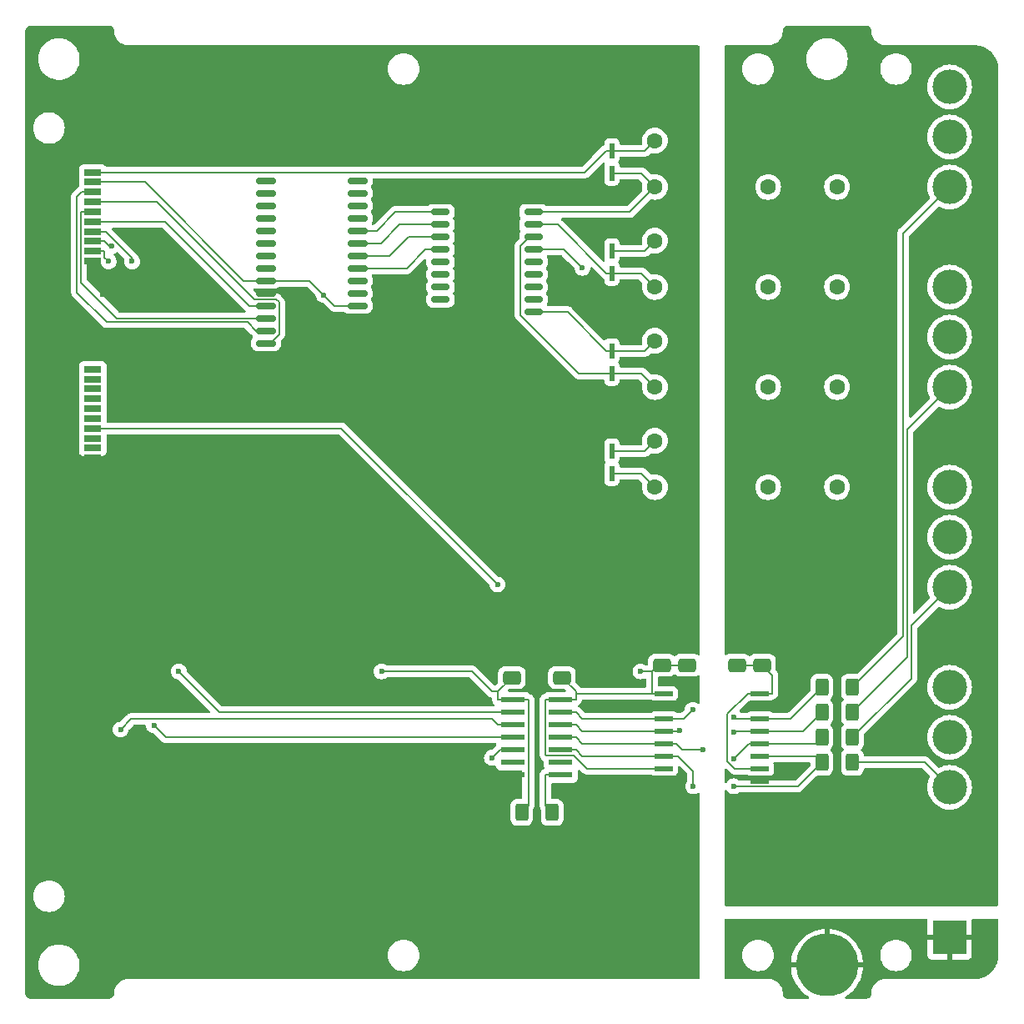
<source format=gbr>
%TF.GenerationSoftware,KiCad,Pcbnew,8.0.6-8.0.6-0~ubuntu24.04.1*%
%TF.CreationDate,2024-12-11T16:34:02+03:00*%
%TF.ProjectId,PM-Neopixel4,504d2d4e-656f-4706-9978-656c342e6b69,rev?*%
%TF.SameCoordinates,Original*%
%TF.FileFunction,Copper,L1,Top*%
%TF.FilePolarity,Positive*%
%FSLAX46Y46*%
G04 Gerber Fmt 4.6, Leading zero omitted, Abs format (unit mm)*
G04 Created by KiCad (PCBNEW 8.0.6-8.0.6-0~ubuntu24.04.1) date 2024-12-11 16:34:02*
%MOMM*%
%LPD*%
G01*
G04 APERTURE LIST*
G04 Aperture macros list*
%AMRoundRect*
0 Rectangle with rounded corners*
0 $1 Rounding radius*
0 $2 $3 $4 $5 $6 $7 $8 $9 X,Y pos of 4 corners*
0 Add a 4 corners polygon primitive as box body*
4,1,4,$2,$3,$4,$5,$6,$7,$8,$9,$2,$3,0*
0 Add four circle primitives for the rounded corners*
1,1,$1+$1,$2,$3*
1,1,$1+$1,$4,$5*
1,1,$1+$1,$6,$7*
1,1,$1+$1,$8,$9*
0 Add four rect primitives between the rounded corners*
20,1,$1+$1,$2,$3,$4,$5,0*
20,1,$1+$1,$4,$5,$6,$7,0*
20,1,$1+$1,$6,$7,$8,$9,0*
20,1,$1+$1,$8,$9,$2,$3,0*%
G04 Aperture macros list end*
%TA.AperFunction,SMDPad,CuDef*%
%ADD10RoundRect,0.250000X0.650000X-0.412500X0.650000X0.412500X-0.650000X0.412500X-0.650000X-0.412500X0*%
%TD*%
%TA.AperFunction,ComponentPad*%
%ADD11C,1.608000*%
%TD*%
%TA.AperFunction,SMDPad,CuDef*%
%ADD12RoundRect,0.150000X-0.875000X-0.150000X0.875000X-0.150000X0.875000X0.150000X-0.875000X0.150000X0*%
%TD*%
%TA.AperFunction,SMDPad,CuDef*%
%ADD13RoundRect,0.150000X-0.800000X-0.150000X0.800000X-0.150000X0.800000X0.150000X-0.800000X0.150000X0*%
%TD*%
%TA.AperFunction,SMDPad,CuDef*%
%ADD14R,2.474067X0.622132*%
%TD*%
%TA.AperFunction,SMDPad,CuDef*%
%ADD15R,1.803400X0.635000*%
%TD*%
%TA.AperFunction,SMDPad,CuDef*%
%ADD16R,2.997200X2.590800*%
%TD*%
%TA.AperFunction,SMDPad,CuDef*%
%ADD17R,1.854200X0.482600*%
%TD*%
%TA.AperFunction,SMDPad,CuDef*%
%ADD18RoundRect,0.250000X-0.400000X-0.625000X0.400000X-0.625000X0.400000X0.625000X-0.400000X0.625000X0*%
%TD*%
%TA.AperFunction,SMDPad,CuDef*%
%ADD19R,0.533400X1.524000*%
%TD*%
%TA.AperFunction,ComponentPad*%
%ADD20R,3.500000X3.500000*%
%TD*%
%TA.AperFunction,ComponentPad*%
%ADD21C,3.500000*%
%TD*%
%TA.AperFunction,ComponentPad*%
%ADD22O,6.350000X6.350000*%
%TD*%
%TA.AperFunction,ViaPad*%
%ADD23C,0.600000*%
%TD*%
%TA.AperFunction,Conductor*%
%ADD24C,0.200000*%
%TD*%
G04 APERTURE END LIST*
D10*
%TO.P,C2,1*%
%TO.N,+5V*%
X5080000Y-16802500D03*
%TO.P,C2,2*%
%TO.N,GND*%
X5080000Y-13677500D03*
%TD*%
%TO.P,C6,1*%
%TO.N,+5V_ISO*%
X25400000Y-15532500D03*
%TO.P,C6,2*%
%TO.N,GND_ISO*%
X25400000Y-12407500D03*
%TD*%
D11*
%TO.P,K0,1,1*%
%TO.N,/K0*%
X14520000Y33020000D03*
%TO.P,K0,2,2*%
%TO.N,Net-(J2-Pin_17)*%
X26020000Y33020000D03*
%TO.P,K0,3,3*%
%TO.N,Net-(J2-Pin_18)*%
X33020000Y33020000D03*
%TO.P,K0,4,4*%
%TO.N,+5V*%
X14520000Y37720000D03*
%TD*%
D12*
%TO.P,U4,1,GPB0*%
%TO.N,unconnected-(U4-GPB0-Pad1)*%
X-24970000Y33655000D03*
%TO.P,U4,2,GPB1*%
%TO.N,unconnected-(U4-GPB1-Pad2)*%
X-24970000Y32385000D03*
%TO.P,U4,3,GPB2*%
%TO.N,unconnected-(U4-GPB2-Pad3)*%
X-24970000Y31115000D03*
%TO.P,U4,4,GPB3*%
%TO.N,unconnected-(U4-GPB3-Pad4)*%
X-24970000Y29845000D03*
%TO.P,U4,5,GPB4*%
%TO.N,unconnected-(U4-GPB4-Pad5)*%
X-24970000Y28575000D03*
%TO.P,U4,6,GPB5*%
%TO.N,unconnected-(U4-GPB5-Pad6)*%
X-24970000Y27305000D03*
%TO.P,U4,7,GPB6*%
%TO.N,unconnected-(U4-GPB6-Pad7)*%
X-24970000Y26035000D03*
%TO.P,U4,8,GPB7*%
%TO.N,unconnected-(U4-GPB7-Pad8)*%
X-24970000Y24765000D03*
%TO.P,U4,9,VDD*%
%TO.N,+3.3V*%
X-24970000Y23495000D03*
%TO.P,U4,10,VSS*%
%TO.N,GND*%
X-24970000Y22225000D03*
%TO.P,U4,11,~{CS}*%
%TO.N,/CS*%
X-24970000Y20955000D03*
%TO.P,U4,12,SCK*%
%TO.N,/SCK*%
X-24970000Y19685000D03*
%TO.P,U4,13,SI*%
%TO.N,/MOSI*%
X-24970000Y18415000D03*
%TO.P,U4,14,SO*%
%TO.N,/MISO*%
X-24970000Y17145000D03*
%TO.P,U4,15,A0*%
%TO.N,GND*%
X-15670000Y17145000D03*
%TO.P,U4,16,A1*%
X-15670000Y18415000D03*
%TO.P,U4,17,A2*%
X-15670000Y19685000D03*
%TO.P,U4,18,~{RESET}*%
%TO.N,+3.3V*%
X-15670000Y20955000D03*
%TO.P,U4,19,INTB*%
%TO.N,unconnected-(U4-INTB-Pad19)*%
X-15670000Y22225000D03*
%TO.P,U4,20,INTA*%
%TO.N,unconnected-(U4-INTA-Pad20)*%
X-15670000Y23495000D03*
%TO.P,U4,21,GPA0*%
%TO.N,/K3_exp*%
X-15670000Y24765000D03*
%TO.P,U4,22,GPA1*%
%TO.N,/K2_exp*%
X-15670000Y26035000D03*
%TO.P,U4,23,GPA2*%
%TO.N,/K1_exp*%
X-15670000Y27305000D03*
%TO.P,U4,24,GPA3*%
%TO.N,/K0_exp*%
X-15670000Y28575000D03*
%TO.P,U4,25,GPA4*%
%TO.N,unconnected-(U4-GPA4-Pad25)*%
X-15670000Y29845000D03*
%TO.P,U4,26,GPA5*%
%TO.N,unconnected-(U4-GPA5-Pad26)*%
X-15670000Y31115000D03*
%TO.P,U4,27,GPA6*%
%TO.N,unconnected-(U4-GPA6-Pad27)*%
X-15670000Y32385000D03*
%TO.P,U4,28,GPA7*%
%TO.N,unconnected-(U4-GPA7-Pad28)*%
X-15670000Y33655000D03*
%TD*%
D11*
%TO.P,K2,1,1*%
%TO.N,/K2*%
X14520000Y12700000D03*
%TO.P,K2,2,2*%
%TO.N,Net-(J2-Pin_9)*%
X26020000Y12700000D03*
%TO.P,K2,3,3*%
%TO.N,Net-(J2-Pin_10)*%
X33020000Y12700000D03*
%TO.P,K2,4,4*%
%TO.N,+5V*%
X14520000Y17400000D03*
%TD*%
D13*
%TO.P,U3,1,I1*%
%TO.N,/K0_exp*%
X-7265000Y30480000D03*
%TO.P,U3,2,I2*%
%TO.N,/K1_exp*%
X-7265000Y29210000D03*
%TO.P,U3,3,I3*%
%TO.N,/K2_exp*%
X-7265000Y27940000D03*
%TO.P,U3,4,I4*%
%TO.N,/K3_exp*%
X-7265000Y26670000D03*
%TO.P,U3,5,I5*%
%TO.N,unconnected-(U3-I5-Pad5)*%
X-7265000Y25400000D03*
%TO.P,U3,6,I6*%
%TO.N,unconnected-(U3-I6-Pad6)*%
X-7265000Y24130000D03*
%TO.P,U3,7,I7*%
%TO.N,unconnected-(U3-I7-Pad7)*%
X-7265000Y22860000D03*
%TO.P,U3,8,I8*%
%TO.N,unconnected-(U3-I8-Pad8)*%
X-7265000Y21590000D03*
%TO.P,U3,9,GND*%
%TO.N,GND*%
X-7265000Y20320000D03*
%TO.P,U3,10,COM*%
%TO.N,+5V*%
X2185000Y20320000D03*
%TO.P,U3,11,O8*%
%TO.N,unconnected-(U3-O8-Pad11)*%
X2185000Y21590000D03*
%TO.P,U3,12,O7*%
%TO.N,unconnected-(U3-O7-Pad12)*%
X2185000Y22860000D03*
%TO.P,U3,13,O6*%
%TO.N,unconnected-(U3-O6-Pad13)*%
X2185000Y24130000D03*
%TO.P,U3,14,O5*%
%TO.N,unconnected-(U3-O5-Pad14)*%
X2185000Y25400000D03*
%TO.P,U3,15,O4*%
%TO.N,/K3*%
X2185000Y26670000D03*
%TO.P,U3,16,O3*%
%TO.N,/K2*%
X2185000Y27940000D03*
%TO.P,U3,17,O2*%
%TO.N,/K1*%
X2185000Y29210000D03*
%TO.P,U3,18,O1*%
%TO.N,/K0*%
X2185000Y30480000D03*
%TD*%
D10*
%TO.P,C1,1*%
%TO.N,+3.3V*%
X0Y-16802500D03*
%TO.P,C1,2*%
%TO.N,GND*%
X0Y-13677500D03*
%TD*%
%TO.P,C4,1*%
%TO.N,+5V*%
X17780000Y-15532500D03*
%TO.P,C4,2*%
%TO.N,GND*%
X17780000Y-12407500D03*
%TD*%
D14*
%TO.P,U6,1,VCCA*%
%TO.N,+3.3V*%
X123934Y-19050000D03*
%TO.P,U6,2,A1*%
%TO.N,/subplates/0.DI*%
X123934Y-20320000D03*
%TO.P,U6,3,A2*%
%TO.N,/subplates/1.DI*%
X123934Y-21590000D03*
%TO.P,U6,4,A3*%
%TO.N,/subplates/2.DI*%
X123934Y-22860000D03*
%TO.P,U6,5,A4*%
%TO.N,/subplates/3.DI*%
X123934Y-24130000D03*
%TO.P,U6,6,NC*%
%TO.N,unconnected-(U6-NC-Pad6)*%
X123934Y-25400000D03*
%TO.P,U6,7,GND*%
%TO.N,GND*%
X123934Y-26670000D03*
%TO.P,U6,8,OE*%
%TO.N,Net-(U6-OE)*%
X4956066Y-26670000D03*
%TO.P,U6,9,NC*%
%TO.N,unconnected-(U6-NC-Pad9)*%
X4956066Y-25400000D03*
%TO.P,U6,10,B4*%
%TO.N,Net-(JP4-A)*%
X4956066Y-24130000D03*
%TO.P,U6,11,B3*%
%TO.N,Net-(JP3-A)*%
X4956066Y-22860000D03*
%TO.P,U6,12,B2*%
%TO.N,Net-(JP2-A)*%
X4956066Y-21590000D03*
%TO.P,U6,13,B1*%
%TO.N,Net-(JP1-A)*%
X4956066Y-20320000D03*
%TO.P,U6,14,VCCB*%
%TO.N,+5V*%
X4956066Y-19050000D03*
%TD*%
D15*
%TO.P,J1,1,Pin_1*%
%TO.N,GND*%
X-42556000Y25500009D03*
%TO.P,J1,2,Pin_2*%
%TO.N,/subplates/2.DI*%
X-42556000Y26500007D03*
%TO.P,J1,3,Pin_3*%
%TO.N,/subplates/1.DI*%
X-42556000Y27500005D03*
%TO.P,J1,4,Pin_4*%
%TO.N,/subplates/0.DI*%
X-42556000Y28500003D03*
%TO.P,J1,5,Pin_5*%
%TO.N,/CS*%
X-42556000Y29500001D03*
%TO.P,J1,6,Pin_6*%
%TO.N,/SCK*%
X-42556000Y30499999D03*
%TO.P,J1,7,Pin_7*%
%TO.N,/MISO*%
X-42556000Y31499997D03*
%TO.P,J1,8,Pin_8*%
%TO.N,/MOSI*%
X-42556000Y32499995D03*
%TO.P,J1,9,Pin_9*%
%TO.N,+3.3V*%
X-42556000Y33499993D03*
%TO.P,J1,10,Pin_10*%
%TO.N,+5V*%
X-42556000Y34499991D03*
D16*
%TO.P,J1,11,Pin_11*%
%TO.N,GND*%
X-40385999Y23149998D03*
X-40385999Y36850002D03*
%TD*%
D17*
%TO.P,U5,1,VDD*%
%TO.N,+5V*%
X15443200Y-18415000D03*
%TO.P,U5,2,GNDA*%
%TO.N,GND*%
X15443200Y-19685000D03*
%TO.P,U5,3,VI1*%
%TO.N,Net-(JP1-A)*%
X15443200Y-20955000D03*
%TO.P,U5,4,VI2*%
%TO.N,Net-(JP2-A)*%
X15443200Y-22225000D03*
%TO.P,U5,5,VI3*%
%TO.N,Net-(JP3-A)*%
X15443200Y-23495000D03*
%TO.P,U5,6,VI4*%
%TO.N,Net-(JP4-A)*%
X15443200Y-24765000D03*
%TO.P,U5,7,VDDL*%
%TO.N,+5V*%
X15443200Y-26035000D03*
%TO.P,U5,8,GNDA*%
%TO.N,GND*%
X15443200Y-27305000D03*
%TO.P,U5,9,GNDB*%
%TO.N,GND_ISO*%
X25196800Y-27305000D03*
%TO.P,U5,10,SEL*%
%TO.N,+5V_ISO*%
X25196800Y-26035000D03*
%TO.P,U5,11,VO4*%
%TO.N,Net-(JP4-B)*%
X25196800Y-24765000D03*
%TO.P,U5,12,VO3*%
%TO.N,Net-(JP3-B)*%
X25196800Y-23495000D03*
%TO.P,U5,13,VO2*%
%TO.N,Net-(JP2-B)*%
X25196800Y-22225000D03*
%TO.P,U5,14,VO1*%
%TO.N,Net-(JP1-B)*%
X25196800Y-20955000D03*
%TO.P,U5,15,GNDB*%
%TO.N,GND_ISO*%
X25196800Y-19685000D03*
%TO.P,U5,16,VISO*%
%TO.N,+5V_ISO*%
X25196800Y-18415000D03*
%TD*%
D18*
%TO.P,R1,1*%
%TO.N,+3.3V*%
X990000Y-30480000D03*
%TO.P,R1,2*%
%TO.N,Net-(U6-OE)*%
X4090000Y-30480000D03*
%TD*%
D19*
%TO.P,D0,1*%
%TO.N,+5V*%
X10160000Y36703000D03*
%TO.P,D0,2*%
%TO.N,/K0*%
X10160000Y34417000D03*
%TD*%
D20*
%TO.P,J2,1,Pin_1*%
%TO.N,/PE*%
X44450000Y-43180000D03*
D21*
%TO.P,J2,2,Pin_2*%
%TO.N,GND_ISO*%
X44450000Y-38100000D03*
%TO.P,J2,3,Pin_3*%
X44450000Y-33020000D03*
%TO.P,J2,4,Pin_4*%
%TO.N,/3.DI*%
X44450000Y-27940000D03*
%TO.P,J2,5,Pin_5*%
%TO.N,Net-(J2-Pin_5)*%
X44450000Y-22860000D03*
%TO.P,J2,6,Pin_6*%
%TO.N,Net-(J2-Pin_6)*%
X44450000Y-17780000D03*
%TO.P,J2,7,Pin_7*%
%TO.N,GND_ISO*%
X44450000Y-12700000D03*
%TO.P,J2,8,Pin_8*%
%TO.N,/2.DI*%
X44450000Y-7620000D03*
%TO.P,J2,9,Pin_9*%
%TO.N,Net-(J2-Pin_9)*%
X44450000Y-2540000D03*
%TO.P,J2,10,Pin_10*%
%TO.N,Net-(J2-Pin_10)*%
X44450000Y2540000D03*
%TO.P,J2,11,Pin_11*%
%TO.N,GND_ISO*%
X44450000Y7620000D03*
%TO.P,J2,12,Pin_12*%
%TO.N,/1.DI*%
X44450000Y12700000D03*
%TO.P,J2,13,Pin_13*%
%TO.N,Net-(J2-Pin_13)*%
X44450000Y17780000D03*
%TO.P,J2,14,Pin_14*%
%TO.N,Net-(J2-Pin_14)*%
X44450000Y22860000D03*
%TO.P,J2,15,Pin_15*%
%TO.N,GND_ISO*%
X44450000Y27940000D03*
%TO.P,J2,16,Pin_16*%
%TO.N,/0.DI*%
X44450000Y33020000D03*
%TO.P,J2,17,Pin_17*%
%TO.N,Net-(J2-Pin_17)*%
X44450000Y38100000D03*
%TO.P,J2,18,Pin_18*%
%TO.N,Net-(J2-Pin_18)*%
X44450000Y43180000D03*
%TD*%
D19*
%TO.P,D3,1*%
%TO.N,+5V*%
X10160000Y6223000D03*
%TO.P,D3,2*%
%TO.N,/K3*%
X10160000Y3937000D03*
%TD*%
%TO.P,D2,1*%
%TO.N,+5V*%
X10160000Y16383000D03*
%TO.P,D2,2*%
%TO.N,/K2*%
X10160000Y14097000D03*
%TD*%
D11*
%TO.P,K1,1,1*%
%TO.N,/K1*%
X14520000Y22860000D03*
%TO.P,K1,2,2*%
%TO.N,Net-(J2-Pin_13)*%
X26020000Y22860000D03*
%TO.P,K1,3,3*%
%TO.N,Net-(J2-Pin_14)*%
X33020000Y22860000D03*
%TO.P,K1,4,4*%
%TO.N,+5V*%
X14520000Y27560000D03*
%TD*%
D18*
%TO.P,R2,1*%
%TO.N,Net-(JP1-B)*%
X31470000Y-17780000D03*
%TO.P,R2,2*%
%TO.N,/0.DI*%
X34570000Y-17780000D03*
%TD*%
D10*
%TO.P,C5,1*%
%TO.N,+5V_ISO*%
X22860000Y-15532500D03*
%TO.P,C5,2*%
%TO.N,GND_ISO*%
X22860000Y-12407500D03*
%TD*%
%TO.P,C3,1*%
%TO.N,+5V*%
X15240000Y-15532500D03*
%TO.P,C3,2*%
%TO.N,GND*%
X15240000Y-12407500D03*
%TD*%
D15*
%TO.P,J3,1,Pin_1*%
%TO.N,GND*%
X-42556000Y5500009D03*
%TO.P,J3,2,Pin_2*%
%TO.N,unconnected-(J3-Pin_2-Pad2)*%
X-42556000Y6500007D03*
%TO.P,J3,3,Pin_3*%
%TO.N,unconnected-(J3-Pin_3-Pad3)*%
X-42556000Y7500005D03*
%TO.P,J3,4,Pin_4*%
%TO.N,/subplates/3.DI*%
X-42556000Y8500003D03*
%TO.P,J3,5,Pin_5*%
%TO.N,unconnected-(J3-Pin_5-Pad5)*%
X-42556000Y9500001D03*
%TO.P,J3,6,Pin_6*%
%TO.N,unconnected-(J3-Pin_6-Pad6)*%
X-42556000Y10499999D03*
%TO.P,J3,7,Pin_7*%
%TO.N,unconnected-(J3-Pin_7-Pad7)*%
X-42556000Y11499997D03*
%TO.P,J3,8,Pin_8*%
%TO.N,unconnected-(J3-Pin_8-Pad8)*%
X-42556000Y12499995D03*
%TO.P,J3,9,Pin_9*%
%TO.N,unconnected-(J3-Pin_9-Pad9)*%
X-42556000Y13499993D03*
%TO.P,J3,10,Pin_10*%
%TO.N,unconnected-(J3-Pin_10-Pad10)*%
X-42556000Y14499991D03*
D16*
%TO.P,J3,11,Pin_11*%
%TO.N,GND*%
X-40385999Y3149998D03*
X-40385999Y16850002D03*
%TD*%
D19*
%TO.P,D1,1*%
%TO.N,+5V*%
X10160000Y26543000D03*
%TO.P,D1,2*%
%TO.N,/K1*%
X10160000Y24257000D03*
%TD*%
D18*
%TO.P,R4,1*%
%TO.N,Net-(JP3-B)*%
X31470000Y-22860000D03*
%TO.P,R4,2*%
%TO.N,/2.DI*%
X34570000Y-22860000D03*
%TD*%
D22*
%TO.P,PE1,1*%
%TO.N,/PE*%
X32000000Y-46000000D03*
%TD*%
D18*
%TO.P,R5,1*%
%TO.N,Net-(JP4-B)*%
X31470000Y-25400000D03*
%TO.P,R5,2*%
%TO.N,/3.DI*%
X34570000Y-25400000D03*
%TD*%
D11*
%TO.P,K3,1,1*%
%TO.N,/K3*%
X14520000Y2540000D03*
%TO.P,K3,2,2*%
%TO.N,Net-(J2-Pin_5)*%
X26020000Y2540000D03*
%TO.P,K3,3,3*%
%TO.N,Net-(J2-Pin_6)*%
X33020000Y2540000D03*
%TO.P,K3,4,4*%
%TO.N,+5V*%
X14520000Y7240000D03*
%TD*%
D18*
%TO.P,R3,1*%
%TO.N,Net-(JP2-B)*%
X31470000Y-20320000D03*
%TO.P,R3,2*%
%TO.N,/1.DI*%
X34570000Y-20320000D03*
%TD*%
D23*
%TO.N,GND*%
X-35560000Y-2540000D03*
X-33020000Y0D03*
X-35560000Y22860000D03*
X10795000Y-19685000D03*
X-33020000Y-2540000D03*
X-35560000Y0D03*
%TO.N,+3.3V*%
X-19117400Y22059400D03*
X-13235000Y-16176200D03*
%TO.N,+5V*%
X13052100Y-16176200D03*
%TO.N,/K3*%
X7154900Y24802100D03*
%TO.N,GND_ISO*%
X28194000Y-26162000D03*
%TO.N,/subplates/2.DI*%
X-36343900Y-21637900D03*
X-40951300Y25459500D03*
%TO.N,/subplates/1.DI*%
X-40628600Y27019000D03*
X-39724600Y-22077400D03*
%TO.N,/subplates/0.DI*%
X-33823400Y-16176200D03*
X-38561300Y25458300D03*
%TO.N,/subplates/3.DI*%
X-2026900Y-24944000D03*
X-1470200Y-7352600D03*
%TO.N,Net-(JP1-B)*%
X22530000Y-20829000D03*
%TO.N,Net-(JP1-A)*%
X18363800Y-20079000D03*
%TO.N,Net-(JP2-B)*%
X22500000Y-22329100D03*
%TO.N,Net-(JP2-A)*%
X17009000Y-22154300D03*
%TO.N,Net-(JP3-B)*%
X22501300Y-25038900D03*
%TO.N,Net-(JP3-A)*%
X19387400Y-24130000D03*
%TO.N,Net-(JP4-B)*%
X22500000Y-27840200D03*
%TO.N,Net-(JP4-A)*%
X18408800Y-27840200D03*
%TD*%
D24*
%TO.N,/MOSI*%
X-44159400Y32040600D02*
X-43700005Y32499995D01*
X-41129000Y19285000D02*
X-44159400Y22315400D01*
X-24970000Y18415000D02*
X-25994999Y18415000D01*
X-26864999Y19285000D02*
X-41129000Y19285000D01*
X-25994999Y18415000D02*
X-26864999Y19285000D01*
X-44159400Y22315400D02*
X-44159400Y32040600D01*
X-43700005Y32499995D02*
X-42556000Y32499995D01*
%TO.N,/CS*%
X-35212100Y29500000D02*
X-26667100Y20955000D01*
X-42556000Y29500000D02*
X-35212100Y29500000D01*
X-26667100Y20955000D02*
X-24970000Y20955000D01*
%TO.N,/MISO*%
X-23641200Y21313300D02*
X-23917900Y21590000D01*
X-24568200Y17145000D02*
X-23641200Y18072000D01*
X-24970000Y17145000D02*
X-24568200Y17145000D01*
X-23917900Y21590000D02*
X-26126700Y21590000D01*
X-36036700Y31500000D02*
X-42556000Y31500000D01*
X-23641200Y18072000D02*
X-23641200Y21313300D01*
X-26126700Y21590000D02*
X-36036700Y31500000D01*
%TO.N,/SCK*%
X-42556000Y30500000D02*
X-43759400Y30500000D01*
X-40149400Y19685000D02*
X-43759400Y23295000D01*
X-43759400Y23295000D02*
X-43759400Y30500000D01*
X-24970000Y19685000D02*
X-40149400Y19685000D01*
%TO.N,+3.3V*%
X-27256700Y23495000D02*
X-24970000Y23495000D01*
X1662600Y-19050000D02*
X-1414800Y-19050000D01*
X-1993500Y-18217300D02*
X-1414800Y-18217300D01*
X-42556000Y33500000D02*
X-37261700Y33500000D01*
X-15670000Y20955000D02*
X-18013000Y20955000D01*
X1662600Y-29807400D02*
X1662600Y-19050000D01*
X-1414800Y-19050000D02*
X-1414800Y-18217300D01*
X-20553000Y23495000D02*
X-24970000Y23495000D01*
X-37261700Y33500000D02*
X-27256700Y23495000D01*
X-13235000Y-16176200D02*
X-4034600Y-16176200D01*
X-4034600Y-16176200D02*
X-1993500Y-18217300D01*
X-18013000Y20955000D02*
X-19117400Y22059400D01*
X-19117400Y22059400D02*
X-20553000Y23495000D01*
X990000Y-30480000D02*
X1662600Y-29807400D01*
X-1414800Y-18217300D02*
X0Y-16802500D01*
%TO.N,+5V*%
X3417400Y-19050000D02*
X3417400Y-24645700D01*
X5725500Y-19050000D02*
X4956100Y-19050000D01*
X13503000Y36703000D02*
X14520000Y37720000D01*
X10160000Y16383000D02*
X9591600Y16383000D01*
X7595700Y-26035000D02*
X15443200Y-26035000D01*
X13052100Y-16176200D02*
X14214400Y-16176200D01*
X6303500Y-24742800D02*
X7595700Y-26035000D01*
X5654600Y20320000D02*
X9591600Y16383000D01*
X10160000Y16383000D02*
X13503000Y16383000D01*
X4956100Y-19050000D02*
X3417400Y-19050000D01*
X15443200Y-18415000D02*
X14315300Y-18415000D01*
X15240000Y-15532500D02*
X17780000Y-15532500D01*
X7388600Y34500000D02*
X9591600Y36703000D01*
X3417400Y-24645700D02*
X3514500Y-24742800D01*
X2185000Y20320000D02*
X5654600Y20320000D01*
X10160000Y36703000D02*
X9591600Y36703000D01*
X14315300Y-18415000D02*
X14214400Y-18415000D01*
X6494800Y-18415000D02*
X6494800Y-18217300D01*
X10160000Y36703000D02*
X13503000Y36703000D01*
X13503000Y16383000D02*
X14520000Y17400000D01*
X14214400Y-16176200D02*
X14858100Y-15532500D01*
X14214400Y-18415000D02*
X6494800Y-18415000D01*
X13503000Y26543000D02*
X14520000Y27560000D01*
X6494800Y-19050000D02*
X6494800Y-18415000D01*
X6494800Y-18217300D02*
X5080000Y-16802500D01*
X13503000Y6223000D02*
X14520000Y7240000D01*
X14214400Y-18415000D02*
X14214400Y-16176200D01*
X14858100Y-15532500D02*
X15240000Y-15532500D01*
X-42556000Y34500000D02*
X7388600Y34500000D01*
X5725500Y-19050000D02*
X6494800Y-19050000D01*
X10160000Y6223000D02*
X13503000Y6223000D01*
X10160000Y26543000D02*
X13503000Y26543000D01*
X3514500Y-24742800D02*
X6303500Y-24742800D01*
%TO.N,/K0*%
X11980000Y30480000D02*
X14520000Y33020000D01*
X10160000Y34417000D02*
X13123000Y34417000D01*
X2185000Y30480000D02*
X11980000Y30480000D01*
X13123000Y34417000D02*
X14520000Y33020000D01*
%TO.N,/K1*%
X4638600Y29210000D02*
X9591600Y24257000D01*
X10160000Y24257000D02*
X13123000Y24257000D01*
X10160000Y24257000D02*
X9591600Y24257000D01*
X13123000Y24257000D02*
X14520000Y22860000D01*
X2185000Y29210000D02*
X4638600Y29210000D01*
%TO.N,/K2*%
X13123000Y14097000D02*
X14520000Y12700000D01*
X885700Y20021400D02*
X885700Y27021100D01*
X10160000Y14097000D02*
X6810100Y14097000D01*
X6810100Y14097000D02*
X885700Y20021400D01*
X885700Y27021100D02*
X1804600Y27940000D01*
X1804600Y27940000D02*
X2185000Y27940000D01*
X10160000Y14097000D02*
X13123000Y14097000D01*
%TO.N,/K3*%
X10160000Y3937000D02*
X13123000Y3937000D01*
X7154900Y24802100D02*
X5287000Y26670000D01*
X5287000Y26670000D02*
X2185000Y26670000D01*
X13123000Y3937000D02*
X14520000Y2540000D01*
%TO.N,/K0_exp*%
X-13736200Y28575000D02*
X-15670000Y28575000D01*
X-7265000Y30480000D02*
X-11831200Y30480000D01*
X-11831200Y30480000D02*
X-13736200Y28575000D01*
%TO.N,/K1_exp*%
X-13299400Y27305000D02*
X-15670000Y27305000D01*
X-7265000Y29210000D02*
X-11394400Y29210000D01*
X-11394400Y29210000D02*
X-13299400Y27305000D01*
%TO.N,/K3_exp*%
X-10678800Y24765000D02*
X-15670000Y24765000D01*
X-7265000Y26670000D02*
X-8773800Y26670000D01*
X-8773800Y26670000D02*
X-10678800Y24765000D01*
%TO.N,/K2_exp*%
X-12425900Y26035000D02*
X-15670000Y26035000D01*
X-7265000Y27940000D02*
X-10520900Y27940000D01*
X-10520900Y27940000D02*
X-12425900Y26035000D01*
%TO.N,+5V_ISO*%
X25196800Y-18415000D02*
X26425600Y-18415000D01*
X25196800Y-18415000D02*
X23968000Y-18415000D01*
X26425600Y-16558100D02*
X25400000Y-15532500D01*
X22617700Y-26035000D02*
X25196800Y-26035000D01*
X23968000Y-18415000D02*
X21894400Y-20488600D01*
X22860000Y-15532500D02*
X25400000Y-15532500D01*
X21894400Y-25311700D02*
X22617700Y-26035000D01*
X21894400Y-20488600D02*
X21894400Y-25311700D01*
X26425600Y-18415000D02*
X26425600Y-16558100D01*
%TO.N,/2.DI*%
X40532000Y-16898000D02*
X40532000Y-11538000D01*
X40532000Y-11538000D02*
X44450000Y-7620000D01*
X34570000Y-22860000D02*
X40532000Y-16898000D01*
%TO.N,/1.DI*%
X40132000Y-14758000D02*
X40132000Y8382000D01*
X34570000Y-20320000D02*
X40132000Y-14758000D01*
X40132000Y8382000D02*
X44450000Y12700000D01*
%TO.N,/0.DI*%
X39732000Y28302000D02*
X44450000Y33020000D01*
X39732000Y-12618000D02*
X39732000Y28302000D01*
X34570000Y-17780000D02*
X39732000Y-12618000D01*
%TO.N,/3.DI*%
X41910000Y-25400000D02*
X44450000Y-27940000D01*
X34570000Y-25400000D02*
X41910000Y-25400000D01*
%TO.N,/subplates/2.DI*%
X-41352600Y25860800D02*
X-40951300Y25459500D01*
X-41352600Y26500000D02*
X-41352600Y25860800D01*
X-42556000Y26500000D02*
X-41352600Y26500000D01*
X-36343900Y-21637900D02*
X-35121800Y-22860000D01*
X-35121800Y-22860000D02*
X123900Y-22860000D01*
%TO.N,/subplates/1.DI*%
X-40871600Y27019000D02*
X-41352600Y27500000D01*
X-1414800Y-21590000D02*
X-1989900Y-21014900D01*
X123900Y-21590000D02*
X-1414800Y-21590000D01*
X-40628600Y27019000D02*
X-40871600Y27019000D01*
X-38662100Y-21014900D02*
X-39724600Y-22077400D01*
X-1989900Y-21014900D02*
X-38662100Y-21014900D01*
X-42556000Y27500000D02*
X-41352600Y27500000D01*
%TO.N,/subplates/0.DI*%
X123900Y-20320000D02*
X-29679600Y-20320000D01*
X-38561300Y25458300D02*
X-38561300Y25802600D01*
X-38561300Y25802600D02*
X-41258700Y28500000D01*
X-42556000Y28500000D02*
X-41352600Y28500000D01*
X-29679600Y-20320000D02*
X-33823400Y-16176200D01*
X-41258700Y28500000D02*
X-41352600Y28500000D01*
%TO.N,/subplates/3.DI*%
X-42556000Y8500000D02*
X-17322800Y8500000D01*
X-2026900Y-24944000D02*
X-1212900Y-24130000D01*
X-17322800Y8500000D02*
X-1470200Y-7352600D01*
X-1212900Y-24130000D02*
X123900Y-24130000D01*
%TO.N,Net-(U6-OE)*%
X3417400Y-29807400D02*
X4090000Y-30480000D01*
X4956100Y-26670000D02*
X3417400Y-26670000D01*
X3417400Y-26670000D02*
X3417400Y-29807400D01*
%TO.N,Net-(JP1-B)*%
X31470000Y-17780000D02*
X28295000Y-20955000D01*
X28295000Y-20955000D02*
X25196800Y-20955000D01*
X22656000Y-20955000D02*
X22530000Y-20829000D01*
X25196800Y-20955000D02*
X22656000Y-20955000D01*
%TO.N,Net-(JP1-A)*%
X6494800Y-20320000D02*
X7129800Y-20955000D01*
X17487800Y-20955000D02*
X18363800Y-20079000D01*
X15443200Y-20955000D02*
X17487800Y-20955000D01*
X4956100Y-20320000D02*
X6494800Y-20320000D01*
X7129800Y-20955000D02*
X15443200Y-20955000D01*
%TO.N,Net-(JP2-B)*%
X25196800Y-22225000D02*
X22604100Y-22225000D01*
X29565000Y-22225000D02*
X25196800Y-22225000D01*
X22604100Y-22225000D02*
X22500000Y-22329100D01*
X31470000Y-20320000D02*
X29565000Y-22225000D01*
%TO.N,Net-(JP2-A)*%
X17009000Y-22154300D02*
X16742700Y-22154300D01*
X15443200Y-22225000D02*
X16672000Y-22225000D01*
X4956100Y-21590000D02*
X6494800Y-21590000D01*
X6494800Y-21590000D02*
X7129800Y-22225000D01*
X16742700Y-22154300D02*
X16672000Y-22225000D01*
X7129800Y-22225000D02*
X15443200Y-22225000D01*
%TO.N,Net-(JP3-B)*%
X31470000Y-22860000D02*
X30835000Y-23495000D01*
X24045200Y-23495000D02*
X22501300Y-25038900D01*
X30835000Y-23495000D02*
X25196800Y-23495000D01*
X25196800Y-23495000D02*
X24045200Y-23495000D01*
%TO.N,Net-(JP3-A)*%
X16672000Y-23495000D02*
X17307000Y-24130000D01*
X4956100Y-22860000D02*
X6494800Y-22860000D01*
X17307000Y-24130000D02*
X19387400Y-24130000D01*
X7129800Y-23495000D02*
X6494800Y-22860000D01*
X15443200Y-23495000D02*
X16672000Y-23495000D01*
X15443200Y-23495000D02*
X7129800Y-23495000D01*
%TO.N,Net-(JP4-B)*%
X29022000Y-27848000D02*
X22507800Y-27848000D01*
X31470000Y-25400000D02*
X30835000Y-24765000D01*
X31470000Y-25400000D02*
X29022000Y-27848000D01*
X30835000Y-24765000D02*
X25196800Y-24765000D01*
X22507800Y-27848000D02*
X22500000Y-27840200D01*
%TO.N,Net-(JP4-A)*%
X7129800Y-24765000D02*
X15443200Y-24765000D01*
X6494800Y-24130000D02*
X7129800Y-24765000D01*
X18408800Y-26282800D02*
X18408800Y-27840200D01*
X15443200Y-24765000D02*
X16891000Y-24765000D01*
X16891000Y-24765000D02*
X18408800Y-26282800D01*
X4956100Y-24130000D02*
X6494800Y-24130000D01*
%TD*%
%TA.AperFunction,Conductor*%
%TO.N,GND*%
G36*
X-35445158Y28879815D02*
G01*
X-35424516Y28863181D01*
X-27151961Y20590626D01*
X-27151951Y20590615D01*
X-27147621Y20586285D01*
X-27147620Y20586284D01*
X-27058516Y20497180D01*
X-27025032Y20435859D01*
X-27030016Y20366167D01*
X-27071887Y20310233D01*
X-27137351Y20285816D01*
X-27146198Y20285500D01*
X-39849303Y20285500D01*
X-39916342Y20305185D01*
X-39936984Y20321819D01*
X-43122581Y23507416D01*
X-43156066Y23568739D01*
X-43158900Y23595097D01*
X-43158900Y25558008D01*
X-43139215Y25625047D01*
X-43086411Y25670802D01*
X-43034900Y25682008D01*
X-42014364Y25682008D01*
X-41947325Y25662323D01*
X-41906978Y25620010D01*
X-41883707Y25579704D01*
X-41883242Y25578900D01*
X-41883241Y25578896D01*
X-41883240Y25578896D01*
X-41871181Y25558008D01*
X-41833121Y25492086D01*
X-41833119Y25492083D01*
X-41782002Y25440966D01*
X-41748517Y25379643D01*
X-41746463Y25367169D01*
X-41736670Y25280251D01*
X-41677090Y25109979D01*
X-41650007Y25066877D01*
X-41581116Y24957238D01*
X-41453562Y24829684D01*
X-41386651Y24787641D01*
X-41306883Y24737519D01*
X-41300822Y24733711D01*
X-41173894Y24689297D01*
X-41130555Y24674132D01*
X-41130550Y24674131D01*
X-40951304Y24653935D01*
X-40951300Y24653935D01*
X-40951296Y24653935D01*
X-40772051Y24674131D01*
X-40772048Y24674132D01*
X-40772045Y24674132D01*
X-40601778Y24733711D01*
X-40449038Y24829684D01*
X-40321484Y24957238D01*
X-40225511Y25109978D01*
X-40165932Y25280245D01*
X-40161111Y25323031D01*
X-40145735Y25459497D01*
X-40145735Y25459504D01*
X-40165931Y25638750D01*
X-40165932Y25638755D01*
X-40170766Y25652569D01*
X-40225511Y25809022D01*
X-40226376Y25810398D01*
X-40302340Y25931294D01*
X-40321484Y25961762D01*
X-40416481Y26056759D01*
X-40449966Y26118082D01*
X-40444982Y26187774D01*
X-40403110Y26243707D01*
X-40369754Y26261482D01*
X-40344231Y26270413D01*
X-40279078Y26293211D01*
X-40130711Y26386437D01*
X-40063476Y26405436D01*
X-39996640Y26385068D01*
X-39977059Y26369123D01*
X-39375536Y25767600D01*
X-39342051Y25706277D01*
X-39345835Y25644508D01*
X-39345119Y25644344D01*
X-39346111Y25639998D01*
X-39346174Y25638969D01*
X-39346669Y25637557D01*
X-39346669Y25637554D01*
X-39366865Y25458304D01*
X-39366865Y25458297D01*
X-39346670Y25279051D01*
X-39346669Y25279046D01*
X-39287089Y25108777D01*
X-39206604Y24980687D01*
X-39191116Y24956038D01*
X-39063562Y24828484D01*
X-39055574Y24823465D01*
X-38912734Y24733712D01*
X-38910822Y24732511D01*
X-38845829Y24709769D01*
X-38740555Y24672932D01*
X-38740550Y24672931D01*
X-38561304Y24652735D01*
X-38561300Y24652735D01*
X-38561296Y24652735D01*
X-38382051Y24672931D01*
X-38382048Y24672932D01*
X-38382045Y24672932D01*
X-38211778Y24732511D01*
X-38059038Y24828484D01*
X-37931484Y24956038D01*
X-37835511Y25108778D01*
X-37775932Y25279045D01*
X-37775931Y25279051D01*
X-37755735Y25458297D01*
X-37755735Y25458304D01*
X-37775931Y25637550D01*
X-37775932Y25637555D01*
X-37799979Y25706277D01*
X-37835511Y25807822D01*
X-37837130Y25810398D01*
X-37913094Y25931294D01*
X-37931484Y25960562D01*
X-37985285Y26014363D01*
X-38004990Y26040042D01*
X-38080780Y26171316D01*
X-40597285Y28687820D01*
X-40630769Y28749142D01*
X-40625785Y28818834D01*
X-40583913Y28874767D01*
X-40518449Y28899184D01*
X-40509603Y28899500D01*
X-35512197Y28899500D01*
X-35445158Y28879815D01*
G37*
%TD.AperFunction*%
%TA.AperFunction,Conductor*%
G36*
X-40893078Y49398720D02*
G01*
X-40802734Y49388541D01*
X-40775669Y49382364D01*
X-40696460Y49354648D01*
X-40671447Y49342602D01*
X-40600394Y49297957D01*
X-40578687Y49280645D01*
X-40519356Y49221314D01*
X-40502043Y49199605D01*
X-40457400Y49128556D01*
X-40445352Y49103538D01*
X-40417638Y49024334D01*
X-40411460Y48997265D01*
X-40401280Y48906924D01*
X-40400500Y48893039D01*
X-40400500Y48792683D01*
X-40369956Y48580236D01*
X-40369953Y48580226D01*
X-40309483Y48374285D01*
X-40220328Y48179062D01*
X-40220321Y48179049D01*
X-40104280Y47998486D01*
X-39963725Y47836276D01*
X-39839723Y47728828D01*
X-39801513Y47695719D01*
X-39672469Y47612789D01*
X-39620952Y47579680D01*
X-39620939Y47579673D01*
X-39425716Y47490518D01*
X-39425712Y47490517D01*
X-39425710Y47490516D01*
X-39219769Y47430046D01*
X-39219768Y47430046D01*
X-39219765Y47430045D01*
X-39156416Y47420938D01*
X-39007318Y47399500D01*
X-39007317Y47399500D01*
X18926000Y47399500D01*
X18993039Y47379815D01*
X19038794Y47327011D01*
X19050000Y47275500D01*
X19050000Y-14398463D01*
X19030315Y-14465502D01*
X18977511Y-14511257D01*
X18908353Y-14521201D01*
X18860904Y-14504002D01*
X18749340Y-14435189D01*
X18749335Y-14435187D01*
X18749334Y-14435186D01*
X18582797Y-14380001D01*
X18582795Y-14380000D01*
X18480010Y-14369500D01*
X17079998Y-14369500D01*
X17079981Y-14369501D01*
X16977203Y-14380000D01*
X16977200Y-14380001D01*
X16810668Y-14435185D01*
X16810663Y-14435187D01*
X16661342Y-14527289D01*
X16597681Y-14590951D01*
X16536358Y-14624436D01*
X16466666Y-14619452D01*
X16422319Y-14590951D01*
X16358657Y-14527289D01*
X16358656Y-14527288D01*
X16209334Y-14435186D01*
X16042797Y-14380001D01*
X16042795Y-14380000D01*
X15940010Y-14369500D01*
X14539998Y-14369500D01*
X14539981Y-14369501D01*
X14437203Y-14380000D01*
X14437200Y-14380001D01*
X14270668Y-14435185D01*
X14270663Y-14435187D01*
X14121342Y-14527289D01*
X13997289Y-14651342D01*
X13905187Y-14800663D01*
X13905186Y-14800666D01*
X13850001Y-14967203D01*
X13850001Y-14967204D01*
X13850000Y-14967204D01*
X13839500Y-15069983D01*
X13839500Y-15069996D01*
X13839501Y-15451700D01*
X13819817Y-15518739D01*
X13767013Y-15564494D01*
X13715501Y-15575700D01*
X13634512Y-15575700D01*
X13567473Y-15556015D01*
X13557197Y-15548645D01*
X13554363Y-15546385D01*
X13554362Y-15546384D01*
X13497596Y-15510715D01*
X13401623Y-15450411D01*
X13231354Y-15390831D01*
X13231349Y-15390830D01*
X13052104Y-15370635D01*
X13052096Y-15370635D01*
X12872850Y-15390830D01*
X12872845Y-15390831D01*
X12702576Y-15450411D01*
X12549837Y-15546384D01*
X12422284Y-15673937D01*
X12326311Y-15826676D01*
X12266731Y-15996945D01*
X12266730Y-15996950D01*
X12246535Y-16176196D01*
X12246535Y-16176203D01*
X12266730Y-16355449D01*
X12266731Y-16355454D01*
X12326311Y-16525723D01*
X12350035Y-16563479D01*
X12422284Y-16678462D01*
X12549838Y-16806016D01*
X12702578Y-16901989D01*
X12818658Y-16942607D01*
X12872845Y-16961568D01*
X12872850Y-16961569D01*
X13052096Y-16981765D01*
X13052100Y-16981765D01*
X13052104Y-16981765D01*
X13231349Y-16961569D01*
X13231352Y-16961568D01*
X13231355Y-16961568D01*
X13401622Y-16901989D01*
X13423927Y-16887974D01*
X13491163Y-16868973D01*
X13557999Y-16889340D01*
X13603213Y-16942607D01*
X13613900Y-16992967D01*
X13613900Y-17690500D01*
X13594215Y-17757539D01*
X13541411Y-17803294D01*
X13489900Y-17814500D01*
X6992598Y-17814500D01*
X6925559Y-17794815D01*
X6904916Y-17778180D01*
X6859197Y-17732460D01*
X6859174Y-17732439D01*
X6513938Y-17387203D01*
X6480453Y-17325880D01*
X6478261Y-17286921D01*
X6480500Y-17265009D01*
X6480499Y-16339992D01*
X6472770Y-16264334D01*
X6469999Y-16237203D01*
X6469998Y-16237200D01*
X6414814Y-16070666D01*
X6322712Y-15921344D01*
X6198656Y-15797288D01*
X6049334Y-15705186D01*
X5882797Y-15650001D01*
X5882795Y-15650000D01*
X5780010Y-15639500D01*
X4379998Y-15639500D01*
X4379981Y-15639501D01*
X4277203Y-15650000D01*
X4277200Y-15650001D01*
X4110668Y-15705185D01*
X4110663Y-15705187D01*
X3961342Y-15797289D01*
X3837289Y-15921342D01*
X3745187Y-16070663D01*
X3745185Y-16070668D01*
X3726524Y-16126984D01*
X3690001Y-16237203D01*
X3690001Y-16237204D01*
X3690000Y-16237204D01*
X3679500Y-16339983D01*
X3679500Y-17265001D01*
X3679501Y-17265019D01*
X3690000Y-17367796D01*
X3690001Y-17367799D01*
X3745185Y-17534331D01*
X3745186Y-17534334D01*
X3837288Y-17683656D01*
X3961344Y-17807712D01*
X4110666Y-17899814D01*
X4277203Y-17954999D01*
X4379991Y-17965500D01*
X5342402Y-17965499D01*
X5409441Y-17985183D01*
X5430083Y-18001818D01*
X5455018Y-18026753D01*
X5488503Y-18088076D01*
X5483519Y-18157768D01*
X5441647Y-18213701D01*
X5376183Y-18238118D01*
X5367337Y-18238434D01*
X3671161Y-18238434D01*
X3671155Y-18238435D01*
X3611548Y-18244842D01*
X3476703Y-18295136D01*
X3476696Y-18295140D01*
X3361489Y-18381385D01*
X3361481Y-18381392D01*
X3329227Y-18424478D01*
X3273293Y-18466348D01*
X3262058Y-18469939D01*
X3185618Y-18490422D01*
X3185609Y-18490426D01*
X3048690Y-18569475D01*
X3048682Y-18569481D01*
X2936881Y-18681282D01*
X2936875Y-18681290D01*
X2857826Y-18818209D01*
X2857823Y-18818216D01*
X2816900Y-18970943D01*
X2816900Y-24559030D01*
X2816899Y-24559048D01*
X2816899Y-24724754D01*
X2816898Y-24724754D01*
X2857823Y-24877487D01*
X2857824Y-24877488D01*
X2879695Y-24915369D01*
X2936875Y-25014409D01*
X2936879Y-25014414D01*
X2936880Y-25014416D01*
X3033980Y-25111516D01*
X3145784Y-25223320D01*
X3156529Y-25229524D01*
X3204746Y-25280088D01*
X3218532Y-25336912D01*
X3218532Y-25758936D01*
X3218533Y-25758942D01*
X3224941Y-25818550D01*
X3272670Y-25946521D01*
X3277654Y-26016212D01*
X3244168Y-26077535D01*
X3193020Y-26107066D01*
X3193123Y-26107314D01*
X3191246Y-26108091D01*
X3188590Y-26109625D01*
X3185624Y-26110419D01*
X3185609Y-26110426D01*
X3048690Y-26189475D01*
X3048682Y-26189481D01*
X2936881Y-26301282D01*
X2936875Y-26301290D01*
X2857826Y-26438209D01*
X2857823Y-26438216D01*
X2816900Y-26590943D01*
X2816900Y-29720730D01*
X2816899Y-29720748D01*
X2816899Y-29886454D01*
X2816898Y-29886454D01*
X2857823Y-30039185D01*
X2886758Y-30089300D01*
X2886759Y-30089303D01*
X2922887Y-30151879D01*
X2939500Y-30213879D01*
X2939500Y-31155001D01*
X2939501Y-31155019D01*
X2950000Y-31257796D01*
X2950001Y-31257799D01*
X3005185Y-31424331D01*
X3005186Y-31424334D01*
X3097288Y-31573656D01*
X3221344Y-31697712D01*
X3370666Y-31789814D01*
X3537203Y-31844999D01*
X3639991Y-31855500D01*
X4540008Y-31855499D01*
X4540016Y-31855498D01*
X4540019Y-31855498D01*
X4596302Y-31849748D01*
X4642797Y-31844999D01*
X4809334Y-31789814D01*
X4958656Y-31697712D01*
X5082712Y-31573656D01*
X5174814Y-31424334D01*
X5229999Y-31257797D01*
X5240500Y-31155009D01*
X5240499Y-29804992D01*
X5229999Y-29702203D01*
X5174814Y-29535666D01*
X5082712Y-29386344D01*
X4958656Y-29262288D01*
X4809334Y-29170186D01*
X4642797Y-29115001D01*
X4642795Y-29115000D01*
X4540016Y-29104500D01*
X4540009Y-29104500D01*
X4141900Y-29104500D01*
X4074861Y-29084815D01*
X4029106Y-29032011D01*
X4017900Y-28980500D01*
X4017900Y-27605565D01*
X4037585Y-27538526D01*
X4090389Y-27492771D01*
X4141900Y-27481565D01*
X6240971Y-27481565D01*
X6240972Y-27481565D01*
X6300583Y-27475157D01*
X6435431Y-27424862D01*
X6550646Y-27338612D01*
X6636896Y-27223397D01*
X6687191Y-27088549D01*
X6693600Y-27028939D01*
X6693599Y-26311062D01*
X6691549Y-26291993D01*
X6703953Y-26223234D01*
X6751562Y-26172096D01*
X6819261Y-26154815D01*
X6885556Y-26176878D01*
X6902519Y-26191055D01*
X7226984Y-26515520D01*
X7226986Y-26515521D01*
X7226990Y-26515524D01*
X7343685Y-26582897D01*
X7363916Y-26594577D01*
X7516643Y-26635501D01*
X7516645Y-26635501D01*
X7682354Y-26635501D01*
X7682370Y-26635500D01*
X14119491Y-26635500D01*
X14186530Y-26655185D01*
X14193802Y-26660233D01*
X14273768Y-26720095D01*
X14273771Y-26720097D01*
X14408617Y-26770391D01*
X14408616Y-26770391D01*
X14415544Y-26771135D01*
X14468227Y-26776800D01*
X16418172Y-26776799D01*
X16477783Y-26770391D01*
X16612631Y-26720096D01*
X16727846Y-26633846D01*
X16814096Y-26518631D01*
X16864391Y-26383783D01*
X16870800Y-26324173D01*
X16870799Y-25893395D01*
X16890483Y-25826357D01*
X16943287Y-25780602D01*
X17012446Y-25770658D01*
X17076002Y-25799683D01*
X17082480Y-25805715D01*
X17771981Y-26495216D01*
X17805466Y-26556539D01*
X17808300Y-26582897D01*
X17808300Y-27257787D01*
X17788615Y-27324826D01*
X17781250Y-27335096D01*
X17778986Y-27337934D01*
X17683011Y-27490676D01*
X17623431Y-27660945D01*
X17623430Y-27660950D01*
X17603235Y-27840196D01*
X17603235Y-27840203D01*
X17623430Y-28019449D01*
X17623431Y-28019454D01*
X17683011Y-28189723D01*
X17778984Y-28342462D01*
X17906538Y-28470016D01*
X17996880Y-28526782D01*
X18044521Y-28556717D01*
X18059278Y-28565989D01*
X18176698Y-28607076D01*
X18229545Y-28625568D01*
X18229550Y-28625569D01*
X18408796Y-28645765D01*
X18408800Y-28645765D01*
X18408804Y-28645765D01*
X18588049Y-28625569D01*
X18588052Y-28625568D01*
X18588055Y-28625568D01*
X18758322Y-28565989D01*
X18773079Y-28556717D01*
X18795353Y-28542720D01*
X18860028Y-28502082D01*
X18927264Y-28483082D01*
X18994099Y-28503449D01*
X19039314Y-28556717D01*
X19050000Y-28607076D01*
X19050000Y-47275500D01*
X19030315Y-47342539D01*
X18977511Y-47388294D01*
X18926000Y-47399500D01*
X-39007318Y-47399500D01*
X-39219765Y-47430044D01*
X-39219775Y-47430047D01*
X-39425716Y-47490517D01*
X-39620939Y-47579672D01*
X-39620952Y-47579679D01*
X-39801515Y-47695720D01*
X-39963725Y-47836275D01*
X-40104280Y-47998485D01*
X-40220321Y-48179048D01*
X-40220328Y-48179061D01*
X-40309483Y-48374284D01*
X-40369953Y-48580225D01*
X-40369956Y-48580235D01*
X-40400500Y-48792682D01*
X-40400500Y-48893038D01*
X-40401280Y-48906923D01*
X-40411460Y-48997264D01*
X-40417638Y-49024333D01*
X-40445352Y-49103537D01*
X-40457400Y-49128555D01*
X-40502043Y-49199604D01*
X-40519356Y-49221313D01*
X-40578687Y-49280644D01*
X-40600396Y-49297957D01*
X-40671445Y-49342600D01*
X-40696463Y-49354648D01*
X-40775667Y-49382362D01*
X-40802736Y-49388540D01*
X-40882925Y-49397576D01*
X-40893079Y-49398720D01*
X-40906962Y-49399500D01*
X-48893038Y-49399500D01*
X-48906922Y-49398720D01*
X-48919447Y-49397308D01*
X-48997265Y-49388540D01*
X-49024334Y-49382362D01*
X-49103538Y-49354648D01*
X-49128556Y-49342600D01*
X-49199605Y-49297957D01*
X-49221314Y-49280644D01*
X-49280645Y-49221313D01*
X-49297958Y-49199604D01*
X-49342601Y-49128555D01*
X-49354649Y-49103537D01*
X-49382363Y-49024333D01*
X-49388541Y-48997263D01*
X-49398720Y-48906922D01*
X-49399500Y-48893038D01*
X-49399500Y-46000000D01*
X-48105408Y-46000000D01*
X-48085799Y-46286680D01*
X-48085799Y-46286684D01*
X-48085798Y-46286686D01*
X-48064016Y-46391509D01*
X-48027334Y-46568034D01*
X-48027333Y-46568037D01*
X-47931106Y-46838793D01*
X-47931107Y-46838793D01*
X-47798902Y-47093935D01*
X-47633188Y-47328700D01*
X-47548077Y-47419831D01*
X-47437053Y-47538708D01*
X-47214147Y-47720055D01*
X-47023031Y-47836276D01*
X-46968618Y-47869365D01*
X-46781763Y-47950526D01*
X-46705058Y-47983844D01*
X-46428358Y-48061371D01*
X-46196890Y-48093186D01*
X-46143679Y-48100500D01*
X-46143678Y-48100500D01*
X-45856321Y-48100500D01*
X-45803110Y-48093186D01*
X-45571642Y-48061371D01*
X-45294942Y-47983844D01*
X-45181985Y-47934779D01*
X-45031383Y-47869365D01*
X-45031380Y-47869363D01*
X-45031375Y-47869361D01*
X-44785853Y-47720055D01*
X-44562947Y-47538708D01*
X-44366811Y-47328698D01*
X-44201099Y-47093936D01*
X-44068896Y-46838797D01*
X-43972666Y-46568032D01*
X-43914202Y-46286686D01*
X-43894592Y-46000000D01*
X-43914202Y-45713314D01*
X-43972666Y-45431968D01*
X-44068895Y-45161206D01*
X-44068894Y-45161206D01*
X-44152425Y-45000000D01*
X-12605449Y-45000000D01*
X-12585683Y-45251151D01*
X-12526874Y-45496110D01*
X-12430467Y-45728859D01*
X-12298840Y-45943653D01*
X-12298839Y-45943656D01*
X-12298836Y-45943659D01*
X-12135224Y-46135224D01*
X-11986934Y-46261875D01*
X-11943657Y-46298838D01*
X-11943654Y-46298839D01*
X-11728860Y-46430466D01*
X-11496111Y-46526873D01*
X-11251148Y-46585683D01*
X-11000000Y-46605449D01*
X-10748852Y-46585683D01*
X-10503889Y-46526873D01*
X-10271141Y-46430466D01*
X-10056341Y-46298836D01*
X-9864776Y-46135224D01*
X-9701164Y-45943659D01*
X-9569534Y-45728859D01*
X-9473127Y-45496111D01*
X-9414317Y-45251148D01*
X-9394551Y-45000000D01*
X-9414317Y-44748852D01*
X-9473127Y-44503889D01*
X-9565887Y-44279945D01*
X-9569534Y-44271140D01*
X-9701161Y-44056346D01*
X-9701162Y-44056343D01*
X-9801700Y-43938629D01*
X-9864776Y-43864776D01*
X-9991429Y-43756604D01*
X-10056344Y-43701161D01*
X-10056347Y-43701160D01*
X-10271141Y-43569533D01*
X-10503890Y-43473126D01*
X-10748849Y-43414317D01*
X-11000000Y-43394551D01*
X-11251152Y-43414317D01*
X-11496111Y-43473126D01*
X-11728860Y-43569533D01*
X-11943654Y-43701160D01*
X-11943657Y-43701161D01*
X-12135224Y-43864776D01*
X-12298839Y-44056343D01*
X-12298840Y-44056346D01*
X-12430467Y-44271140D01*
X-12526874Y-44503889D01*
X-12585683Y-44748848D01*
X-12605449Y-45000000D01*
X-44152425Y-45000000D01*
X-44201099Y-44906064D01*
X-44366813Y-44671299D01*
X-44455734Y-44576089D01*
X-44562947Y-44461292D01*
X-44785853Y-44279945D01*
X-44785854Y-44279944D01*
X-45031383Y-44130634D01*
X-45294937Y-44016158D01*
X-45294939Y-44016157D01*
X-45294942Y-44016156D01*
X-45424422Y-43979877D01*
X-45571636Y-43938630D01*
X-45571641Y-43938629D01*
X-45571642Y-43938629D01*
X-45713982Y-43919064D01*
X-45856321Y-43899500D01*
X-45856322Y-43899500D01*
X-46143678Y-43899500D01*
X-46143679Y-43899500D01*
X-46428358Y-43938629D01*
X-46428365Y-43938630D01*
X-46636139Y-43996845D01*
X-46705058Y-44016156D01*
X-46705061Y-44016156D01*
X-46705064Y-44016158D01*
X-46705065Y-44016158D01*
X-46968618Y-44130634D01*
X-47214147Y-44279944D01*
X-47437050Y-44461289D01*
X-47633188Y-44671299D01*
X-47798902Y-44906064D01*
X-47931106Y-45161206D01*
X-48027333Y-45431962D01*
X-48027334Y-45431965D01*
X-48085799Y-45713319D01*
X-48105408Y-46000000D01*
X-49399500Y-46000000D01*
X-49399500Y-39000000D01*
X-48605449Y-39000000D01*
X-48585683Y-39251151D01*
X-48526874Y-39496110D01*
X-48430467Y-39728859D01*
X-48298840Y-39943653D01*
X-48298839Y-39943656D01*
X-48298836Y-39943659D01*
X-48135224Y-40135224D01*
X-47986934Y-40261875D01*
X-47943657Y-40298838D01*
X-47943654Y-40298839D01*
X-47728860Y-40430466D01*
X-47496111Y-40526873D01*
X-47251148Y-40585683D01*
X-47000000Y-40605449D01*
X-46748852Y-40585683D01*
X-46503889Y-40526873D01*
X-46271141Y-40430466D01*
X-46056341Y-40298836D01*
X-45864776Y-40135224D01*
X-45701164Y-39943659D01*
X-45569534Y-39728859D01*
X-45473127Y-39496111D01*
X-45414317Y-39251148D01*
X-45394551Y-39000000D01*
X-45414317Y-38748852D01*
X-45473127Y-38503889D01*
X-45569534Y-38271141D01*
X-45569534Y-38271140D01*
X-45701161Y-38056346D01*
X-45701162Y-38056343D01*
X-45738125Y-38013066D01*
X-45864776Y-37864776D01*
X-45991429Y-37756604D01*
X-46056344Y-37701161D01*
X-46056347Y-37701160D01*
X-46271141Y-37569533D01*
X-46503890Y-37473126D01*
X-46748849Y-37414317D01*
X-47000000Y-37394551D01*
X-47251152Y-37414317D01*
X-47496111Y-37473126D01*
X-47728860Y-37569533D01*
X-47943654Y-37701160D01*
X-47943657Y-37701161D01*
X-48135224Y-37864776D01*
X-48298839Y-38056343D01*
X-48298840Y-38056346D01*
X-48430467Y-38271140D01*
X-48526874Y-38503889D01*
X-48585683Y-38748848D01*
X-48605449Y-39000000D01*
X-49399500Y-39000000D01*
X-49399500Y-22077396D01*
X-40530165Y-22077396D01*
X-40530165Y-22077403D01*
X-40509970Y-22256649D01*
X-40509969Y-22256654D01*
X-40450389Y-22426923D01*
X-40402069Y-22503823D01*
X-40354416Y-22579662D01*
X-40226862Y-22707216D01*
X-40136520Y-22763982D01*
X-40104477Y-22784116D01*
X-40074122Y-22803189D01*
X-39911765Y-22860000D01*
X-39903855Y-22862768D01*
X-39903850Y-22862769D01*
X-39724604Y-22882965D01*
X-39724600Y-22882965D01*
X-39724596Y-22882965D01*
X-39545351Y-22862769D01*
X-39545348Y-22862768D01*
X-39545345Y-22862768D01*
X-39375078Y-22803189D01*
X-39222338Y-22707216D01*
X-39094784Y-22579662D01*
X-38998811Y-22426922D01*
X-38939232Y-22256655D01*
X-38929439Y-22169729D01*
X-38902374Y-22105318D01*
X-38893910Y-22095943D01*
X-38449684Y-21651719D01*
X-38388361Y-21618234D01*
X-38362003Y-21615400D01*
X-37262814Y-21615400D01*
X-37195775Y-21635085D01*
X-37150020Y-21687889D01*
X-37139594Y-21725516D01*
X-37129270Y-21817150D01*
X-37129269Y-21817154D01*
X-37069689Y-21987423D01*
X-37031740Y-22047818D01*
X-36973716Y-22140162D01*
X-36846162Y-22267716D01*
X-36693422Y-22363689D01*
X-36523155Y-22423268D01*
X-36436231Y-22433061D01*
X-36371820Y-22460126D01*
X-36362435Y-22468600D01*
X-35606661Y-23224374D01*
X-35606651Y-23224385D01*
X-35602321Y-23228715D01*
X-35602320Y-23228716D01*
X-35490516Y-23340520D01*
X-35490514Y-23340521D01*
X-35490510Y-23340524D01*
X-35395978Y-23395101D01*
X-35353584Y-23419577D01*
X-35241781Y-23449534D01*
X-35200858Y-23460500D01*
X-35200857Y-23460500D01*
X-1692186Y-23460500D01*
X-1625147Y-23480185D01*
X-1579392Y-23532989D01*
X-1569448Y-23602147D01*
X-1576162Y-23628253D01*
X-1576274Y-23628550D01*
X-1604616Y-23672477D01*
X-1693420Y-23761283D01*
X-1693422Y-23761286D01*
X-2045435Y-24113298D01*
X-2106758Y-24146783D01*
X-2119232Y-24148837D01*
X-2206150Y-24158630D01*
X-2376422Y-24218210D01*
X-2529163Y-24314184D01*
X-2656716Y-24441737D01*
X-2752689Y-24594476D01*
X-2812269Y-24764745D01*
X-2812270Y-24764750D01*
X-2832465Y-24943996D01*
X-2832465Y-24944003D01*
X-2812270Y-25123249D01*
X-2812269Y-25123254D01*
X-2752689Y-25293523D01*
X-2664107Y-25434500D01*
X-2656716Y-25446262D01*
X-2529162Y-25573816D01*
X-2376422Y-25669789D01*
X-2281113Y-25703139D01*
X-2206155Y-25729368D01*
X-2206150Y-25729369D01*
X-2026904Y-25749565D01*
X-2026900Y-25749565D01*
X-2026896Y-25749565D01*
X-1847651Y-25729369D01*
X-1847648Y-25729368D01*
X-1847645Y-25729368D01*
X-1847644Y-25729367D01*
X-1847641Y-25729367D01*
X-1772687Y-25703139D01*
X-1702908Y-25699576D01*
X-1642280Y-25734305D01*
X-1610053Y-25796298D01*
X-1608442Y-25806923D01*
X-1607193Y-25818546D01*
X-1556898Y-25953394D01*
X-1556894Y-25953401D01*
X-1470648Y-26068610D01*
X-1470645Y-26068613D01*
X-1355436Y-26154859D01*
X-1355429Y-26154863D01*
X-1220583Y-26205157D01*
X-1220584Y-26205157D01*
X-1213656Y-26205901D01*
X-1160973Y-26211566D01*
X938100Y-26211565D01*
X1005139Y-26231250D01*
X1050894Y-26284053D01*
X1062100Y-26335565D01*
X1062100Y-28980500D01*
X1042415Y-29047539D01*
X989611Y-29093294D01*
X938100Y-29104500D01*
X539998Y-29104500D01*
X539980Y-29104501D01*
X437203Y-29115000D01*
X437200Y-29115001D01*
X270668Y-29170185D01*
X270663Y-29170187D01*
X121342Y-29262289D01*
X-2711Y-29386342D01*
X-94813Y-29535663D01*
X-94814Y-29535666D01*
X-149999Y-29702203D01*
X-149999Y-29702204D01*
X-150000Y-29702204D01*
X-160500Y-29804983D01*
X-160500Y-31155001D01*
X-160499Y-31155018D01*
X-150000Y-31257796D01*
X-149999Y-31257799D01*
X-94815Y-31424331D01*
X-94814Y-31424334D01*
X-2712Y-31573656D01*
X121344Y-31697712D01*
X270666Y-31789814D01*
X437203Y-31844999D01*
X539991Y-31855500D01*
X1440008Y-31855499D01*
X1440016Y-31855498D01*
X1440019Y-31855498D01*
X1496302Y-31849748D01*
X1542797Y-31844999D01*
X1709334Y-31789814D01*
X1858656Y-31697712D01*
X1982712Y-31573656D01*
X2074814Y-31424334D01*
X2129999Y-31257797D01*
X2140500Y-31155009D01*
X2140499Y-30213878D01*
X2157110Y-30151883D01*
X2193239Y-30089304D01*
X2222177Y-30039185D01*
X2263101Y-29886457D01*
X2263101Y-29728343D01*
X2263101Y-29720748D01*
X2263100Y-29720730D01*
X2263100Y-18970945D01*
X2263100Y-18970943D01*
X2222177Y-18818216D01*
X2190752Y-18763786D01*
X2143124Y-18681290D01*
X2143118Y-18681282D01*
X2031317Y-18569481D01*
X2031309Y-18569475D01*
X1894390Y-18490426D01*
X1894386Y-18490424D01*
X1894384Y-18490423D01*
X1894382Y-18490422D01*
X1894379Y-18490421D01*
X1817941Y-18469939D01*
X1758281Y-18433574D01*
X1750769Y-18424476D01*
X1718514Y-18381388D01*
X1603299Y-18295138D01*
X1603297Y-18295137D01*
X1603296Y-18295136D01*
X1468450Y-18244842D01*
X1468451Y-18244842D01*
X1408851Y-18238435D01*
X1408849Y-18238434D01*
X1408841Y-18238434D01*
X1408833Y-18238434D01*
X-287338Y-18238434D01*
X-354377Y-18218749D01*
X-400132Y-18165945D01*
X-410076Y-18096787D01*
X-381051Y-18033231D01*
X-375019Y-18026753D01*
X-350084Y-18001818D01*
X-288761Y-17968333D01*
X-262403Y-17965499D01*
X700002Y-17965499D01*
X700008Y-17965499D01*
X802797Y-17954999D01*
X969334Y-17899814D01*
X1118656Y-17807712D01*
X1242712Y-17683656D01*
X1334814Y-17534334D01*
X1389999Y-17367797D01*
X1400500Y-17265009D01*
X1400499Y-16339992D01*
X1392770Y-16264334D01*
X1389999Y-16237203D01*
X1389998Y-16237200D01*
X1334814Y-16070666D01*
X1242712Y-15921344D01*
X1118656Y-15797288D01*
X969334Y-15705186D01*
X802797Y-15650001D01*
X802795Y-15650000D01*
X700010Y-15639500D01*
X-700002Y-15639500D01*
X-700019Y-15639501D01*
X-802797Y-15650000D01*
X-802800Y-15650001D01*
X-969332Y-15705185D01*
X-969337Y-15705187D01*
X-1118658Y-15797289D01*
X-1242711Y-15921342D01*
X-1334813Y-16070663D01*
X-1334815Y-16070668D01*
X-1353476Y-16126984D01*
X-1389999Y-16237203D01*
X-1389999Y-16237204D01*
X-1390000Y-16237204D01*
X-1400500Y-16339983D01*
X-1400500Y-17265001D01*
X-1400499Y-17265019D01*
X-1398261Y-17286920D01*
X-1411031Y-17355613D01*
X-1433938Y-17387202D01*
X-1616470Y-17569733D01*
X-1677793Y-17603218D01*
X-1747485Y-17598234D01*
X-1791832Y-17569733D01*
X-3547010Y-15814555D01*
X-3547012Y-15814552D01*
X-3665883Y-15695681D01*
X-3665884Y-15695680D01*
X-3763190Y-15639501D01*
X-3763191Y-15639500D01*
X-3802817Y-15616622D01*
X-3858719Y-15601643D01*
X-3955543Y-15575699D01*
X-4113657Y-15575699D01*
X-4121253Y-15575699D01*
X-4121269Y-15575700D01*
X-12652588Y-15575700D01*
X-12719627Y-15556015D01*
X-12729903Y-15548645D01*
X-12732737Y-15546385D01*
X-12732738Y-15546384D01*
X-12789504Y-15510715D01*
X-12885477Y-15450411D01*
X-13055746Y-15390831D01*
X-13055751Y-15390830D01*
X-13234996Y-15370635D01*
X-13235004Y-15370635D01*
X-13414250Y-15390830D01*
X-13414255Y-15390831D01*
X-13584524Y-15450411D01*
X-13737263Y-15546384D01*
X-13864816Y-15673937D01*
X-13960789Y-15826676D01*
X-14020369Y-15996945D01*
X-14020370Y-15996950D01*
X-14040565Y-16176196D01*
X-14040565Y-16176203D01*
X-14020370Y-16355449D01*
X-14020369Y-16355454D01*
X-13960789Y-16525723D01*
X-13937065Y-16563479D01*
X-13864816Y-16678462D01*
X-13737262Y-16806016D01*
X-13584522Y-16901989D01*
X-13468442Y-16942607D01*
X-13414255Y-16961568D01*
X-13414250Y-16961569D01*
X-13235004Y-16981765D01*
X-13235000Y-16981765D01*
X-13234996Y-16981765D01*
X-13055751Y-16961569D01*
X-13055748Y-16961568D01*
X-13055745Y-16961568D01*
X-12885478Y-16901989D01*
X-12732738Y-16806016D01*
X-12732733Y-16806010D01*
X-12729903Y-16803755D01*
X-12727725Y-16802865D01*
X-12726842Y-16802311D01*
X-12726745Y-16802465D01*
X-12665217Y-16777345D01*
X-12652588Y-16776700D01*
X-4334697Y-16776700D01*
X-4267658Y-16796385D01*
X-4247016Y-16813019D01*
X-2478361Y-18581674D01*
X-2478351Y-18581685D01*
X-2474021Y-18586015D01*
X-2474020Y-18586016D01*
X-2362216Y-18697820D01*
X-2275405Y-18747939D01*
X-2275403Y-18747941D01*
X-2225287Y-18776876D01*
X-2225285Y-18776877D01*
X-2107205Y-18808516D01*
X-2047547Y-18844880D01*
X-2017017Y-18907726D01*
X-2015300Y-18928290D01*
X-2015300Y-19129057D01*
X-2007866Y-19156799D01*
X-1974377Y-19281783D01*
X-1974374Y-19281790D01*
X-1895325Y-19418709D01*
X-1895319Y-19418717D01*
X-1806217Y-19507819D01*
X-1772732Y-19569142D01*
X-1777716Y-19638834D01*
X-1819588Y-19694767D01*
X-1885052Y-19719184D01*
X-1893898Y-19719500D01*
X-29379503Y-19719500D01*
X-29446542Y-19699815D01*
X-29467184Y-19683181D01*
X-32992700Y-16157665D01*
X-33026185Y-16096342D01*
X-33028237Y-16083886D01*
X-33038032Y-15996945D01*
X-33097611Y-15826678D01*
X-33193584Y-15673938D01*
X-33321138Y-15546384D01*
X-33473877Y-15450411D01*
X-33644146Y-15390831D01*
X-33644151Y-15390830D01*
X-33823396Y-15370635D01*
X-33823404Y-15370635D01*
X-34002650Y-15390830D01*
X-34002655Y-15390831D01*
X-34172924Y-15450411D01*
X-34325663Y-15546384D01*
X-34453216Y-15673937D01*
X-34549189Y-15826676D01*
X-34608769Y-15996945D01*
X-34608770Y-15996950D01*
X-34628965Y-16176196D01*
X-34628965Y-16176203D01*
X-34608770Y-16355449D01*
X-34608769Y-16355454D01*
X-34549189Y-16525723D01*
X-34525465Y-16563479D01*
X-34453216Y-16678462D01*
X-34325662Y-16806016D01*
X-34172922Y-16901989D01*
X-34002655Y-16961568D01*
X-33915731Y-16971361D01*
X-33851320Y-16998426D01*
X-33841935Y-17006900D01*
X-30646116Y-20202719D01*
X-30612631Y-20264042D01*
X-30617615Y-20333734D01*
X-30659487Y-20389667D01*
X-30724951Y-20414084D01*
X-30733797Y-20414400D01*
X-38575431Y-20414400D01*
X-38575447Y-20414399D01*
X-38583043Y-20414399D01*
X-38741157Y-20414399D01*
X-38848513Y-20443165D01*
X-38893890Y-20455324D01*
X-38893891Y-20455325D01*
X-38944004Y-20484259D01*
X-38944005Y-20484260D01*
X-38987411Y-20509320D01*
X-39030815Y-20534379D01*
X-39030818Y-20534381D01*
X-39142622Y-20646186D01*
X-39743135Y-21246698D01*
X-39804458Y-21280183D01*
X-39816932Y-21282237D01*
X-39903850Y-21292030D01*
X-40074122Y-21351610D01*
X-40226863Y-21447584D01*
X-40354416Y-21575137D01*
X-40450389Y-21727876D01*
X-40509969Y-21898145D01*
X-40509970Y-21898150D01*
X-40530165Y-22077396D01*
X-49399500Y-22077396D01*
X-49399500Y14865364D01*
X-43958200Y14865364D01*
X-43958200Y14865357D01*
X-43958200Y14865356D01*
X-43958200Y14134621D01*
X-43958199Y14134615D01*
X-43951792Y14075009D01*
X-43939974Y14043323D01*
X-43934991Y13973631D01*
X-43939974Y13956661D01*
X-43949727Y13930511D01*
X-43951791Y13924976D01*
X-43958200Y13865366D01*
X-43958200Y13865359D01*
X-43958200Y13865358D01*
X-43958200Y13134623D01*
X-43958199Y13134617D01*
X-43951792Y13075011D01*
X-43939974Y13043325D01*
X-43934991Y12973633D01*
X-43939974Y12956663D01*
X-43950890Y12927395D01*
X-43951791Y12924978D01*
X-43958200Y12865368D01*
X-43958200Y12865361D01*
X-43958200Y12865360D01*
X-43958200Y12134625D01*
X-43958199Y12134619D01*
X-43951792Y12075013D01*
X-43939974Y12043327D01*
X-43934991Y11973635D01*
X-43939974Y11956665D01*
X-43939975Y11956661D01*
X-43951791Y11924980D01*
X-43958200Y11865370D01*
X-43958200Y11865363D01*
X-43958200Y11865362D01*
X-43958200Y11134627D01*
X-43958199Y11134621D01*
X-43951792Y11075015D01*
X-43939974Y11043329D01*
X-43934991Y10973637D01*
X-43939974Y10956667D01*
X-43939975Y10956663D01*
X-43951791Y10924982D01*
X-43958200Y10865372D01*
X-43958200Y10865365D01*
X-43958200Y10865364D01*
X-43958200Y10134629D01*
X-43958199Y10134623D01*
X-43951792Y10075017D01*
X-43939974Y10043331D01*
X-43934991Y9973639D01*
X-43939974Y9956669D01*
X-43939975Y9956665D01*
X-43951791Y9924984D01*
X-43958200Y9865374D01*
X-43958200Y9865367D01*
X-43958200Y9865366D01*
X-43958200Y9134631D01*
X-43958199Y9134625D01*
X-43951792Y9075019D01*
X-43939974Y9043333D01*
X-43934991Y8973641D01*
X-43939974Y8956671D01*
X-43951790Y8924990D01*
X-43951791Y8924986D01*
X-43958200Y8865376D01*
X-43958200Y8865369D01*
X-43958200Y8865368D01*
X-43958200Y8134633D01*
X-43958199Y8134627D01*
X-43951792Y8075021D01*
X-43939974Y8043335D01*
X-43934991Y7973643D01*
X-43939974Y7956673D01*
X-43951790Y7924992D01*
X-43951791Y7924988D01*
X-43958200Y7865378D01*
X-43958200Y7865371D01*
X-43958200Y7865370D01*
X-43958200Y7134635D01*
X-43958199Y7134629D01*
X-43951792Y7075023D01*
X-43939974Y7043337D01*
X-43934991Y6973645D01*
X-43939974Y6956675D01*
X-43951790Y6924994D01*
X-43951791Y6924990D01*
X-43958200Y6865380D01*
X-43958200Y6865373D01*
X-43958200Y6865372D01*
X-43958200Y6134637D01*
X-43958199Y6134631D01*
X-43951792Y6075024D01*
X-43901498Y5940179D01*
X-43901494Y5940172D01*
X-43815248Y5824963D01*
X-43815245Y5824960D01*
X-43700036Y5738714D01*
X-43700029Y5738710D01*
X-43565183Y5688416D01*
X-43565184Y5688416D01*
X-43558256Y5687672D01*
X-43505573Y5682007D01*
X-41606428Y5682008D01*
X-41546817Y5688416D01*
X-41411969Y5738711D01*
X-41296754Y5824961D01*
X-41210504Y5940176D01*
X-41160209Y6075024D01*
X-41153800Y6134634D01*
X-41153801Y6865379D01*
X-41160209Y6924990D01*
X-41172027Y6956673D01*
X-41177012Y7026362D01*
X-41172031Y7043329D01*
X-41160209Y7075022D01*
X-41153800Y7134632D01*
X-41153801Y7775501D01*
X-41134117Y7842539D01*
X-41081313Y7888294D01*
X-41029801Y7899500D01*
X-17622897Y7899500D01*
X-17555858Y7879815D01*
X-17535216Y7863181D01*
X-2300902Y-7371133D01*
X-2267417Y-7432456D01*
X-2265363Y-7444930D01*
X-2255570Y-7531849D01*
X-2195990Y-7702121D01*
X-2100016Y-7854862D01*
X-1972462Y-7982416D01*
X-1819722Y-8078389D01*
X-1649455Y-8137968D01*
X-1649450Y-8137969D01*
X-1470204Y-8158165D01*
X-1470200Y-8158165D01*
X-1470196Y-8158165D01*
X-1290951Y-8137969D01*
X-1290948Y-8137968D01*
X-1290945Y-8137968D01*
X-1120678Y-8078389D01*
X-967938Y-7982416D01*
X-840384Y-7854862D01*
X-744411Y-7702122D01*
X-684832Y-7531855D01*
X-675038Y-7444930D01*
X-664635Y-7352603D01*
X-664635Y-7352596D01*
X-684831Y-7173350D01*
X-684832Y-7173345D01*
X-744412Y-7003076D01*
X-840385Y-6850337D01*
X-967938Y-6722784D01*
X-1120679Y-6626810D01*
X-1290951Y-6567230D01*
X-1377870Y-6557437D01*
X-1442284Y-6530370D01*
X-1451667Y-6521898D01*
X-15006430Y7032865D01*
X9392800Y7032865D01*
X9392800Y5413130D01*
X9392801Y5413124D01*
X9399208Y5353517D01*
X9449502Y5218672D01*
X9449504Y5218669D01*
X9497682Y5154311D01*
X9522099Y5088846D01*
X9507247Y5020573D01*
X9497682Y5005689D01*
X9449504Y4941332D01*
X9449502Y4941329D01*
X9399208Y4806483D01*
X9392801Y4746884D01*
X9392801Y4746877D01*
X9392800Y4746865D01*
X9392800Y3127130D01*
X9392801Y3127124D01*
X9399208Y3067517D01*
X9449502Y2932672D01*
X9449506Y2932665D01*
X9535752Y2817456D01*
X9535755Y2817453D01*
X9650964Y2731207D01*
X9650971Y2731203D01*
X9695918Y2714439D01*
X9785817Y2680909D01*
X9845427Y2674500D01*
X10474572Y2674501D01*
X10534183Y2680909D01*
X10669031Y2731204D01*
X10784246Y2817454D01*
X10870496Y2932669D01*
X10920791Y3067517D01*
X10927200Y3127127D01*
X10927200Y3212500D01*
X10946885Y3279539D01*
X10999689Y3325294D01*
X11051200Y3336500D01*
X12822903Y3336500D01*
X12889942Y3316815D01*
X12910584Y3300181D01*
X13224792Y2985973D01*
X13258277Y2924650D01*
X13256886Y2866200D01*
X13230413Y2767398D01*
X13230410Y2767384D01*
X13210517Y2540002D01*
X13210517Y2539999D01*
X13230410Y2312617D01*
X13230412Y2312606D01*
X13289485Y2092138D01*
X13289487Y2092134D01*
X13289488Y2092130D01*
X13337721Y1988694D01*
X13385953Y1885259D01*
X13385955Y1885255D01*
X13516872Y1698288D01*
X13516881Y1698278D01*
X13678277Y1536882D01*
X13678287Y1536873D01*
X13865254Y1405956D01*
X13865258Y1405954D01*
X14072130Y1309488D01*
X14292611Y1250411D01*
X14455031Y1236201D01*
X14519998Y1230517D01*
X14520000Y1230517D01*
X14520002Y1230517D01*
X14576847Y1235491D01*
X14747389Y1250411D01*
X14967870Y1309488D01*
X15174742Y1405954D01*
X15361719Y1536878D01*
X15523122Y1698281D01*
X15654046Y1885258D01*
X15750512Y2092130D01*
X15809589Y2312611D01*
X15829483Y2540000D01*
X15809589Y2767389D01*
X15750512Y2987870D01*
X15654046Y3194741D01*
X15654044Y3194745D01*
X15523121Y3381720D01*
X15361722Y3543119D01*
X15361712Y3543128D01*
X15174745Y3674045D01*
X15174741Y3674047D01*
X15071306Y3722279D01*
X14967870Y3770512D01*
X14967866Y3770513D01*
X14967862Y3770515D01*
X14747394Y3829588D01*
X14747390Y3829589D01*
X14747389Y3829589D01*
X14747388Y3829590D01*
X14747383Y3829590D01*
X14520002Y3849483D01*
X14519998Y3849483D01*
X14292616Y3829590D01*
X14292602Y3829587D01*
X14193800Y3803114D01*
X14123950Y3804777D01*
X14074027Y3835208D01*
X13610590Y4298645D01*
X13610588Y4298648D01*
X13491717Y4417519D01*
X13491716Y4417520D01*
X13404904Y4467640D01*
X13404904Y4467641D01*
X13404900Y4467642D01*
X13354785Y4496577D01*
X13202057Y4537501D01*
X13043943Y4537501D01*
X13036347Y4537501D01*
X13036331Y4537500D01*
X11051199Y4537500D01*
X10984160Y4557185D01*
X10938405Y4609989D01*
X10927199Y4661500D01*
X10927199Y4746871D01*
X10927198Y4746877D01*
X10927197Y4746884D01*
X10920791Y4806483D01*
X10870496Y4941331D01*
X10822317Y5005689D01*
X10797900Y5071153D01*
X10812751Y5139426D01*
X10822316Y5154309D01*
X10870496Y5218669D01*
X10920791Y5353517D01*
X10927200Y5413127D01*
X10927200Y5498500D01*
X10946885Y5565539D01*
X10999689Y5611294D01*
X11051200Y5622500D01*
X13416331Y5622500D01*
X13416347Y5622499D01*
X13423943Y5622499D01*
X13582054Y5622499D01*
X13582057Y5622499D01*
X13734785Y5663423D01*
X13784904Y5692361D01*
X13871716Y5742480D01*
X13983520Y5854284D01*
X13983520Y5854286D01*
X13993728Y5864493D01*
X13993730Y5864496D01*
X14074028Y5944795D01*
X14135349Y5978278D01*
X14193800Y5976887D01*
X14238129Y5965010D01*
X14292611Y5950411D01*
X14455031Y5936201D01*
X14519998Y5930517D01*
X14520000Y5930517D01*
X14520002Y5930517D01*
X14576847Y5935491D01*
X14747389Y5950411D01*
X14967870Y6009488D01*
X15174742Y6105954D01*
X15361719Y6236878D01*
X15523122Y6398281D01*
X15654046Y6585258D01*
X15750512Y6792130D01*
X15809589Y7012611D01*
X15829483Y7240000D01*
X15809589Y7467389D01*
X15750512Y7687870D01*
X15654046Y7894741D01*
X15654044Y7894745D01*
X15549999Y8043335D01*
X15523122Y8081719D01*
X15361719Y8243122D01*
X15361717Y8243124D01*
X15361712Y8243128D01*
X15174745Y8374045D01*
X15174741Y8374047D01*
X15071306Y8422279D01*
X14967870Y8470512D01*
X14967866Y8470513D01*
X14967862Y8470515D01*
X14747394Y8529588D01*
X14747390Y8529589D01*
X14747389Y8529589D01*
X14747388Y8529590D01*
X14747383Y8529590D01*
X14520002Y8549483D01*
X14519998Y8549483D01*
X14292616Y8529590D01*
X14292605Y8529588D01*
X14072137Y8470515D01*
X14072128Y8470511D01*
X13865259Y8374047D01*
X13865255Y8374045D01*
X13678280Y8243122D01*
X13516878Y8081720D01*
X13385955Y7894745D01*
X13385953Y7894741D01*
X13289489Y7687872D01*
X13289485Y7687863D01*
X13230412Y7467395D01*
X13230410Y7467384D01*
X13210517Y7240002D01*
X13210517Y7239999D01*
X13230410Y7012617D01*
X13230412Y7012606D01*
X13239258Y6979593D01*
X13237595Y6909743D01*
X13198432Y6851881D01*
X13134203Y6824377D01*
X13119483Y6823500D01*
X11051199Y6823500D01*
X10984160Y6843185D01*
X10938405Y6895989D01*
X10927199Y6947500D01*
X10927199Y7032871D01*
X10927198Y7032877D01*
X10927197Y7032884D01*
X10920791Y7092483D01*
X10905070Y7134632D01*
X10870497Y7227329D01*
X10870493Y7227336D01*
X10784247Y7342545D01*
X10784244Y7342548D01*
X10669035Y7428794D01*
X10669028Y7428798D01*
X10534186Y7479090D01*
X10534185Y7479091D01*
X10534183Y7479091D01*
X10474573Y7485500D01*
X10474563Y7485500D01*
X9845429Y7485500D01*
X9845423Y7485499D01*
X9785816Y7479092D01*
X9650971Y7428798D01*
X9650964Y7428794D01*
X9535755Y7342548D01*
X9535752Y7342545D01*
X9449506Y7227336D01*
X9449502Y7227329D01*
X9399208Y7092483D01*
X9393925Y7043337D01*
X9392801Y7032877D01*
X9392800Y7032865D01*
X-15006430Y7032865D01*
X-16835210Y8861645D01*
X-16835212Y8861648D01*
X-16954083Y8980519D01*
X-16954084Y8980520D01*
X-17040896Y9030640D01*
X-17040896Y9030641D01*
X-17040900Y9030642D01*
X-17091015Y9059577D01*
X-17243743Y9100501D01*
X-17401857Y9100501D01*
X-17409453Y9100501D01*
X-17409469Y9100500D01*
X-41029800Y9100500D01*
X-41096839Y9120185D01*
X-41142594Y9172989D01*
X-41153800Y9224500D01*
X-41153801Y9865372D01*
X-41153802Y9865378D01*
X-41160209Y9924985D01*
X-41172026Y9956665D01*
X-41177012Y10026356D01*
X-41172031Y10043323D01*
X-41160209Y10075016D01*
X-41153800Y10134626D01*
X-41153801Y10865371D01*
X-41160209Y10924982D01*
X-41172027Y10956665D01*
X-41177012Y11026354D01*
X-41172031Y11043321D01*
X-41160209Y11075014D01*
X-41153800Y11134624D01*
X-41153801Y11865369D01*
X-41160209Y11924980D01*
X-41172027Y11956663D01*
X-41177012Y12026352D01*
X-41172031Y12043319D01*
X-41160209Y12075012D01*
X-41153800Y12134622D01*
X-41153801Y12865367D01*
X-41160209Y12924978D01*
X-41161111Y12927395D01*
X-41172026Y12956659D01*
X-41177012Y13026350D01*
X-41172031Y13043317D01*
X-41160209Y13075010D01*
X-41153800Y13134620D01*
X-41153801Y13865365D01*
X-41160209Y13924976D01*
X-41172027Y13956659D01*
X-41177012Y14026348D01*
X-41172031Y14043315D01*
X-41160209Y14075008D01*
X-41153800Y14134618D01*
X-41153801Y14865363D01*
X-41160209Y14924974D01*
X-41210504Y15059822D01*
X-41210505Y15059823D01*
X-41210507Y15059827D01*
X-41296753Y15175036D01*
X-41296756Y15175039D01*
X-41411965Y15261285D01*
X-41411972Y15261289D01*
X-41546818Y15311583D01*
X-41546817Y15311583D01*
X-41606417Y15317990D01*
X-41606419Y15317991D01*
X-41606427Y15317991D01*
X-41606436Y15317991D01*
X-43505571Y15317991D01*
X-43505577Y15317990D01*
X-43565184Y15311583D01*
X-43700029Y15261289D01*
X-43700036Y15261285D01*
X-43815245Y15175039D01*
X-43815248Y15175036D01*
X-43901494Y15059827D01*
X-43901498Y15059820D01*
X-43951790Y14924978D01*
X-43951791Y14924974D01*
X-43958200Y14865364D01*
X-49399500Y14865364D01*
X-49399500Y22236346D01*
X-44759902Y22236346D01*
X-44718977Y22083615D01*
X-44705054Y22059500D01*
X-44639923Y21946688D01*
X-44639919Y21946683D01*
X-44521051Y21827815D01*
X-44521046Y21827811D01*
X-41497716Y18804480D01*
X-41497714Y18804479D01*
X-41497710Y18804476D01*
X-41360791Y18725427D01*
X-41360784Y18725423D01*
X-41208057Y18684499D01*
X-41208055Y18684499D01*
X-41042346Y18684499D01*
X-41042330Y18684500D01*
X-27165096Y18684500D01*
X-27098057Y18664815D01*
X-27077415Y18648181D01*
X-26473317Y18044082D01*
X-26450954Y18011176D01*
X-26450715Y18011316D01*
X-26448478Y18007533D01*
X-26447196Y18005647D01*
X-26446743Y18004599D01*
X-26363084Y17863139D01*
X-26358298Y17856969D01*
X-26360744Y17855073D01*
X-26334143Y17806358D01*
X-26339127Y17736666D01*
X-26359931Y17704297D01*
X-26358298Y17703031D01*
X-26363083Y17696863D01*
X-26446745Y17555397D01*
X-26446746Y17555394D01*
X-26492598Y17397574D01*
X-26492599Y17397568D01*
X-26495500Y17360702D01*
X-26495500Y16929299D01*
X-26492599Y16892433D01*
X-26492598Y16892427D01*
X-26446746Y16734607D01*
X-26446745Y16734604D01*
X-26363083Y16593138D01*
X-26363077Y16593130D01*
X-26246871Y16476924D01*
X-26246867Y16476921D01*
X-26246865Y16476919D01*
X-26105398Y16393256D01*
X-26063776Y16381164D01*
X-25947574Y16347403D01*
X-25947571Y16347403D01*
X-25947569Y16347402D01*
X-25910694Y16344500D01*
X-25910686Y16344500D01*
X-24029314Y16344500D01*
X-24029306Y16344500D01*
X-23992431Y16347402D01*
X-23992429Y16347403D01*
X-23992427Y16347403D01*
X-23950809Y16359495D01*
X-23834602Y16393256D01*
X-23693135Y16476919D01*
X-23576919Y16593135D01*
X-23493256Y16734602D01*
X-23447402Y16892431D01*
X-23444500Y16929306D01*
X-23444500Y17360694D01*
X-23444501Y17360704D01*
X-23444593Y17363052D01*
X-23427553Y17430812D01*
X-23408373Y17455594D01*
X-23282694Y17581272D01*
X-23282689Y17581276D01*
X-23272486Y17591480D01*
X-23272484Y17591480D01*
X-23160680Y17703284D01*
X-23097289Y17813081D01*
X-23081623Y17840215D01*
X-23040699Y17992943D01*
X-23040699Y18151057D01*
X-23040699Y18158652D01*
X-23040700Y18158670D01*
X-23040700Y21224241D01*
X-23040699Y21224254D01*
X-23040699Y21392355D01*
X-23040699Y21392357D01*
X-23081623Y21545085D01*
X-23127687Y21624870D01*
X-23160680Y21682016D01*
X-23272484Y21793820D01*
X-23272485Y21793821D01*
X-23276815Y21798151D01*
X-23276826Y21798161D01*
X-23430310Y21951645D01*
X-23430312Y21951648D01*
X-23549183Y22070519D01*
X-23549191Y22070525D01*
X-23672757Y22141865D01*
X-23672760Y22141866D01*
X-23686115Y22149577D01*
X-23694165Y22151734D01*
X-23838843Y22190501D01*
X-23996957Y22190501D01*
X-24004553Y22190501D01*
X-24004569Y22190500D01*
X-25826603Y22190500D01*
X-25893642Y22210185D01*
X-25914284Y22226819D01*
X-26222444Y22534979D01*
X-26255929Y22596302D01*
X-26250945Y22665994D01*
X-26209073Y22721927D01*
X-26143609Y22746344D01*
X-26100168Y22741736D01*
X-25947574Y22697403D01*
X-25947571Y22697403D01*
X-25947569Y22697402D01*
X-25910694Y22694500D01*
X-25910686Y22694500D01*
X-24029314Y22694500D01*
X-24029306Y22694500D01*
X-23992431Y22697402D01*
X-23992429Y22697403D01*
X-23992427Y22697403D01*
X-23950809Y22709495D01*
X-23834602Y22743256D01*
X-23693135Y22826919D01*
X-23661874Y22858180D01*
X-23600552Y22891666D01*
X-23574192Y22894500D01*
X-20853097Y22894500D01*
X-20786058Y22874815D01*
X-20765416Y22858181D01*
X-19948102Y22040867D01*
X-19914617Y21979544D01*
X-19912563Y21967070D01*
X-19902770Y21880151D01*
X-19843190Y21709879D01*
X-19792678Y21629490D01*
X-19747216Y21557138D01*
X-19619662Y21429584D01*
X-19466922Y21333611D01*
X-19296655Y21274032D01*
X-19209731Y21264239D01*
X-19145320Y21237174D01*
X-19135935Y21228700D01*
X-18497861Y20590626D01*
X-18497851Y20590615D01*
X-18493521Y20586285D01*
X-18493520Y20586284D01*
X-18381716Y20474480D01*
X-18381714Y20474479D01*
X-18381710Y20474476D01*
X-18314822Y20435859D01*
X-18244784Y20395423D01*
X-18132981Y20365466D01*
X-18092058Y20354500D01*
X-18092057Y20354500D01*
X-17065808Y20354500D01*
X-16998769Y20334815D01*
X-16978126Y20318180D01*
X-16946871Y20286924D01*
X-16946867Y20286921D01*
X-16946865Y20286919D01*
X-16805398Y20203256D01*
X-16763776Y20191164D01*
X-16647574Y20157403D01*
X-16647571Y20157403D01*
X-16647569Y20157402D01*
X-16610694Y20154500D01*
X-16610686Y20154500D01*
X-14729314Y20154500D01*
X-14729306Y20154500D01*
X-14692431Y20157402D01*
X-14692429Y20157403D01*
X-14692427Y20157403D01*
X-14650809Y20169495D01*
X-14534602Y20203256D01*
X-14393135Y20286919D01*
X-14276919Y20403135D01*
X-14193256Y20544602D01*
X-14147402Y20702431D01*
X-14144500Y20739306D01*
X-14144500Y21170694D01*
X-14147402Y21207569D01*
X-14152246Y21224241D01*
X-14193255Y21365394D01*
X-14193256Y21365397D01*
X-14193256Y21365398D01*
X-14276919Y21506865D01*
X-14276922Y21506868D01*
X-14281702Y21513031D01*
X-14279250Y21514934D01*
X-14305845Y21563579D01*
X-14300896Y21633274D01*
X-14280060Y21665696D01*
X-14281702Y21666969D01*
X-14276925Y21673130D01*
X-14276919Y21673135D01*
X-14193256Y21814602D01*
X-14159495Y21930809D01*
X-14147403Y21972427D01*
X-14147402Y21972433D01*
X-14146842Y21979544D01*
X-14144500Y22009306D01*
X-14144500Y22440694D01*
X-14147402Y22477569D01*
X-14171834Y22561662D01*
X-14193255Y22635394D01*
X-14193256Y22635397D01*
X-14193256Y22635398D01*
X-14276919Y22776865D01*
X-14276922Y22776868D01*
X-14281702Y22783031D01*
X-14279250Y22784934D01*
X-14305845Y22833579D01*
X-14300896Y22903274D01*
X-14280060Y22935696D01*
X-14281702Y22936969D01*
X-14276925Y22943130D01*
X-14276919Y22943135D01*
X-14193256Y23084602D01*
X-14147402Y23242431D01*
X-14144500Y23279306D01*
X-14144500Y23710694D01*
X-14147402Y23747569D01*
X-14155802Y23776480D01*
X-14193255Y23905394D01*
X-14193256Y23905397D01*
X-14193256Y23905398D01*
X-14202129Y23920402D01*
X-14235825Y23977380D01*
X-14253008Y24045104D01*
X-14230848Y24111366D01*
X-14176381Y24155129D01*
X-14129093Y24164500D01*
X-10765469Y24164500D01*
X-10765453Y24164499D01*
X-10757857Y24164499D01*
X-10599746Y24164499D01*
X-10599743Y24164499D01*
X-10447015Y24205423D01*
X-10396896Y24234361D01*
X-10310084Y24284480D01*
X-10198280Y24396284D01*
X-10198280Y24396286D01*
X-10188072Y24406493D01*
X-10188070Y24406496D01*
X-8927181Y25667385D01*
X-8865858Y25700870D01*
X-8796166Y25695886D01*
X-8740233Y25654014D01*
X-8715816Y25588550D01*
X-8715500Y25579704D01*
X-8715500Y25184299D01*
X-8712599Y25147433D01*
X-8712598Y25147427D01*
X-8666746Y24989607D01*
X-8666745Y24989604D01*
X-8666744Y24989602D01*
X-8661476Y24980694D01*
X-8583083Y24848138D01*
X-8578298Y24841969D01*
X-8580744Y24840073D01*
X-8554143Y24791358D01*
X-8559127Y24721666D01*
X-8579931Y24689297D01*
X-8578298Y24688031D01*
X-8583083Y24681863D01*
X-8666745Y24540397D01*
X-8666746Y24540394D01*
X-8712598Y24382574D01*
X-8712599Y24382568D01*
X-8715500Y24345702D01*
X-8715500Y23914299D01*
X-8712599Y23877433D01*
X-8712598Y23877427D01*
X-8666746Y23719607D01*
X-8666745Y23719604D01*
X-8666744Y23719602D01*
X-8661476Y23710694D01*
X-8583083Y23578138D01*
X-8578298Y23571969D01*
X-8580744Y23570073D01*
X-8554143Y23521358D01*
X-8559127Y23451666D01*
X-8579931Y23419297D01*
X-8578298Y23418031D01*
X-8583083Y23411863D01*
X-8666745Y23270397D01*
X-8666746Y23270394D01*
X-8712598Y23112574D01*
X-8712599Y23112568D01*
X-8715500Y23075702D01*
X-8715500Y22644299D01*
X-8712599Y22607433D01*
X-8712598Y22607427D01*
X-8666746Y22449607D01*
X-8666745Y22449604D01*
X-8666744Y22449602D01*
X-8661476Y22440694D01*
X-8583083Y22308138D01*
X-8578298Y22301969D01*
X-8580744Y22300073D01*
X-8554143Y22251358D01*
X-8559127Y22181666D01*
X-8579931Y22149297D01*
X-8578298Y22148031D01*
X-8583081Y22141865D01*
X-8666745Y22000397D01*
X-8666746Y22000394D01*
X-8712598Y21842574D01*
X-8712599Y21842568D01*
X-8715500Y21805702D01*
X-8715500Y21374299D01*
X-8712599Y21337433D01*
X-8712598Y21337427D01*
X-8666746Y21179607D01*
X-8666745Y21179604D01*
X-8666744Y21179602D01*
X-8661476Y21170694D01*
X-8583083Y21038138D01*
X-8583077Y21038130D01*
X-8466871Y20921924D01*
X-8466867Y20921921D01*
X-8466865Y20921919D01*
X-8325398Y20838256D01*
X-8283776Y20826164D01*
X-8167574Y20792403D01*
X-8167571Y20792403D01*
X-8167569Y20792402D01*
X-8130694Y20789500D01*
X-8130686Y20789500D01*
X-6399314Y20789500D01*
X-6399306Y20789500D01*
X-6362431Y20792402D01*
X-6362429Y20792403D01*
X-6362427Y20792403D01*
X-6320809Y20804495D01*
X-6204602Y20838256D01*
X-6063135Y20921919D01*
X-5946919Y21038135D01*
X-5863256Y21179602D01*
X-5817402Y21337431D01*
X-5814500Y21374306D01*
X-5814500Y21805694D01*
X-5817402Y21842569D01*
X-5821558Y21856873D01*
X-5863255Y22000394D01*
X-5863256Y22000397D01*
X-5863256Y22000398D01*
X-5946919Y22141865D01*
X-5946920Y22141866D01*
X-5951702Y22148031D01*
X-5949250Y22149934D01*
X-5975845Y22198579D01*
X-5970896Y22268274D01*
X-5950060Y22300696D01*
X-5951702Y22301969D01*
X-5946925Y22308130D01*
X-5946919Y22308135D01*
X-5863256Y22449602D01*
X-5817402Y22607431D01*
X-5814500Y22644306D01*
X-5814500Y23075694D01*
X-5817402Y23112569D01*
X-5824632Y23137453D01*
X-5855131Y23242433D01*
X-5863256Y23270398D01*
X-5946919Y23411865D01*
X-5946922Y23411868D01*
X-5951702Y23418031D01*
X-5949250Y23419934D01*
X-5975845Y23468579D01*
X-5970896Y23538274D01*
X-5950060Y23570696D01*
X-5951702Y23571969D01*
X-5946925Y23578130D01*
X-5946919Y23578135D01*
X-5863256Y23719602D01*
X-5817402Y23877431D01*
X-5814500Y23914306D01*
X-5814500Y24345694D01*
X-5817402Y24382569D01*
X-5821387Y24396284D01*
X-5863255Y24540394D01*
X-5863256Y24540397D01*
X-5863256Y24540398D01*
X-5946919Y24681865D01*
X-5946922Y24681868D01*
X-5951702Y24688031D01*
X-5949250Y24689934D01*
X-5975845Y24738579D01*
X-5970896Y24808274D01*
X-5950060Y24840696D01*
X-5951702Y24841969D01*
X-5946925Y24848130D01*
X-5946919Y24848135D01*
X-5863256Y24989602D01*
X-5817402Y25147431D01*
X-5814500Y25184306D01*
X-5814500Y25615694D01*
X-5817402Y25652569D01*
X-5817822Y25654014D01*
X-5863255Y25810394D01*
X-5863256Y25810397D01*
X-5863256Y25810398D01*
X-5946919Y25951865D01*
X-5946922Y25951868D01*
X-5951702Y25958031D01*
X-5949250Y25959934D01*
X-5975845Y26008579D01*
X-5970896Y26078274D01*
X-5950060Y26110696D01*
X-5951702Y26111969D01*
X-5946925Y26118130D01*
X-5946919Y26118135D01*
X-5863256Y26259602D01*
X-5817402Y26417431D01*
X-5814500Y26454306D01*
X-5814500Y26885694D01*
X-5817402Y26922569D01*
X-5820154Y26932041D01*
X-5863255Y27080394D01*
X-5863256Y27080397D01*
X-5863256Y27080398D01*
X-5946919Y27221865D01*
X-5946922Y27221868D01*
X-5951702Y27228031D01*
X-5949250Y27229934D01*
X-5975845Y27278579D01*
X-5970896Y27348274D01*
X-5950060Y27380696D01*
X-5951702Y27381969D01*
X-5946925Y27388130D01*
X-5946919Y27388135D01*
X-5863256Y27529602D01*
X-5824631Y27662548D01*
X-5817403Y27687427D01*
X-5817402Y27687433D01*
X-5816141Y27703459D01*
X-5814500Y27724306D01*
X-5814500Y28155694D01*
X-5817402Y28192569D01*
X-5821387Y28206284D01*
X-5863255Y28350394D01*
X-5863256Y28350397D01*
X-5863256Y28350398D01*
X-5946919Y28491865D01*
X-5946922Y28491868D01*
X-5951702Y28498031D01*
X-5949250Y28499934D01*
X-5975845Y28548579D01*
X-5970896Y28618274D01*
X-5950060Y28650696D01*
X-5951702Y28651969D01*
X-5946925Y28658130D01*
X-5946919Y28658135D01*
X-5863256Y28799602D01*
X-5817402Y28957431D01*
X-5814500Y28994306D01*
X-5814500Y29425694D01*
X-5817402Y29462569D01*
X-5863256Y29620398D01*
X-5946919Y29761865D01*
X-5946922Y29761868D01*
X-5951702Y29768031D01*
X-5949250Y29769934D01*
X-5975845Y29818579D01*
X-5970896Y29888274D01*
X-5950060Y29920696D01*
X-5951702Y29921969D01*
X-5946925Y29928130D01*
X-5946919Y29928135D01*
X-5863256Y30069602D01*
X-5829495Y30185809D01*
X-5817403Y30227427D01*
X-5817402Y30227433D01*
X-5814500Y30264306D01*
X-5814500Y30695694D01*
X-5817402Y30732569D01*
X-5829875Y30775500D01*
X-5863255Y30890394D01*
X-5863256Y30890397D01*
X-5863256Y30890398D01*
X-5946919Y31031865D01*
X-5946921Y31031867D01*
X-5946924Y31031871D01*
X-6063130Y31148077D01*
X-6063138Y31148083D01*
X-6204604Y31231745D01*
X-6204607Y31231746D01*
X-6362427Y31277598D01*
X-6362433Y31277599D01*
X-6399299Y31280500D01*
X-6399306Y31280500D01*
X-8130694Y31280500D01*
X-8130702Y31280500D01*
X-8167568Y31277599D01*
X-8167574Y31277598D01*
X-8325394Y31231746D01*
X-8325397Y31231745D01*
X-8466863Y31148083D01*
X-8466871Y31148077D01*
X-8498126Y31116820D01*
X-8559448Y31083334D01*
X-8585808Y31080500D01*
X-11744531Y31080500D01*
X-11744547Y31080501D01*
X-11752143Y31080501D01*
X-11910257Y31080501D01*
X-12017613Y31051735D01*
X-12062990Y31039576D01*
X-12062991Y31039575D01*
X-12113104Y31010641D01*
X-12113105Y31010640D01*
X-12156511Y30985580D01*
X-12199915Y30960521D01*
X-12199918Y30960519D01*
X-12311722Y30848714D01*
X-13948616Y29211819D01*
X-14009939Y29178334D01*
X-14036297Y29175500D01*
X-14129093Y29175500D01*
X-14196132Y29195185D01*
X-14241887Y29247989D01*
X-14251831Y29317147D01*
X-14235825Y29362620D01*
X-14214027Y29399482D01*
X-14193256Y29434602D01*
X-14147402Y29592431D01*
X-14144500Y29629306D01*
X-14144500Y30060694D01*
X-14147402Y30097569D01*
X-14148254Y30100500D01*
X-14193255Y30255394D01*
X-14193256Y30255397D01*
X-14193256Y30255398D01*
X-14276919Y30396865D01*
X-14276922Y30396868D01*
X-14281702Y30403031D01*
X-14279250Y30404934D01*
X-14305845Y30453579D01*
X-14300896Y30523274D01*
X-14280060Y30555696D01*
X-14281702Y30556969D01*
X-14276925Y30563130D01*
X-14276919Y30563135D01*
X-14193256Y30704602D01*
X-14147402Y30862431D01*
X-14144500Y30899306D01*
X-14144500Y31330694D01*
X-14147402Y31367569D01*
X-14193256Y31525398D01*
X-14276919Y31666865D01*
X-14276922Y31666868D01*
X-14281702Y31673031D01*
X-14279250Y31674934D01*
X-14305845Y31723579D01*
X-14300896Y31793274D01*
X-14280060Y31825696D01*
X-14281702Y31826969D01*
X-14276925Y31833130D01*
X-14276919Y31833135D01*
X-14193256Y31974602D01*
X-14147402Y32132431D01*
X-14144500Y32169306D01*
X-14144500Y32600694D01*
X-14147402Y32637569D01*
X-14163740Y32693803D01*
X-14193255Y32795394D01*
X-14193256Y32795397D01*
X-14193256Y32795398D01*
X-14276919Y32936865D01*
X-14276922Y32936868D01*
X-14281702Y32943031D01*
X-14279250Y32944934D01*
X-14305845Y32993579D01*
X-14300896Y33063274D01*
X-14280060Y33095696D01*
X-14281702Y33096969D01*
X-14276925Y33103130D01*
X-14276919Y33103135D01*
X-14193256Y33244602D01*
X-14147402Y33402431D01*
X-14144500Y33439306D01*
X-14144500Y33775500D01*
X-14124815Y33842539D01*
X-14072011Y33888294D01*
X-14020500Y33899500D01*
X7301931Y33899500D01*
X7301947Y33899499D01*
X7309543Y33899499D01*
X7467654Y33899499D01*
X7467657Y33899499D01*
X7620385Y33940423D01*
X7689833Y33980519D01*
X7757316Y34019480D01*
X7869120Y34131284D01*
X7869120Y34131286D01*
X7879324Y34141489D01*
X7879328Y34141494D01*
X9219149Y35481316D01*
X9280470Y35514799D01*
X9350162Y35509815D01*
X9406095Y35467943D01*
X9430512Y35402479D01*
X9423010Y35350301D01*
X9399209Y35286486D01*
X9399208Y35286484D01*
X9392801Y35226884D01*
X9392801Y35226877D01*
X9392800Y35226865D01*
X9392800Y33607130D01*
X9392801Y33607124D01*
X9399208Y33547517D01*
X9449502Y33412672D01*
X9449506Y33412665D01*
X9535752Y33297456D01*
X9535755Y33297453D01*
X9650964Y33211207D01*
X9650971Y33211203D01*
X9695918Y33194439D01*
X9785817Y33160909D01*
X9845427Y33154500D01*
X10474572Y33154501D01*
X10534183Y33160909D01*
X10669031Y33211204D01*
X10784246Y33297454D01*
X10870496Y33412669D01*
X10920791Y33547517D01*
X10927200Y33607127D01*
X10927200Y33692500D01*
X10946885Y33759539D01*
X10999689Y33805294D01*
X11051200Y33816500D01*
X12822903Y33816500D01*
X12889942Y33796815D01*
X12910584Y33780181D01*
X13224792Y33465973D01*
X13258277Y33404650D01*
X13256886Y33346200D01*
X13230413Y33247398D01*
X13230410Y33247384D01*
X13210517Y33020002D01*
X13210517Y33019999D01*
X13230410Y32792617D01*
X13230412Y32792606D01*
X13256886Y32693803D01*
X13255223Y32623953D01*
X13224792Y32574029D01*
X11767584Y31116819D01*
X11706261Y31083334D01*
X11679903Y31080500D01*
X3505808Y31080500D01*
X3438769Y31100185D01*
X3418126Y31116820D01*
X3386870Y31148077D01*
X3386862Y31148083D01*
X3245396Y31231745D01*
X3245393Y31231746D01*
X3087573Y31277598D01*
X3087567Y31277599D01*
X3050701Y31280500D01*
X3050694Y31280500D01*
X1319306Y31280500D01*
X1319298Y31280500D01*
X1282432Y31277599D01*
X1282426Y31277598D01*
X1124606Y31231746D01*
X1124603Y31231745D01*
X983137Y31148083D01*
X983129Y31148077D01*
X866923Y31031871D01*
X866917Y31031863D01*
X783255Y30890397D01*
X783254Y30890394D01*
X737402Y30732574D01*
X737401Y30732568D01*
X734500Y30695702D01*
X734500Y30264299D01*
X737401Y30227433D01*
X737402Y30227427D01*
X783254Y30069607D01*
X783255Y30069604D01*
X783256Y30069602D01*
X788524Y30060694D01*
X866917Y29928138D01*
X871702Y29921969D01*
X869256Y29920073D01*
X895857Y29871358D01*
X890873Y29801666D01*
X870069Y29769297D01*
X871702Y29768031D01*
X866917Y29761863D01*
X783255Y29620397D01*
X783254Y29620394D01*
X737402Y29462574D01*
X737401Y29462568D01*
X734500Y29425702D01*
X734500Y28994299D01*
X737401Y28957433D01*
X737402Y28957427D01*
X783254Y28799607D01*
X783255Y28799604D01*
X783256Y28799602D01*
X813098Y28749142D01*
X866917Y28658138D01*
X871702Y28651969D01*
X869256Y28650073D01*
X895857Y28601358D01*
X890873Y28531666D01*
X870069Y28499297D01*
X871702Y28498031D01*
X866917Y28491863D01*
X783255Y28350397D01*
X783254Y28350394D01*
X737402Y28192574D01*
X737401Y28192568D01*
X734500Y28155702D01*
X734500Y27770498D01*
X714815Y27703459D01*
X698181Y27682817D01*
X405181Y27389818D01*
X405179Y27389816D01*
X381196Y27348274D01*
X363721Y27318006D01*
X326123Y27252885D01*
X285199Y27100157D01*
X285199Y27100155D01*
X285199Y26932054D01*
X285200Y26932041D01*
X285200Y20108070D01*
X285199Y20108052D01*
X285199Y19942346D01*
X285198Y19942346D01*
X326123Y19789615D01*
X340035Y19765519D01*
X405177Y19652688D01*
X405181Y19652683D01*
X524049Y19533815D01*
X524055Y19533810D01*
X6325239Y13732626D01*
X6325249Y13732615D01*
X6329579Y13728285D01*
X6329580Y13728284D01*
X6441384Y13616480D01*
X6528195Y13566361D01*
X6528197Y13566359D01*
X6566251Y13544389D01*
X6578315Y13537423D01*
X6731043Y13496499D01*
X6731046Y13496499D01*
X6896753Y13496499D01*
X6896769Y13496500D01*
X9268801Y13496500D01*
X9335840Y13476815D01*
X9381595Y13424011D01*
X9392801Y13372500D01*
X9392801Y13287124D01*
X9399208Y13227517D01*
X9449502Y13092672D01*
X9449506Y13092665D01*
X9535752Y12977456D01*
X9535755Y12977453D01*
X9650964Y12891207D01*
X9650971Y12891203D01*
X9695918Y12874439D01*
X9785817Y12840909D01*
X9845427Y12834500D01*
X10474572Y12834501D01*
X10534183Y12840909D01*
X10669031Y12891204D01*
X10784246Y12977454D01*
X10870496Y13092669D01*
X10920791Y13227517D01*
X10927200Y13287127D01*
X10927200Y13372500D01*
X10946885Y13439539D01*
X10999689Y13485294D01*
X11051200Y13496500D01*
X12822903Y13496500D01*
X12889942Y13476815D01*
X12910584Y13460181D01*
X13224792Y13145973D01*
X13258277Y13084650D01*
X13256886Y13026200D01*
X13230413Y12927398D01*
X13230410Y12927384D01*
X13210517Y12700002D01*
X13210517Y12699999D01*
X13230410Y12472617D01*
X13230412Y12472606D01*
X13289485Y12252138D01*
X13289487Y12252134D01*
X13289488Y12252130D01*
X13337721Y12148694D01*
X13385953Y12045259D01*
X13385955Y12045255D01*
X13516872Y11858288D01*
X13516881Y11858278D01*
X13678277Y11696882D01*
X13678287Y11696873D01*
X13865254Y11565956D01*
X13865258Y11565954D01*
X14072130Y11469488D01*
X14292611Y11410411D01*
X14455031Y11396201D01*
X14519998Y11390517D01*
X14520000Y11390517D01*
X14520002Y11390517D01*
X14576847Y11395491D01*
X14747389Y11410411D01*
X14967870Y11469488D01*
X15174742Y11565954D01*
X15361719Y11696878D01*
X15523122Y11858281D01*
X15528080Y11865362D01*
X15654044Y12045255D01*
X15654046Y12045259D01*
X15750512Y12252130D01*
X15809589Y12472611D01*
X15829483Y12700000D01*
X15809589Y12927389D01*
X15754062Y13134621D01*
X15750514Y13147863D01*
X15750513Y13147864D01*
X15750512Y13147870D01*
X15654046Y13354741D01*
X15654044Y13354745D01*
X15558781Y13490792D01*
X15523122Y13541719D01*
X15361719Y13703122D01*
X15361717Y13703124D01*
X15361712Y13703128D01*
X15174745Y13834045D01*
X15174741Y13834047D01*
X15071306Y13882279D01*
X14967870Y13930512D01*
X14967866Y13930513D01*
X14967862Y13930515D01*
X14747394Y13989588D01*
X14747390Y13989589D01*
X14747389Y13989589D01*
X14747388Y13989590D01*
X14747383Y13989590D01*
X14520002Y14009483D01*
X14519998Y14009483D01*
X14292616Y13989590D01*
X14292602Y13989587D01*
X14193800Y13963114D01*
X14123950Y13964777D01*
X14074027Y13995208D01*
X13610590Y14458645D01*
X13610588Y14458648D01*
X13491717Y14577519D01*
X13491716Y14577520D01*
X13404904Y14627640D01*
X13404904Y14627641D01*
X13404900Y14627642D01*
X13354785Y14656577D01*
X13202057Y14697501D01*
X13043943Y14697501D01*
X13036347Y14697501D01*
X13036331Y14697500D01*
X11051199Y14697500D01*
X10984160Y14717185D01*
X10938405Y14769989D01*
X10927199Y14821500D01*
X10927199Y14906871D01*
X10927198Y14906877D01*
X10927197Y14906884D01*
X10920791Y14966483D01*
X10870496Y15101331D01*
X10822317Y15165689D01*
X10797900Y15231153D01*
X10812751Y15299426D01*
X10822316Y15314309D01*
X10870496Y15378669D01*
X10920791Y15513517D01*
X10927200Y15573127D01*
X10927200Y15658500D01*
X10946885Y15725539D01*
X10999689Y15771294D01*
X11051200Y15782500D01*
X13416331Y15782500D01*
X13416347Y15782499D01*
X13423943Y15782499D01*
X13582054Y15782499D01*
X13582057Y15782499D01*
X13734785Y15823423D01*
X13784904Y15852361D01*
X13871716Y15902480D01*
X13983520Y16014284D01*
X13983520Y16014286D01*
X13993728Y16024493D01*
X13993730Y16024496D01*
X14074028Y16104795D01*
X14135349Y16138278D01*
X14193800Y16136887D01*
X14238129Y16125010D01*
X14292611Y16110411D01*
X14455031Y16096201D01*
X14519998Y16090517D01*
X14520000Y16090517D01*
X14520002Y16090517D01*
X14576847Y16095491D01*
X14747389Y16110411D01*
X14967870Y16169488D01*
X15174742Y16265954D01*
X15361719Y16396878D01*
X15523122Y16558281D01*
X15654046Y16745258D01*
X15750512Y16952130D01*
X15809589Y17172611D01*
X15829483Y17400000D01*
X15824882Y17452584D01*
X15813623Y17581276D01*
X15809589Y17627389D01*
X15750512Y17847870D01*
X15654046Y18054741D01*
X15654044Y18054745D01*
X15523121Y18241720D01*
X15361722Y18403119D01*
X15361712Y18403128D01*
X15174745Y18534045D01*
X15174741Y18534047D01*
X15071306Y18582279D01*
X14967870Y18630512D01*
X14967866Y18630513D01*
X14967862Y18630515D01*
X14747394Y18689588D01*
X14747390Y18689589D01*
X14747389Y18689589D01*
X14747388Y18689590D01*
X14747383Y18689590D01*
X14520002Y18709483D01*
X14519998Y18709483D01*
X14292616Y18689590D01*
X14292605Y18689588D01*
X14072137Y18630515D01*
X14072128Y18630511D01*
X13865259Y18534047D01*
X13865255Y18534045D01*
X13678280Y18403122D01*
X13516878Y18241720D01*
X13385955Y18054745D01*
X13385953Y18054741D01*
X13289489Y17847872D01*
X13289485Y17847863D01*
X13230412Y17627395D01*
X13230410Y17627384D01*
X13210517Y17400002D01*
X13210517Y17399999D01*
X13230410Y17172617D01*
X13230412Y17172606D01*
X13239258Y17139593D01*
X13237595Y17069743D01*
X13198432Y17011881D01*
X13134203Y16984377D01*
X13119483Y16983500D01*
X11051199Y16983500D01*
X10984160Y17003185D01*
X10938405Y17055989D01*
X10927199Y17107500D01*
X10927199Y17192871D01*
X10927198Y17192877D01*
X10920791Y17252484D01*
X10870497Y17387329D01*
X10870493Y17387336D01*
X10784247Y17502545D01*
X10784244Y17502548D01*
X10669035Y17588794D01*
X10669028Y17588798D01*
X10534186Y17639090D01*
X10534185Y17639091D01*
X10534183Y17639091D01*
X10474573Y17645500D01*
X10474563Y17645500D01*
X9845429Y17645500D01*
X9845423Y17645499D01*
X9785816Y17639092D01*
X9650971Y17588798D01*
X9650964Y17588794D01*
X9535755Y17502548D01*
X9535753Y17502546D01*
X9529696Y17494454D01*
X9473761Y17452584D01*
X9404070Y17447602D01*
X9342750Y17481086D01*
X6142190Y20681645D01*
X6142188Y20681648D01*
X6023317Y20800519D01*
X6023309Y20800525D01*
X5899743Y20871865D01*
X5899740Y20871866D01*
X5886385Y20879577D01*
X5733657Y20920501D01*
X5575543Y20920501D01*
X5567947Y20920501D01*
X5567931Y20920500D01*
X3650907Y20920500D01*
X3583868Y20940185D01*
X3538113Y20992989D01*
X3528169Y21062147D01*
X3544175Y21107620D01*
X3565973Y21144482D01*
X3586744Y21179602D01*
X3632598Y21337431D01*
X3635500Y21374306D01*
X3635500Y21805694D01*
X3632598Y21842569D01*
X3628442Y21856873D01*
X3586745Y22000394D01*
X3586744Y22000397D01*
X3586744Y22000398D01*
X3503081Y22141865D01*
X3503080Y22141866D01*
X3498298Y22148031D01*
X3500750Y22149934D01*
X3474155Y22198579D01*
X3479104Y22268274D01*
X3499940Y22300696D01*
X3498298Y22301969D01*
X3503075Y22308130D01*
X3503081Y22308135D01*
X3586744Y22449602D01*
X3632598Y22607431D01*
X3635500Y22644306D01*
X3635500Y23075694D01*
X3632598Y23112569D01*
X3625368Y23137453D01*
X3594869Y23242433D01*
X3586744Y23270398D01*
X3503081Y23411865D01*
X3503078Y23411868D01*
X3498298Y23418031D01*
X3500750Y23419934D01*
X3474155Y23468579D01*
X3479104Y23538274D01*
X3499940Y23570696D01*
X3498298Y23571969D01*
X3503075Y23578130D01*
X3503081Y23578135D01*
X3586744Y23719602D01*
X3632598Y23877431D01*
X3635500Y23914306D01*
X3635500Y24345694D01*
X3632598Y24382569D01*
X3628613Y24396284D01*
X3586745Y24540394D01*
X3586744Y24540397D01*
X3586744Y24540398D01*
X3503081Y24681865D01*
X3503078Y24681868D01*
X3498298Y24688031D01*
X3500750Y24689934D01*
X3474155Y24738579D01*
X3479104Y24808274D01*
X3499940Y24840696D01*
X3498298Y24841969D01*
X3503075Y24848130D01*
X3503081Y24848135D01*
X3586744Y24989602D01*
X3632598Y25147431D01*
X3635500Y25184306D01*
X3635500Y25615694D01*
X3632598Y25652569D01*
X3632178Y25654014D01*
X3586745Y25810394D01*
X3586744Y25810397D01*
X3586744Y25810398D01*
X3577871Y25825402D01*
X3544175Y25882380D01*
X3526992Y25950104D01*
X3549152Y26016366D01*
X3603619Y26060129D01*
X3650907Y26069500D01*
X4986903Y26069500D01*
X5053942Y26049815D01*
X5074583Y26033182D01*
X5705945Y25401819D01*
X6324198Y24783566D01*
X6357683Y24722243D01*
X6359737Y24709769D01*
X6369530Y24622851D01*
X6429110Y24452579D01*
X6473101Y24382568D01*
X6525084Y24299838D01*
X6652638Y24172284D01*
X6805378Y24076311D01*
X6975645Y24016732D01*
X6975650Y24016731D01*
X7154896Y23996535D01*
X7154900Y23996535D01*
X7154904Y23996535D01*
X7334149Y24016731D01*
X7334152Y24016732D01*
X7334155Y24016732D01*
X7504422Y24076311D01*
X7657162Y24172284D01*
X7784716Y24299838D01*
X7880689Y24452578D01*
X7940268Y24622845D01*
X7940592Y24625714D01*
X7952759Y24733711D01*
X7955614Y24759052D01*
X7982680Y24823465D01*
X8040274Y24863020D01*
X8110111Y24865159D01*
X8166515Y24832849D01*
X9222884Y23776480D01*
X9222886Y23776479D01*
X9222890Y23776476D01*
X9330799Y23714175D01*
X9379015Y23663609D01*
X9392800Y23606789D01*
X9392800Y23447131D01*
X9392801Y23447124D01*
X9399208Y23387517D01*
X9449502Y23252672D01*
X9449506Y23252665D01*
X9535752Y23137456D01*
X9535755Y23137453D01*
X9650964Y23051207D01*
X9650971Y23051203D01*
X9695918Y23034439D01*
X9785817Y23000909D01*
X9845427Y22994500D01*
X10474572Y22994501D01*
X10534183Y23000909D01*
X10669031Y23051204D01*
X10784246Y23137454D01*
X10870496Y23252669D01*
X10920791Y23387517D01*
X10927200Y23447127D01*
X10927200Y23532500D01*
X10946885Y23599539D01*
X10999689Y23645294D01*
X11051200Y23656500D01*
X12822903Y23656500D01*
X12889942Y23636815D01*
X12910584Y23620181D01*
X13224792Y23305973D01*
X13258277Y23244650D01*
X13256886Y23186200D01*
X13230413Y23087398D01*
X13230410Y23087384D01*
X13210517Y22860002D01*
X13210517Y22859999D01*
X13230410Y22632617D01*
X13230412Y22632606D01*
X13289485Y22412138D01*
X13289487Y22412134D01*
X13289488Y22412130D01*
X13297729Y22394457D01*
X13385953Y22205259D01*
X13385955Y22205255D01*
X13516872Y22018288D01*
X13516881Y22018278D01*
X13678277Y21856882D01*
X13678287Y21856873D01*
X13865254Y21725956D01*
X13865258Y21725954D01*
X14072130Y21629488D01*
X14072136Y21629487D01*
X14072137Y21629486D01*
X14125207Y21615267D01*
X14292611Y21570411D01*
X14444322Y21557138D01*
X14519998Y21550517D01*
X14520000Y21550517D01*
X14520002Y21550517D01*
X14595678Y21557138D01*
X14747389Y21570411D01*
X14967870Y21629488D01*
X15174742Y21725954D01*
X15288612Y21805687D01*
X15361712Y21856873D01*
X15361712Y21856874D01*
X15361719Y21856878D01*
X15523122Y22018281D01*
X15654046Y22205258D01*
X15750512Y22412130D01*
X15809589Y22632611D01*
X15829483Y22860000D01*
X15826849Y22890102D01*
X15817716Y22994500D01*
X15809589Y23087389D01*
X15760553Y23270397D01*
X15750514Y23307863D01*
X15750513Y23307864D01*
X15750512Y23307870D01*
X15654046Y23514741D01*
X15654044Y23514745D01*
X15549807Y23663609D01*
X15523122Y23701719D01*
X15361719Y23863122D01*
X15361717Y23863124D01*
X15361712Y23863128D01*
X15174745Y23994045D01*
X15174741Y23994047D01*
X15044933Y24054577D01*
X14967870Y24090512D01*
X14967866Y24090513D01*
X14967862Y24090515D01*
X14747394Y24149588D01*
X14747390Y24149589D01*
X14747389Y24149589D01*
X14747388Y24149590D01*
X14747383Y24149590D01*
X14520002Y24169483D01*
X14519998Y24169483D01*
X14292616Y24149590D01*
X14292602Y24149587D01*
X14193800Y24123114D01*
X14123950Y24124777D01*
X14074027Y24155208D01*
X13610590Y24618645D01*
X13610588Y24618648D01*
X13491717Y24737519D01*
X13491716Y24737520D01*
X13404904Y24787640D01*
X13404904Y24787641D01*
X13404900Y24787642D01*
X13354785Y24816577D01*
X13202057Y24857501D01*
X13043943Y24857501D01*
X13036347Y24857501D01*
X13036331Y24857500D01*
X11051199Y24857500D01*
X10984160Y24877185D01*
X10938405Y24929989D01*
X10927199Y24981500D01*
X10927199Y25066871D01*
X10927198Y25066877D01*
X10923536Y25100942D01*
X10920791Y25126483D01*
X10912979Y25147427D01*
X10870497Y25261329D01*
X10870495Y25261332D01*
X10857235Y25279045D01*
X10822317Y25325689D01*
X10797900Y25391153D01*
X10812751Y25459426D01*
X10822318Y25474312D01*
X10825595Y25478689D01*
X10870496Y25538669D01*
X10920791Y25673517D01*
X10927200Y25733127D01*
X10927200Y25818500D01*
X10946885Y25885539D01*
X10999689Y25931294D01*
X11051200Y25942500D01*
X13416331Y25942500D01*
X13416347Y25942499D01*
X13423943Y25942499D01*
X13582054Y25942499D01*
X13582057Y25942499D01*
X13734785Y25983423D01*
X13797237Y26019480D01*
X13871716Y26062480D01*
X13983520Y26174284D01*
X13983520Y26174286D01*
X13993724Y26184489D01*
X13993728Y26184494D01*
X14074028Y26264795D01*
X14135349Y26298278D01*
X14193800Y26296887D01*
X14228558Y26287574D01*
X14292611Y26270411D01*
X14455031Y26256201D01*
X14519998Y26250517D01*
X14520000Y26250517D01*
X14520002Y26250517D01*
X14576847Y26255491D01*
X14747389Y26270411D01*
X14967870Y26329488D01*
X15174742Y26425954D01*
X15215223Y26454299D01*
X15361712Y26556873D01*
X15361712Y26556874D01*
X15361719Y26556878D01*
X15523122Y26718281D01*
X15654046Y26905258D01*
X15750512Y27112130D01*
X15809589Y27332611D01*
X15829483Y27560000D01*
X15809589Y27787389D01*
X15750512Y28007870D01*
X15654046Y28214741D01*
X15654044Y28214745D01*
X15523121Y28401720D01*
X15361722Y28563119D01*
X15361712Y28563128D01*
X15174745Y28694045D01*
X15174741Y28694047D01*
X15056588Y28749142D01*
X14967870Y28790512D01*
X14967866Y28790513D01*
X14967862Y28790515D01*
X14747394Y28849588D01*
X14747390Y28849589D01*
X14747389Y28849589D01*
X14747388Y28849590D01*
X14747383Y28849590D01*
X14520002Y28869483D01*
X14519998Y28869483D01*
X14292616Y28849590D01*
X14292605Y28849588D01*
X14072137Y28790515D01*
X14072128Y28790511D01*
X13865259Y28694047D01*
X13865255Y28694045D01*
X13678280Y28563122D01*
X13516878Y28401720D01*
X13385955Y28214745D01*
X13385953Y28214741D01*
X13289489Y28007872D01*
X13289485Y28007863D01*
X13230412Y27787395D01*
X13230410Y27787384D01*
X13210517Y27560002D01*
X13210517Y27559999D01*
X13230410Y27332617D01*
X13230412Y27332606D01*
X13239258Y27299593D01*
X13237595Y27229743D01*
X13198432Y27171881D01*
X13134203Y27144377D01*
X13119483Y27143500D01*
X11051199Y27143500D01*
X10984160Y27163185D01*
X10938405Y27215989D01*
X10927199Y27267500D01*
X10927199Y27352871D01*
X10927198Y27352877D01*
X10927197Y27352884D01*
X10920791Y27412483D01*
X10887544Y27501622D01*
X10870497Y27547329D01*
X10870493Y27547336D01*
X10784247Y27662545D01*
X10784244Y27662548D01*
X10669035Y27748794D01*
X10669028Y27748798D01*
X10534186Y27799090D01*
X10534185Y27799091D01*
X10534183Y27799091D01*
X10474573Y27805500D01*
X10474563Y27805500D01*
X9845429Y27805500D01*
X9845423Y27805499D01*
X9785816Y27799092D01*
X9650971Y27748798D01*
X9650964Y27748794D01*
X9535755Y27662548D01*
X9535752Y27662545D01*
X9449506Y27547336D01*
X9449502Y27547329D01*
X9399208Y27412483D01*
X9396591Y27388135D01*
X9392801Y27352877D01*
X9392800Y27352865D01*
X9392800Y25733130D01*
X9392801Y25733124D01*
X9399209Y25673516D01*
X9423009Y25609703D01*
X9427993Y25540012D01*
X9394507Y25478689D01*
X9333184Y25445205D01*
X9263492Y25450190D01*
X9219146Y25478690D01*
X5126190Y29571645D01*
X5126188Y29571648D01*
X5030017Y29667819D01*
X4996532Y29729142D01*
X5001516Y29798834D01*
X5043388Y29854767D01*
X5108852Y29879184D01*
X5117698Y29879500D01*
X11893331Y29879500D01*
X11893347Y29879499D01*
X11900943Y29879499D01*
X12059054Y29879499D01*
X12059057Y29879499D01*
X12211785Y29920423D01*
X12261904Y29949361D01*
X12348716Y29999480D01*
X12460520Y30111284D01*
X12460520Y30111286D01*
X12470728Y30121493D01*
X12470730Y30121496D01*
X14074028Y31724795D01*
X14135349Y31758278D01*
X14193800Y31756887D01*
X14238129Y31745010D01*
X14292611Y31730411D01*
X14455031Y31716201D01*
X14519998Y31710517D01*
X14520000Y31710517D01*
X14520002Y31710517D01*
X14576847Y31715491D01*
X14747389Y31730411D01*
X14967870Y31789488D01*
X15174742Y31885954D01*
X15361719Y32016878D01*
X15523122Y32178281D01*
X15555485Y32224500D01*
X15654044Y32365255D01*
X15654046Y32365259D01*
X15750512Y32572130D01*
X15809589Y32792611D01*
X15829483Y33020000D01*
X15809589Y33247389D01*
X15764585Y33415350D01*
X15750514Y33467863D01*
X15750513Y33467864D01*
X15750512Y33467870D01*
X15654046Y33674741D01*
X15654044Y33674745D01*
X15554785Y33816500D01*
X15523122Y33861719D01*
X15361719Y34023122D01*
X15361717Y34023124D01*
X15361712Y34023128D01*
X15174745Y34154045D01*
X15174741Y34154047D01*
X15071306Y34202279D01*
X14967870Y34250512D01*
X14967866Y34250513D01*
X14967862Y34250515D01*
X14747394Y34309588D01*
X14747390Y34309589D01*
X14747389Y34309589D01*
X14747388Y34309590D01*
X14747383Y34309590D01*
X14520002Y34329483D01*
X14519998Y34329483D01*
X14292616Y34309590D01*
X14292602Y34309587D01*
X14193800Y34283114D01*
X14123950Y34284777D01*
X14074027Y34315208D01*
X13610590Y34778645D01*
X13610588Y34778648D01*
X13491717Y34897519D01*
X13491716Y34897520D01*
X13404904Y34947640D01*
X13404904Y34947641D01*
X13404900Y34947642D01*
X13354785Y34976577D01*
X13202057Y35017501D01*
X13043943Y35017501D01*
X13036347Y35017501D01*
X13036331Y35017500D01*
X11051199Y35017500D01*
X10984160Y35037185D01*
X10938405Y35089989D01*
X10927199Y35141500D01*
X10927199Y35226871D01*
X10927198Y35226877D01*
X10927197Y35226884D01*
X10920791Y35286483D01*
X10911429Y35311583D01*
X10870497Y35421329D01*
X10870495Y35421332D01*
X10835602Y35467943D01*
X10822317Y35485689D01*
X10797900Y35551153D01*
X10812751Y35619426D01*
X10822318Y35634312D01*
X10870496Y35698669D01*
X10920791Y35833517D01*
X10927200Y35893127D01*
X10927200Y35978500D01*
X10946885Y36045539D01*
X10999689Y36091294D01*
X11051200Y36102500D01*
X13416331Y36102500D01*
X13416347Y36102499D01*
X13423943Y36102499D01*
X13582054Y36102499D01*
X13582057Y36102499D01*
X13734785Y36143423D01*
X13784904Y36172361D01*
X13871716Y36222480D01*
X13983520Y36334284D01*
X13983520Y36334286D01*
X13993728Y36344493D01*
X13993730Y36344496D01*
X14074028Y36424795D01*
X14135349Y36458278D01*
X14193800Y36456887D01*
X14238129Y36445010D01*
X14292611Y36430411D01*
X14455031Y36416201D01*
X14519998Y36410517D01*
X14520000Y36410517D01*
X14520002Y36410517D01*
X14576847Y36415491D01*
X14747389Y36430411D01*
X14967870Y36489488D01*
X15174742Y36585954D01*
X15361719Y36716878D01*
X15523122Y36878281D01*
X15654046Y37065258D01*
X15750512Y37272130D01*
X15809589Y37492611D01*
X15829483Y37720000D01*
X15809589Y37947389D01*
X15750512Y38167870D01*
X15654046Y38374741D01*
X15654044Y38374745D01*
X15523121Y38561720D01*
X15361722Y38723119D01*
X15361712Y38723128D01*
X15174745Y38854045D01*
X15174741Y38854047D01*
X15071306Y38902279D01*
X14967870Y38950512D01*
X14967866Y38950513D01*
X14967862Y38950515D01*
X14747394Y39009588D01*
X14747390Y39009589D01*
X14747389Y39009589D01*
X14747388Y39009590D01*
X14747383Y39009590D01*
X14520002Y39029483D01*
X14519998Y39029483D01*
X14292616Y39009590D01*
X14292605Y39009588D01*
X14072137Y38950515D01*
X14072128Y38950511D01*
X13865259Y38854047D01*
X13865255Y38854045D01*
X13678280Y38723122D01*
X13516878Y38561720D01*
X13385955Y38374745D01*
X13385953Y38374741D01*
X13289489Y38167872D01*
X13289485Y38167863D01*
X13230412Y37947395D01*
X13230410Y37947384D01*
X13210517Y37720002D01*
X13210517Y37719999D01*
X13230410Y37492617D01*
X13230412Y37492606D01*
X13239258Y37459593D01*
X13237595Y37389743D01*
X13198432Y37331881D01*
X13134203Y37304377D01*
X13119483Y37303500D01*
X11051199Y37303500D01*
X10984160Y37323185D01*
X10938405Y37375989D01*
X10927199Y37427500D01*
X10927199Y37512871D01*
X10927198Y37512877D01*
X10927197Y37512884D01*
X10920791Y37572483D01*
X10872797Y37701161D01*
X10870497Y37707329D01*
X10870493Y37707336D01*
X10784247Y37822545D01*
X10784244Y37822548D01*
X10669035Y37908794D01*
X10669028Y37908798D01*
X10534186Y37959090D01*
X10534185Y37959091D01*
X10534183Y37959091D01*
X10474573Y37965500D01*
X10474563Y37965500D01*
X9845429Y37965500D01*
X9845423Y37965499D01*
X9785816Y37959092D01*
X9650971Y37908798D01*
X9650964Y37908794D01*
X9535755Y37822548D01*
X9535752Y37822545D01*
X9449506Y37707336D01*
X9449502Y37707329D01*
X9399208Y37572483D01*
X9392801Y37512884D01*
X9392801Y37512877D01*
X9392800Y37512865D01*
X9392800Y37353213D01*
X9373115Y37286174D01*
X9330800Y37245826D01*
X9222887Y37183523D01*
X9222882Y37183519D01*
X9111080Y37071716D01*
X9111078Y37071714D01*
X8130659Y36091294D01*
X7176184Y35136819D01*
X7114861Y35103334D01*
X7088503Y35100500D01*
X-41178886Y35100500D01*
X-41245925Y35120185D01*
X-41278152Y35150188D01*
X-41296754Y35175037D01*
X-41296757Y35175039D01*
X-41411969Y35261287D01*
X-41411971Y35261288D01*
X-41411972Y35261289D01*
X-41546818Y35311583D01*
X-41546817Y35311583D01*
X-41606417Y35317990D01*
X-41606419Y35317991D01*
X-41606427Y35317991D01*
X-41606436Y35317991D01*
X-43505571Y35317991D01*
X-43505577Y35317990D01*
X-43565184Y35311583D01*
X-43700029Y35261289D01*
X-43700036Y35261285D01*
X-43815245Y35175039D01*
X-43815248Y35175036D01*
X-43901494Y35059827D01*
X-43901498Y35059820D01*
X-43951790Y34924978D01*
X-43951791Y34924974D01*
X-43958200Y34865364D01*
X-43958200Y34865357D01*
X-43958200Y34865356D01*
X-43958200Y34134621D01*
X-43958199Y34134615D01*
X-43951792Y34075009D01*
X-43939974Y34043323D01*
X-43934991Y33973631D01*
X-43939974Y33956661D01*
X-43946030Y33940423D01*
X-43951791Y33924976D01*
X-43958200Y33865366D01*
X-43958200Y33865359D01*
X-43958200Y33865358D01*
X-43958200Y33134623D01*
X-43958199Y33134612D01*
X-43957689Y33129872D01*
X-43970097Y33061113D01*
X-44017709Y33009977D01*
X-44018943Y33009255D01*
X-44068721Y32980515D01*
X-44068724Y32980513D01*
X-44535183Y32514054D01*
X-44535186Y32514052D01*
X-44535185Y32514051D01*
X-44639922Y32409314D01*
X-44690039Y32322506D01*
X-44690041Y32322504D01*
X-44718975Y32272391D01*
X-44718976Y32272390D01*
X-44718977Y32272385D01*
X-44759901Y32119657D01*
X-44759901Y32119655D01*
X-44759901Y31951554D01*
X-44759900Y31951541D01*
X-44759900Y22402070D01*
X-44759901Y22402052D01*
X-44759901Y22236346D01*
X-44759902Y22236346D01*
X-49399500Y22236346D01*
X-49399500Y39000000D01*
X-48605449Y39000000D01*
X-48585683Y38748849D01*
X-48526874Y38503890D01*
X-48430467Y38271141D01*
X-48298840Y38056347D01*
X-48298839Y38056344D01*
X-48298836Y38056341D01*
X-48135224Y37864776D01*
X-47986934Y37738125D01*
X-47943657Y37701162D01*
X-47943654Y37701161D01*
X-47728860Y37569534D01*
X-47543164Y37492617D01*
X-47496111Y37473127D01*
X-47251148Y37414317D01*
X-47000000Y37394551D01*
X-46748852Y37414317D01*
X-46503889Y37473127D01*
X-46271141Y37569534D01*
X-46056341Y37701164D01*
X-45864776Y37864776D01*
X-45701164Y38056341D01*
X-45569534Y38271141D01*
X-45473127Y38503889D01*
X-45414317Y38748852D01*
X-45394551Y39000000D01*
X-45414317Y39251148D01*
X-45473127Y39496111D01*
X-45569534Y39728859D01*
X-45569534Y39728860D01*
X-45701161Y39943654D01*
X-45701162Y39943657D01*
X-45738125Y39986934D01*
X-45864776Y40135224D01*
X-45991429Y40243396D01*
X-46056344Y40298839D01*
X-46056347Y40298840D01*
X-46271141Y40430467D01*
X-46503890Y40526874D01*
X-46748849Y40585683D01*
X-47000000Y40605449D01*
X-47251152Y40585683D01*
X-47496111Y40526874D01*
X-47728860Y40430467D01*
X-47943654Y40298840D01*
X-47943657Y40298839D01*
X-48135224Y40135224D01*
X-48298839Y39943657D01*
X-48298840Y39943654D01*
X-48430467Y39728860D01*
X-48526874Y39496111D01*
X-48585683Y39251152D01*
X-48605449Y39000000D01*
X-49399500Y39000000D01*
X-49399500Y46000000D01*
X-48105408Y46000000D01*
X-48085799Y45713320D01*
X-48027334Y45431966D01*
X-48027333Y45431963D01*
X-47931106Y45161207D01*
X-47931107Y45161207D01*
X-47798902Y44906065D01*
X-47633188Y44671300D01*
X-47548077Y44580169D01*
X-47437053Y44461292D01*
X-47214147Y44279945D01*
X-47199670Y44271141D01*
X-46968618Y44130635D01*
X-46781763Y44049474D01*
X-46705058Y44016156D01*
X-46428358Y43938629D01*
X-46178080Y43904229D01*
X-46143679Y43899500D01*
X-46143678Y43899500D01*
X-45856321Y43899500D01*
X-45825630Y43903719D01*
X-45571642Y43938629D01*
X-45294942Y44016156D01*
X-45181985Y44065221D01*
X-45031383Y44130635D01*
X-45031380Y44130637D01*
X-45031375Y44130639D01*
X-44785853Y44279945D01*
X-44562947Y44461292D01*
X-44366811Y44671302D01*
X-44201099Y44906064D01*
X-44152425Y45000000D01*
X-12605449Y45000000D01*
X-12585683Y44748849D01*
X-12526874Y44503890D01*
X-12430467Y44271141D01*
X-12298840Y44056347D01*
X-12298839Y44056344D01*
X-12298836Y44056341D01*
X-12135224Y43864776D01*
X-11986934Y43738125D01*
X-11943657Y43701162D01*
X-11943654Y43701161D01*
X-11728860Y43569534D01*
X-11496111Y43473127D01*
X-11251148Y43414317D01*
X-11000000Y43394551D01*
X-10748852Y43414317D01*
X-10503889Y43473127D01*
X-10271141Y43569534D01*
X-10056341Y43701164D01*
X-9864776Y43864776D01*
X-9701164Y44056341D01*
X-9569534Y44271141D01*
X-9473127Y44503889D01*
X-9414317Y44748852D01*
X-9394551Y45000000D01*
X-9414317Y45251148D01*
X-9473127Y45496111D01*
X-9563095Y45713314D01*
X-9569534Y45728860D01*
X-9701161Y45943654D01*
X-9701162Y45943657D01*
X-9749284Y46000000D01*
X-9864776Y46135224D01*
X-10042115Y46286686D01*
X-10056344Y46298839D01*
X-10056347Y46298840D01*
X-10271141Y46430467D01*
X-10503890Y46526874D01*
X-10748849Y46585683D01*
X-11000000Y46605449D01*
X-11251152Y46585683D01*
X-11496111Y46526874D01*
X-11728860Y46430467D01*
X-11943654Y46298840D01*
X-11943657Y46298839D01*
X-12135224Y46135224D01*
X-12298839Y45943657D01*
X-12298840Y45943654D01*
X-12430467Y45728860D01*
X-12526874Y45496111D01*
X-12585683Y45251152D01*
X-12605449Y45000000D01*
X-44152425Y45000000D01*
X-44068896Y45161203D01*
X-43972666Y45431968D01*
X-43914202Y45713314D01*
X-43894592Y46000000D01*
X-43914202Y46286686D01*
X-43972666Y46568032D01*
X-44068895Y46838794D01*
X-44068894Y46838794D01*
X-44201099Y47093936D01*
X-44366813Y47328701D01*
X-44461464Y47430046D01*
X-44562947Y47538708D01*
X-44755942Y47695721D01*
X-44785854Y47720056D01*
X-45031383Y47869366D01*
X-45294937Y47983842D01*
X-45294939Y47983843D01*
X-45294942Y47983844D01*
X-45424422Y48020123D01*
X-45571636Y48061370D01*
X-45571641Y48061371D01*
X-45571642Y48061371D01*
X-45713982Y48080936D01*
X-45856321Y48100500D01*
X-45856322Y48100500D01*
X-46143678Y48100500D01*
X-46143679Y48100500D01*
X-46428358Y48061371D01*
X-46428365Y48061370D01*
X-46636139Y48003155D01*
X-46705058Y47983844D01*
X-46705061Y47983844D01*
X-46705064Y47983842D01*
X-46705065Y47983842D01*
X-46968618Y47869366D01*
X-47214147Y47720056D01*
X-47437050Y47538711D01*
X-47633188Y47328701D01*
X-47798902Y47093936D01*
X-47931106Y46838794D01*
X-48027333Y46568038D01*
X-48027334Y46568035D01*
X-48085799Y46286681D01*
X-48105408Y46000000D01*
X-49399500Y46000000D01*
X-49399500Y48893039D01*
X-49398720Y48906923D01*
X-49398720Y48906924D01*
X-49388541Y48997269D01*
X-49382365Y49024330D01*
X-49354647Y49103544D01*
X-49342604Y49128550D01*
X-49297954Y49199611D01*
X-49280649Y49221310D01*
X-49221310Y49280649D01*
X-49199611Y49297954D01*
X-49128550Y49342604D01*
X-49103544Y49354647D01*
X-49024330Y49382365D01*
X-48997267Y49388541D01*
X-48934581Y49395604D01*
X-48906921Y49398720D01*
X-48893038Y49399500D01*
X-48834108Y49399500D01*
X-40965892Y49399500D01*
X-40906962Y49399500D01*
X-40893078Y49398720D01*
G37*
%TD.AperFunction*%
%TA.AperFunction,Conductor*%
G36*
X16553334Y-16445548D02*
G01*
X16597681Y-16474049D01*
X16661344Y-16537712D01*
X16810666Y-16629814D01*
X16977203Y-16684999D01*
X17079991Y-16695500D01*
X18480008Y-16695499D01*
X18582797Y-16684999D01*
X18749334Y-16629814D01*
X18860906Y-16560996D01*
X18928295Y-16542557D01*
X18994959Y-16563479D01*
X19039729Y-16617121D01*
X19050000Y-16666536D01*
X19050000Y-19340398D01*
X19030315Y-19407437D01*
X18977511Y-19453192D01*
X18908353Y-19463136D01*
X18860028Y-19445392D01*
X18713323Y-19353211D01*
X18543054Y-19293631D01*
X18543049Y-19293630D01*
X18363804Y-19273435D01*
X18363796Y-19273435D01*
X18184550Y-19293630D01*
X18184545Y-19293631D01*
X18014276Y-19353211D01*
X17861537Y-19449184D01*
X17733984Y-19576737D01*
X17638010Y-19729478D01*
X17578430Y-19899750D01*
X17568637Y-19986668D01*
X17541570Y-20051082D01*
X17533098Y-20060465D01*
X17275382Y-20318182D01*
X17214062Y-20351666D01*
X17187703Y-20354500D01*
X16766909Y-20354500D01*
X16699870Y-20334815D01*
X16692598Y-20329767D01*
X16612631Y-20269904D01*
X16612628Y-20269902D01*
X16477782Y-20219608D01*
X16477783Y-20219608D01*
X16418183Y-20213201D01*
X16418181Y-20213200D01*
X16418173Y-20213200D01*
X16418164Y-20213200D01*
X14468229Y-20213200D01*
X14468223Y-20213201D01*
X14408616Y-20219608D01*
X14273771Y-20269902D01*
X14273768Y-20269904D01*
X14193802Y-20329767D01*
X14128337Y-20354184D01*
X14119491Y-20354500D01*
X7429898Y-20354500D01*
X7362859Y-20334815D01*
X7342217Y-20318181D01*
X6982390Y-19958355D01*
X6982388Y-19958352D01*
X6863515Y-19839479D01*
X6823151Y-19816176D01*
X6781947Y-19792387D01*
X6733732Y-19741821D01*
X6720508Y-19673214D01*
X6746476Y-19608349D01*
X6781944Y-19577614D01*
X6863516Y-19530520D01*
X6975320Y-19418716D01*
X7054377Y-19281784D01*
X7095300Y-19129057D01*
X7095300Y-19129048D01*
X7096056Y-19123313D01*
X7124324Y-19059417D01*
X7182648Y-19020947D01*
X7218995Y-19015500D01*
X14119491Y-19015500D01*
X14186530Y-19035185D01*
X14193802Y-19040233D01*
X14273768Y-19100095D01*
X14273771Y-19100097D01*
X14408617Y-19150391D01*
X14408616Y-19150391D01*
X14415544Y-19151135D01*
X14468227Y-19156800D01*
X16418172Y-19156799D01*
X16477783Y-19150391D01*
X16612631Y-19100096D01*
X16727846Y-19013846D01*
X16814096Y-18898631D01*
X16864391Y-18763783D01*
X16870800Y-18704173D01*
X16870799Y-18125828D01*
X16864391Y-18066217D01*
X16834167Y-17985183D01*
X16814097Y-17931371D01*
X16814093Y-17931364D01*
X16727847Y-17816155D01*
X16727844Y-17816152D01*
X16612635Y-17729906D01*
X16612628Y-17729902D01*
X16477782Y-17679608D01*
X16477783Y-17679608D01*
X16418183Y-17673201D01*
X16418181Y-17673200D01*
X16418173Y-17673200D01*
X16418165Y-17673200D01*
X14938900Y-17673200D01*
X14871861Y-17653515D01*
X14826106Y-17600711D01*
X14814900Y-17549200D01*
X14814900Y-16819499D01*
X14834585Y-16752460D01*
X14887389Y-16706705D01*
X14938900Y-16695499D01*
X15940002Y-16695499D01*
X15940008Y-16695499D01*
X16042797Y-16684999D01*
X16209334Y-16629814D01*
X16358656Y-16537712D01*
X16422319Y-16474049D01*
X16483642Y-16440564D01*
X16553334Y-16445548D01*
G37*
%TD.AperFunction*%
%TD*%
%TA.AperFunction,Conductor*%
%TO.N,/PE*%
G36*
X42143039Y-41294685D02*
G01*
X42188794Y-41347489D01*
X42200000Y-41399000D01*
X42200000Y-42930000D01*
X43633520Y-42930000D01*
X43632665Y-42932064D01*
X43600000Y-43096282D01*
X43600000Y-43263718D01*
X43632665Y-43427936D01*
X43633520Y-43430000D01*
X42200000Y-43430000D01*
X42200000Y-44977844D01*
X42206401Y-45037372D01*
X42206403Y-45037379D01*
X42256645Y-45172086D01*
X42256649Y-45172093D01*
X42342809Y-45287187D01*
X42342812Y-45287190D01*
X42457906Y-45373350D01*
X42457913Y-45373354D01*
X42592620Y-45423596D01*
X42592627Y-45423598D01*
X42652155Y-45429999D01*
X42652172Y-45430000D01*
X44200000Y-45430000D01*
X44200000Y-43996480D01*
X44202064Y-43997335D01*
X44366282Y-44030000D01*
X44533718Y-44030000D01*
X44697936Y-43997335D01*
X44700000Y-43996480D01*
X44700000Y-45430000D01*
X46247828Y-45430000D01*
X46247844Y-45429999D01*
X46307372Y-45423598D01*
X46307379Y-45423596D01*
X46442086Y-45373354D01*
X46442093Y-45373350D01*
X46557187Y-45287190D01*
X46557190Y-45287187D01*
X46643350Y-45172093D01*
X46643354Y-45172086D01*
X46693596Y-45037379D01*
X46693598Y-45037372D01*
X46699999Y-44977844D01*
X46700000Y-44977827D01*
X46700000Y-43430000D01*
X45266480Y-43430000D01*
X45267335Y-43427936D01*
X45300000Y-43263718D01*
X45300000Y-43096282D01*
X45267335Y-42932064D01*
X45266480Y-42930000D01*
X46700000Y-42930000D01*
X46700000Y-41399000D01*
X46719685Y-41331961D01*
X46772489Y-41286206D01*
X46824000Y-41275000D01*
X49275500Y-41275000D01*
X49342539Y-41294685D01*
X49388294Y-41347489D01*
X49399500Y-41399000D01*
X49399500Y-44996249D01*
X49399274Y-45003736D01*
X49382457Y-45281741D01*
X49380652Y-45296605D01*
X49331126Y-45566862D01*
X49327542Y-45581402D01*
X49245803Y-45843709D01*
X49240494Y-45857709D01*
X49127729Y-46108264D01*
X49120770Y-46121523D01*
X48978630Y-46356652D01*
X48970124Y-46368975D01*
X48800675Y-46585261D01*
X48790745Y-46596469D01*
X48596469Y-46790745D01*
X48585261Y-46800675D01*
X48368975Y-46970124D01*
X48356652Y-46978630D01*
X48121523Y-47120770D01*
X48108264Y-47127729D01*
X47857709Y-47240494D01*
X47843709Y-47245803D01*
X47581402Y-47327542D01*
X47566862Y-47331126D01*
X47296605Y-47380652D01*
X47281741Y-47382457D01*
X47003736Y-47399274D01*
X46996249Y-47399500D01*
X37892682Y-47399500D01*
X37680235Y-47430044D01*
X37680225Y-47430047D01*
X37474284Y-47490517D01*
X37279061Y-47579672D01*
X37279048Y-47579679D01*
X37098485Y-47695720D01*
X36936275Y-47836275D01*
X36795720Y-47998485D01*
X36679679Y-48179048D01*
X36679672Y-48179061D01*
X36590517Y-48374284D01*
X36530047Y-48580225D01*
X36530044Y-48580235D01*
X36499500Y-48792682D01*
X36499500Y-48893038D01*
X36498720Y-48906923D01*
X36488540Y-48997264D01*
X36482362Y-49024333D01*
X36454648Y-49103537D01*
X36442600Y-49128555D01*
X36397957Y-49199604D01*
X36380644Y-49221313D01*
X36321313Y-49280644D01*
X36299604Y-49297957D01*
X36228555Y-49342600D01*
X36203537Y-49354648D01*
X36124333Y-49382362D01*
X36097264Y-49388540D01*
X36017075Y-49397576D01*
X36006921Y-49398720D01*
X35993038Y-49399500D01*
X33931435Y-49399500D01*
X33864396Y-49379815D01*
X33818641Y-49327011D01*
X33808697Y-49257853D01*
X33837722Y-49194297D01*
X33863900Y-49171505D01*
X34163068Y-48977222D01*
X34163070Y-48977220D01*
X34462424Y-48734808D01*
X34462432Y-48734801D01*
X34734801Y-48462432D01*
X34734808Y-48462424D01*
X34977220Y-48163070D01*
X34977222Y-48163068D01*
X35187008Y-47840026D01*
X35361885Y-47496811D01*
X35499927Y-47137200D01*
X35599624Y-46765125D01*
X35599625Y-46765118D01*
X35659882Y-46384670D01*
X35666940Y-46250000D01*
X33580348Y-46250000D01*
X33600000Y-46125923D01*
X33600000Y-45874077D01*
X33580348Y-45750000D01*
X35666941Y-45750000D01*
X35666940Y-45749999D01*
X35659882Y-45615329D01*
X35599625Y-45234881D01*
X35599624Y-45234874D01*
X35536690Y-45000000D01*
X37394551Y-45000000D01*
X37414317Y-45251151D01*
X37473126Y-45496110D01*
X37569533Y-45728859D01*
X37701160Y-45943653D01*
X37701161Y-45943656D01*
X37701164Y-45943659D01*
X37864776Y-46135224D01*
X38013066Y-46261875D01*
X38056343Y-46298838D01*
X38056346Y-46298839D01*
X38271140Y-46430466D01*
X38503889Y-46526873D01*
X38748852Y-46585683D01*
X39000000Y-46605449D01*
X39251148Y-46585683D01*
X39496111Y-46526873D01*
X39728859Y-46430466D01*
X39943659Y-46298836D01*
X40135224Y-46135224D01*
X40298836Y-45943659D01*
X40430466Y-45728859D01*
X40526873Y-45496111D01*
X40585683Y-45251148D01*
X40605449Y-45000000D01*
X40585683Y-44748852D01*
X40526873Y-44503889D01*
X40430466Y-44271141D01*
X40430466Y-44271140D01*
X40298839Y-44056346D01*
X40298838Y-44056343D01*
X40248440Y-43997335D01*
X40135224Y-43864776D01*
X39967872Y-43721844D01*
X39943656Y-43701161D01*
X39943653Y-43701160D01*
X39728859Y-43569533D01*
X39496110Y-43473126D01*
X39251151Y-43414317D01*
X39000000Y-43394551D01*
X38748848Y-43414317D01*
X38503889Y-43473126D01*
X38271140Y-43569533D01*
X38056346Y-43701160D01*
X38056343Y-43701161D01*
X37864776Y-43864776D01*
X37701161Y-44056343D01*
X37701160Y-44056346D01*
X37569533Y-44271140D01*
X37473126Y-44503889D01*
X37414317Y-44748848D01*
X37394551Y-45000000D01*
X35536690Y-45000000D01*
X35499927Y-44862799D01*
X35361885Y-44503188D01*
X35187008Y-44159974D01*
X34977218Y-43836926D01*
X34734808Y-43537575D01*
X34734801Y-43537567D01*
X34462432Y-43265198D01*
X34462424Y-43265191D01*
X34163070Y-43022779D01*
X34163068Y-43022777D01*
X33840026Y-42812991D01*
X33496811Y-42638114D01*
X33137200Y-42500072D01*
X32765125Y-42400375D01*
X32765118Y-42400374D01*
X32384670Y-42340117D01*
X32250000Y-42333059D01*
X32250000Y-44419651D01*
X32125923Y-44400000D01*
X31874077Y-44400000D01*
X31750000Y-44419651D01*
X31750000Y-42333059D01*
X31749999Y-42333059D01*
X31615329Y-42340117D01*
X31234881Y-42400374D01*
X31234874Y-42400375D01*
X30862799Y-42500072D01*
X30503188Y-42638114D01*
X30159974Y-42812991D01*
X29836926Y-43022781D01*
X29537575Y-43265191D01*
X29537567Y-43265198D01*
X29265198Y-43537567D01*
X29265191Y-43537575D01*
X29022781Y-43836926D01*
X28812991Y-44159974D01*
X28638114Y-44503188D01*
X28500072Y-44862799D01*
X28400375Y-45234874D01*
X28400374Y-45234881D01*
X28340117Y-45615329D01*
X28333059Y-45749999D01*
X28333059Y-45750000D01*
X30419652Y-45750000D01*
X30400000Y-45874077D01*
X30400000Y-46125923D01*
X30419652Y-46250000D01*
X28333059Y-46250000D01*
X28340117Y-46384670D01*
X28400374Y-46765118D01*
X28400375Y-46765125D01*
X28500072Y-47137200D01*
X28638114Y-47496811D01*
X28812991Y-47840026D01*
X29022777Y-48163068D01*
X29022779Y-48163070D01*
X29265191Y-48462424D01*
X29265198Y-48462432D01*
X29537567Y-48734801D01*
X29537575Y-48734808D01*
X29836929Y-48977220D01*
X29836931Y-48977222D01*
X30136100Y-49171505D01*
X30181603Y-49224526D01*
X30191217Y-49293731D01*
X30161890Y-49357148D01*
X30102933Y-49394642D01*
X30068565Y-49399500D01*
X28006962Y-49399500D01*
X27993078Y-49398720D01*
X27980553Y-49397308D01*
X27902735Y-49388540D01*
X27875666Y-49382362D01*
X27796462Y-49354648D01*
X27771444Y-49342600D01*
X27700395Y-49297957D01*
X27678686Y-49280644D01*
X27619355Y-49221313D01*
X27602042Y-49199604D01*
X27598707Y-49194297D01*
X27557398Y-49128553D01*
X27545351Y-49103537D01*
X27517637Y-49024333D01*
X27511459Y-48997263D01*
X27501280Y-48906922D01*
X27500500Y-48893038D01*
X27500500Y-48792683D01*
X27500500Y-48792682D01*
X27469954Y-48580231D01*
X27409484Y-48374290D01*
X27409483Y-48374288D01*
X27409482Y-48374284D01*
X27320327Y-48179061D01*
X27320320Y-48179048D01*
X27227120Y-48034026D01*
X27204281Y-47998487D01*
X27171172Y-47960277D01*
X27063724Y-47836275D01*
X26901514Y-47695720D01*
X26901513Y-47695719D01*
X26824634Y-47646312D01*
X26720951Y-47579679D01*
X26720938Y-47579672D01*
X26525715Y-47490517D01*
X26319774Y-47430047D01*
X26319764Y-47430044D01*
X26128754Y-47402582D01*
X26107318Y-47399500D01*
X26065892Y-47399500D01*
X21714000Y-47399500D01*
X21646961Y-47379815D01*
X21601206Y-47327011D01*
X21590000Y-47275500D01*
X21590000Y-45000000D01*
X23394551Y-45000000D01*
X23414317Y-45251151D01*
X23473126Y-45496110D01*
X23569533Y-45728859D01*
X23701160Y-45943653D01*
X23701161Y-45943656D01*
X23701164Y-45943659D01*
X23864776Y-46135224D01*
X24013066Y-46261875D01*
X24056343Y-46298838D01*
X24056346Y-46298839D01*
X24271140Y-46430466D01*
X24503889Y-46526873D01*
X24748852Y-46585683D01*
X25000000Y-46605449D01*
X25251148Y-46585683D01*
X25496111Y-46526873D01*
X25728859Y-46430466D01*
X25943659Y-46298836D01*
X26135224Y-46135224D01*
X26298836Y-45943659D01*
X26430466Y-45728859D01*
X26526873Y-45496111D01*
X26585683Y-45251148D01*
X26605449Y-45000000D01*
X26585683Y-44748852D01*
X26526873Y-44503889D01*
X26430466Y-44271141D01*
X26430466Y-44271140D01*
X26298839Y-44056346D01*
X26298838Y-44056343D01*
X26248440Y-43997335D01*
X26135224Y-43864776D01*
X25967872Y-43721844D01*
X25943656Y-43701161D01*
X25943653Y-43701160D01*
X25728859Y-43569533D01*
X25496110Y-43473126D01*
X25251151Y-43414317D01*
X25000000Y-43394551D01*
X24748848Y-43414317D01*
X24503889Y-43473126D01*
X24271140Y-43569533D01*
X24056346Y-43701160D01*
X24056343Y-43701161D01*
X23864776Y-43864776D01*
X23701161Y-44056343D01*
X23701160Y-44056346D01*
X23569533Y-44271140D01*
X23473126Y-44503889D01*
X23414317Y-44748848D01*
X23394551Y-45000000D01*
X21590000Y-45000000D01*
X21590000Y-41399000D01*
X21609685Y-41331961D01*
X21662489Y-41286206D01*
X21714000Y-41275000D01*
X42076000Y-41275000D01*
X42143039Y-41294685D01*
G37*
%TD.AperFunction*%
%TD*%
%TA.AperFunction,Conductor*%
%TO.N,GND_ISO*%
G36*
X36006922Y49398720D02*
G01*
X36097266Y49388541D01*
X36124331Y49382364D01*
X36203540Y49354648D01*
X36228553Y49342602D01*
X36299606Y49297957D01*
X36321313Y49280645D01*
X36380644Y49221314D01*
X36397957Y49199605D01*
X36442600Y49128556D01*
X36454648Y49103538D01*
X36482362Y49024334D01*
X36488540Y48997265D01*
X36498720Y48906924D01*
X36499500Y48893039D01*
X36499500Y48792683D01*
X36530044Y48580236D01*
X36530047Y48580226D01*
X36590517Y48374285D01*
X36679672Y48179062D01*
X36679679Y48179049D01*
X36795720Y47998486D01*
X36936275Y47836276D01*
X37060277Y47728828D01*
X37098487Y47695719D01*
X37227531Y47612789D01*
X37279048Y47579680D01*
X37279061Y47579673D01*
X37474284Y47490518D01*
X37474288Y47490517D01*
X37474290Y47490516D01*
X37680231Y47430046D01*
X37680232Y47430046D01*
X37680235Y47430045D01*
X37743584Y47420938D01*
X37892682Y47399500D01*
X37934108Y47399500D01*
X46934108Y47399500D01*
X46996249Y47399500D01*
X47003736Y47399274D01*
X47281742Y47382458D01*
X47296605Y47380653D01*
X47371845Y47366865D01*
X47566866Y47331126D01*
X47581395Y47327545D01*
X47843713Y47245803D01*
X47857709Y47240495D01*
X48108264Y47127730D01*
X48121522Y47120772D01*
X48356658Y46978627D01*
X48368969Y46970129D01*
X48536603Y46838797D01*
X48585261Y46800676D01*
X48596469Y46790746D01*
X48790745Y46596470D01*
X48800675Y46585262D01*
X48814174Y46568032D01*
X48948023Y46397185D01*
X48970124Y46368976D01*
X48978630Y46356653D01*
X49120770Y46121524D01*
X49127729Y46108265D01*
X49240494Y45857710D01*
X49245803Y45843710D01*
X49327542Y45581403D01*
X49331126Y45566863D01*
X49380652Y45296606D01*
X49382457Y45281742D01*
X49399274Y45003737D01*
X49399500Y44996250D01*
X49399500Y-39881000D01*
X49379815Y-39948039D01*
X49327011Y-39993794D01*
X49275500Y-40005000D01*
X21714000Y-40005000D01*
X21646961Y-39985315D01*
X21601206Y-39932511D01*
X21590000Y-39881000D01*
X21590000Y-28326965D01*
X21609685Y-28259926D01*
X21662489Y-28214171D01*
X21731647Y-28204227D01*
X21795203Y-28233252D01*
X21818992Y-28260991D01*
X21870184Y-28342462D01*
X21997738Y-28470016D01*
X22150478Y-28565989D01*
X22320745Y-28625568D01*
X22320750Y-28625569D01*
X22499996Y-28645765D01*
X22500000Y-28645765D01*
X22500004Y-28645765D01*
X22679249Y-28625569D01*
X22679252Y-28625568D01*
X22679255Y-28625568D01*
X22849522Y-28565989D01*
X23002262Y-28470016D01*
X23002263Y-28470014D01*
X23006256Y-28467506D01*
X23072228Y-28448500D01*
X28935331Y-28448500D01*
X28935347Y-28448501D01*
X28942943Y-28448501D01*
X29101054Y-28448501D01*
X29101057Y-28448501D01*
X29253785Y-28407577D01*
X29303904Y-28378639D01*
X29390716Y-28328520D01*
X29502520Y-28216716D01*
X29502520Y-28216714D01*
X29512728Y-28206507D01*
X29512730Y-28206504D01*
X30909138Y-26810095D01*
X30970459Y-26776612D01*
X31009421Y-26774420D01*
X31019991Y-26775500D01*
X31920008Y-26775499D01*
X31920016Y-26775498D01*
X31920019Y-26775498D01*
X31976302Y-26769748D01*
X32022797Y-26764999D01*
X32189334Y-26709814D01*
X32338656Y-26617712D01*
X32462712Y-26493656D01*
X32554814Y-26344334D01*
X32609999Y-26177797D01*
X32620500Y-26075009D01*
X32620499Y-24724992D01*
X32609999Y-24622203D01*
X32554814Y-24455666D01*
X32462712Y-24306344D01*
X32374049Y-24217681D01*
X32340564Y-24156358D01*
X32345548Y-24086666D01*
X32374049Y-24042319D01*
X32403484Y-24012884D01*
X32462712Y-23953656D01*
X32554814Y-23804334D01*
X32609999Y-23637797D01*
X32620500Y-23535009D01*
X32620499Y-22184992D01*
X32609999Y-22082203D01*
X32554814Y-21915666D01*
X32462712Y-21766344D01*
X32374049Y-21677681D01*
X32340564Y-21616358D01*
X32345548Y-21546666D01*
X32374049Y-21502319D01*
X32393515Y-21482853D01*
X32462712Y-21413656D01*
X32554814Y-21264334D01*
X32609999Y-21097797D01*
X32620500Y-20995009D01*
X32620499Y-19644992D01*
X32609999Y-19542203D01*
X32554814Y-19375666D01*
X32462712Y-19226344D01*
X32374049Y-19137681D01*
X32340564Y-19076358D01*
X32345548Y-19006666D01*
X32374049Y-18962319D01*
X32462712Y-18873656D01*
X32554814Y-18724334D01*
X32609999Y-18557797D01*
X32620500Y-18455009D01*
X32620499Y-17104992D01*
X32620498Y-17104983D01*
X33419500Y-17104983D01*
X33419500Y-18455001D01*
X33419501Y-18455018D01*
X33430000Y-18557796D01*
X33430001Y-18557799D01*
X33485185Y-18724331D01*
X33485187Y-18724336D01*
X33577289Y-18873657D01*
X33665951Y-18962319D01*
X33699436Y-19023642D01*
X33694452Y-19093334D01*
X33665951Y-19137681D01*
X33577289Y-19226342D01*
X33485187Y-19375663D01*
X33485186Y-19375666D01*
X33430001Y-19542203D01*
X33430001Y-19542204D01*
X33430000Y-19542204D01*
X33419500Y-19644983D01*
X33419500Y-20995001D01*
X33419501Y-20995018D01*
X33430000Y-21097796D01*
X33430001Y-21097799D01*
X33485185Y-21264331D01*
X33485187Y-21264336D01*
X33577289Y-21413657D01*
X33665951Y-21502319D01*
X33699436Y-21563642D01*
X33694452Y-21633334D01*
X33665951Y-21677681D01*
X33577289Y-21766342D01*
X33485187Y-21915663D01*
X33485186Y-21915666D01*
X33430001Y-22082203D01*
X33430001Y-22082204D01*
X33430000Y-22082204D01*
X33419500Y-22184983D01*
X33419500Y-23535001D01*
X33419501Y-23535018D01*
X33430000Y-23637796D01*
X33430001Y-23637799D01*
X33485185Y-23804331D01*
X33485187Y-23804336D01*
X33577289Y-23953657D01*
X33665951Y-24042319D01*
X33699436Y-24103642D01*
X33694452Y-24173334D01*
X33665951Y-24217681D01*
X33577289Y-24306342D01*
X33485187Y-24455663D01*
X33485186Y-24455666D01*
X33430001Y-24622203D01*
X33430001Y-24622204D01*
X33430000Y-24622204D01*
X33419500Y-24724983D01*
X33419500Y-26075001D01*
X33419501Y-26075018D01*
X33430000Y-26177796D01*
X33430001Y-26177799D01*
X33478502Y-26324164D01*
X33485186Y-26344334D01*
X33577288Y-26493656D01*
X33701344Y-26617712D01*
X33850666Y-26709814D01*
X34017203Y-26764999D01*
X34119991Y-26775500D01*
X35020008Y-26775499D01*
X35020016Y-26775498D01*
X35020019Y-26775498D01*
X35076302Y-26769748D01*
X35122797Y-26764999D01*
X35289334Y-26709814D01*
X35438656Y-26617712D01*
X35562712Y-26493656D01*
X35654814Y-26344334D01*
X35709999Y-26177797D01*
X35712765Y-26150725D01*
X35716732Y-26111897D01*
X35743129Y-26047205D01*
X35800310Y-26007054D01*
X35840090Y-26000500D01*
X41609903Y-26000500D01*
X41676942Y-26020185D01*
X41697584Y-26036819D01*
X42426159Y-26765394D01*
X42459644Y-26826717D01*
X42454660Y-26896409D01*
X42449690Y-26907918D01*
X42366351Y-27076914D01*
X42366350Y-27076917D01*
X42271521Y-27356269D01*
X42271518Y-27356283D01*
X42213968Y-27645609D01*
X42213964Y-27645636D01*
X42194671Y-27939992D01*
X42194671Y-27940007D01*
X42213964Y-28234363D01*
X42213965Y-28234373D01*
X42213966Y-28234380D01*
X42260836Y-28470016D01*
X42271518Y-28523716D01*
X42271521Y-28523730D01*
X42366349Y-28803080D01*
X42496825Y-29067660D01*
X42496829Y-29067667D01*
X42660725Y-29312955D01*
X42855241Y-29534758D01*
X43077043Y-29729273D01*
X43322335Y-29893172D01*
X43586923Y-30023652D01*
X43866278Y-30118481D01*
X44155620Y-30176034D01*
X44183888Y-30177886D01*
X44449993Y-30195329D01*
X44450000Y-30195329D01*
X44450007Y-30195329D01*
X44685675Y-30179881D01*
X44744380Y-30176034D01*
X45033722Y-30118481D01*
X45313077Y-30023652D01*
X45577665Y-29893172D01*
X45822957Y-29729273D01*
X46044758Y-29534758D01*
X46239273Y-29312957D01*
X46403172Y-29067665D01*
X46533652Y-28803077D01*
X46628481Y-28523722D01*
X46686034Y-28234380D01*
X46705329Y-27940000D01*
X46705329Y-27939992D01*
X46686035Y-27645636D01*
X46686034Y-27645620D01*
X46628481Y-27356278D01*
X46533652Y-27076923D01*
X46403172Y-26812336D01*
X46379426Y-26776798D01*
X46285014Y-26635500D01*
X46239273Y-26567043D01*
X46174914Y-26493656D01*
X46044758Y-26345241D01*
X45822955Y-26150725D01*
X45577667Y-25986829D01*
X45577660Y-25986825D01*
X45313080Y-25856349D01*
X45033730Y-25761521D01*
X45033724Y-25761519D01*
X45033722Y-25761519D01*
X44744380Y-25703966D01*
X44744373Y-25703965D01*
X44744363Y-25703964D01*
X44450007Y-25684671D01*
X44449993Y-25684671D01*
X44155636Y-25703964D01*
X44155624Y-25703965D01*
X44155620Y-25703966D01*
X44155612Y-25703967D01*
X44155609Y-25703968D01*
X43866283Y-25761518D01*
X43866269Y-25761521D01*
X43586917Y-25856350D01*
X43586914Y-25856351D01*
X43417918Y-25939690D01*
X43349086Y-25951686D01*
X43284695Y-25924565D01*
X43275394Y-25916159D01*
X42397590Y-25038355D01*
X42397588Y-25038352D01*
X42278717Y-24919481D01*
X42278709Y-24919475D01*
X42175079Y-24859645D01*
X42175078Y-24859644D01*
X42175078Y-24859645D01*
X42141785Y-24840423D01*
X42110029Y-24831914D01*
X41989057Y-24799499D01*
X41830943Y-24799499D01*
X41823347Y-24799499D01*
X41823331Y-24799500D01*
X35840089Y-24799500D01*
X35773050Y-24779815D01*
X35727295Y-24727011D01*
X35716731Y-24688102D01*
X35712764Y-24649273D01*
X35709999Y-24622203D01*
X35654814Y-24455666D01*
X35562712Y-24306344D01*
X35474049Y-24217681D01*
X35440564Y-24156358D01*
X35445548Y-24086666D01*
X35474049Y-24042319D01*
X35503484Y-24012884D01*
X35562712Y-23953656D01*
X35654814Y-23804334D01*
X35709999Y-23637797D01*
X35720500Y-23535009D01*
X35720499Y-22859992D01*
X42194671Y-22859992D01*
X42194671Y-22860007D01*
X42213964Y-23154363D01*
X42213965Y-23154373D01*
X42213966Y-23154380D01*
X42232200Y-23246052D01*
X42271518Y-23443716D01*
X42271521Y-23443730D01*
X42366349Y-23723080D01*
X42496825Y-23987660D01*
X42496829Y-23987667D01*
X42660725Y-24232955D01*
X42855241Y-24454758D01*
X43077044Y-24649274D01*
X43190348Y-24724981D01*
X43322335Y-24813172D01*
X43586923Y-24943652D01*
X43866278Y-25038481D01*
X44155620Y-25096034D01*
X44183888Y-25097886D01*
X44449993Y-25115329D01*
X44450000Y-25115329D01*
X44450007Y-25115329D01*
X44685675Y-25099881D01*
X44744380Y-25096034D01*
X45033722Y-25038481D01*
X45313077Y-24943652D01*
X45577665Y-24813172D01*
X45822957Y-24649273D01*
X46044758Y-24454758D01*
X46239273Y-24232957D01*
X46403172Y-23987665D01*
X46533652Y-23723077D01*
X46628481Y-23443722D01*
X46686034Y-23154380D01*
X46698846Y-22958915D01*
X46705329Y-22860007D01*
X46705329Y-22859992D01*
X46686035Y-22565636D01*
X46686034Y-22565620D01*
X46628481Y-22276278D01*
X46533652Y-21996923D01*
X46403172Y-21732336D01*
X46239273Y-21487043D01*
X46096036Y-21323713D01*
X46044758Y-21265241D01*
X45822955Y-21070725D01*
X45577667Y-20906829D01*
X45577660Y-20906825D01*
X45313080Y-20776349D01*
X45033730Y-20681521D01*
X45033724Y-20681519D01*
X45033722Y-20681519D01*
X44744380Y-20623966D01*
X44744373Y-20623965D01*
X44744363Y-20623964D01*
X44450007Y-20604671D01*
X44449993Y-20604671D01*
X44155636Y-20623964D01*
X44155624Y-20623965D01*
X44155620Y-20623966D01*
X44155612Y-20623967D01*
X44155609Y-20623968D01*
X43866283Y-20681518D01*
X43866269Y-20681521D01*
X43586919Y-20776349D01*
X43322334Y-20906828D01*
X43077041Y-21070728D01*
X42855241Y-21265241D01*
X42660728Y-21487041D01*
X42496828Y-21732334D01*
X42366349Y-21996919D01*
X42271521Y-22276269D01*
X42271518Y-22276283D01*
X42213968Y-22565609D01*
X42213964Y-22565636D01*
X42194671Y-22859992D01*
X35720499Y-22859992D01*
X35720499Y-22610095D01*
X35740183Y-22543057D01*
X35756813Y-22522420D01*
X40499242Y-17779992D01*
X42194671Y-17779992D01*
X42194671Y-17780007D01*
X42213964Y-18074363D01*
X42213965Y-18074373D01*
X42213966Y-18074380D01*
X42213968Y-18074390D01*
X42271518Y-18363716D01*
X42271521Y-18363730D01*
X42366349Y-18643080D01*
X42496825Y-18907660D01*
X42496829Y-18907667D01*
X42660725Y-19152955D01*
X42855241Y-19374758D01*
X43046177Y-19542204D01*
X43077043Y-19569273D01*
X43322335Y-19733172D01*
X43586923Y-19863652D01*
X43866278Y-19958481D01*
X44155620Y-20016034D01*
X44183888Y-20017886D01*
X44449993Y-20035329D01*
X44450000Y-20035329D01*
X44450007Y-20035329D01*
X44703171Y-20018735D01*
X44744380Y-20016034D01*
X45033722Y-19958481D01*
X45313077Y-19863652D01*
X45577665Y-19733172D01*
X45822957Y-19569273D01*
X46044758Y-19374758D01*
X46239273Y-19152957D01*
X46403172Y-18907665D01*
X46533652Y-18643077D01*
X46628481Y-18363722D01*
X46686034Y-18074380D01*
X46698489Y-17884359D01*
X46705329Y-17780007D01*
X46705329Y-17779992D01*
X46686035Y-17485636D01*
X46686034Y-17485620D01*
X46628481Y-17196278D01*
X46533652Y-16916923D01*
X46403172Y-16652336D01*
X46388123Y-16629814D01*
X46326583Y-16537712D01*
X46239273Y-16407043D01*
X46168471Y-16326309D01*
X46044758Y-16185241D01*
X45822955Y-15990725D01*
X45577667Y-15826829D01*
X45577660Y-15826825D01*
X45313080Y-15696349D01*
X45033730Y-15601521D01*
X45033724Y-15601519D01*
X45033722Y-15601519D01*
X44744380Y-15543966D01*
X44744373Y-15543965D01*
X44744363Y-15543964D01*
X44450007Y-15524671D01*
X44449993Y-15524671D01*
X44155636Y-15543964D01*
X44155624Y-15543965D01*
X44155620Y-15543966D01*
X44155612Y-15543967D01*
X44155609Y-15543968D01*
X43866283Y-15601518D01*
X43866269Y-15601521D01*
X43586919Y-15696349D01*
X43322334Y-15826828D01*
X43077041Y-15990728D01*
X42855241Y-16185241D01*
X42660728Y-16407041D01*
X42496828Y-16652334D01*
X42366349Y-16916919D01*
X42271521Y-17196269D01*
X42271518Y-17196283D01*
X42213968Y-17485609D01*
X42213964Y-17485636D01*
X42194671Y-17779992D01*
X40499242Y-17779992D01*
X40890506Y-17388728D01*
X40890511Y-17388724D01*
X40900714Y-17378520D01*
X40900716Y-17378520D01*
X41012520Y-17266716D01*
X41074940Y-17158600D01*
X41091577Y-17129785D01*
X41132500Y-16977058D01*
X41132500Y-16818943D01*
X41132500Y-11838096D01*
X41152185Y-11771057D01*
X41168814Y-11750420D01*
X43275396Y-9643837D01*
X43336717Y-9610354D01*
X43406409Y-9615338D01*
X43417914Y-9620305D01*
X43586923Y-9703652D01*
X43866278Y-9798481D01*
X44155620Y-9856034D01*
X44183888Y-9857886D01*
X44449993Y-9875329D01*
X44450000Y-9875329D01*
X44450007Y-9875329D01*
X44685675Y-9859881D01*
X44744380Y-9856034D01*
X45033722Y-9798481D01*
X45313077Y-9703652D01*
X45577665Y-9573172D01*
X45822957Y-9409273D01*
X46044758Y-9214758D01*
X46239273Y-8992957D01*
X46403172Y-8747665D01*
X46533652Y-8483077D01*
X46628481Y-8203722D01*
X46686034Y-7914380D01*
X46705329Y-7620000D01*
X46705329Y-7619992D01*
X46686035Y-7325636D01*
X46686034Y-7325620D01*
X46628481Y-7036278D01*
X46533652Y-6756923D01*
X46403172Y-6492336D01*
X46239273Y-6247043D01*
X46196655Y-6198447D01*
X46044758Y-6025241D01*
X45822955Y-5830725D01*
X45577667Y-5666829D01*
X45577660Y-5666825D01*
X45313080Y-5536349D01*
X45033730Y-5441521D01*
X45033724Y-5441519D01*
X45033722Y-5441519D01*
X44744380Y-5383966D01*
X44744373Y-5383965D01*
X44744363Y-5383964D01*
X44450007Y-5364671D01*
X44449993Y-5364671D01*
X44155636Y-5383964D01*
X44155624Y-5383965D01*
X44155620Y-5383966D01*
X44155612Y-5383967D01*
X44155609Y-5383968D01*
X43866283Y-5441518D01*
X43866269Y-5441521D01*
X43586919Y-5536349D01*
X43322334Y-5666828D01*
X43077041Y-5830728D01*
X42855241Y-6025241D01*
X42660728Y-6247041D01*
X42496828Y-6492334D01*
X42366349Y-6756919D01*
X42271521Y-7036269D01*
X42271518Y-7036283D01*
X42213968Y-7325609D01*
X42213964Y-7325636D01*
X42194671Y-7619992D01*
X42194671Y-7620007D01*
X42213964Y-7914363D01*
X42213965Y-7914373D01*
X42213966Y-7914380D01*
X42213968Y-7914390D01*
X42271518Y-8203716D01*
X42271521Y-8203730D01*
X42366349Y-8483080D01*
X42449690Y-8652079D01*
X42461686Y-8720911D01*
X42434565Y-8785302D01*
X42426159Y-8794604D01*
X40944181Y-10276583D01*
X40882858Y-10310068D01*
X40813166Y-10305084D01*
X40757233Y-10263212D01*
X40732816Y-10197748D01*
X40732500Y-10188902D01*
X40732500Y-2539992D01*
X42194671Y-2539992D01*
X42194671Y-2540007D01*
X42213964Y-2834363D01*
X42213965Y-2834373D01*
X42213966Y-2834380D01*
X42213968Y-2834390D01*
X42271518Y-3123716D01*
X42271521Y-3123730D01*
X42366349Y-3403080D01*
X42496825Y-3667660D01*
X42496829Y-3667667D01*
X42660725Y-3912955D01*
X42855241Y-4134758D01*
X43077043Y-4329273D01*
X43322335Y-4493172D01*
X43586923Y-4623652D01*
X43866278Y-4718481D01*
X44155620Y-4776034D01*
X44183888Y-4777886D01*
X44449993Y-4795329D01*
X44450000Y-4795329D01*
X44450007Y-4795329D01*
X44685675Y-4779881D01*
X44744380Y-4776034D01*
X45033722Y-4718481D01*
X45313077Y-4623652D01*
X45577665Y-4493172D01*
X45822957Y-4329273D01*
X46044758Y-4134758D01*
X46239273Y-3912957D01*
X46403172Y-3667665D01*
X46533652Y-3403077D01*
X46628481Y-3123722D01*
X46686034Y-2834380D01*
X46705329Y-2540000D01*
X46705329Y-2539992D01*
X46686035Y-2245636D01*
X46686034Y-2245620D01*
X46628481Y-1956278D01*
X46533652Y-1676923D01*
X46403172Y-1412336D01*
X46239273Y-1167043D01*
X46196655Y-1118447D01*
X46044758Y-945241D01*
X45822955Y-750725D01*
X45577667Y-586829D01*
X45577660Y-586825D01*
X45313080Y-456349D01*
X45033730Y-361521D01*
X45033724Y-361519D01*
X45033722Y-361519D01*
X44744380Y-303966D01*
X44744373Y-303965D01*
X44744363Y-303964D01*
X44450007Y-284671D01*
X44449993Y-284671D01*
X44155636Y-303964D01*
X44155624Y-303965D01*
X44155620Y-303966D01*
X44155612Y-303967D01*
X44155609Y-303968D01*
X43866283Y-361518D01*
X43866269Y-361521D01*
X43586919Y-456349D01*
X43322334Y-586828D01*
X43077041Y-750728D01*
X42855241Y-945241D01*
X42660728Y-1167041D01*
X42496828Y-1412334D01*
X42366349Y-1676919D01*
X42271521Y-1956269D01*
X42271518Y-1956283D01*
X42213968Y-2245609D01*
X42213964Y-2245636D01*
X42194671Y-2539992D01*
X40732500Y-2539992D01*
X40732500Y2540008D01*
X42194671Y2540008D01*
X42194671Y2539993D01*
X42213964Y2245637D01*
X42213965Y2245627D01*
X42213966Y2245620D01*
X42213968Y2245610D01*
X42271518Y1956284D01*
X42271521Y1956270D01*
X42366349Y1676920D01*
X42496825Y1412340D01*
X42496829Y1412333D01*
X42660725Y1167045D01*
X42855241Y945242D01*
X43077043Y750727D01*
X43322335Y586828D01*
X43586923Y456348D01*
X43866278Y361519D01*
X44155620Y303966D01*
X44183888Y302114D01*
X44449993Y284671D01*
X44450000Y284671D01*
X44450007Y284671D01*
X44685675Y300119D01*
X44744380Y303966D01*
X45033722Y361519D01*
X45313077Y456348D01*
X45577665Y586828D01*
X45822957Y750727D01*
X46044758Y945242D01*
X46239273Y1167043D01*
X46403172Y1412335D01*
X46533652Y1676923D01*
X46628481Y1956278D01*
X46686034Y2245620D01*
X46705329Y2540000D01*
X46705329Y2540002D01*
X46705329Y2540008D01*
X46686035Y2834364D01*
X46686034Y2834380D01*
X46628481Y3123722D01*
X46533652Y3403077D01*
X46403172Y3667664D01*
X46398908Y3674045D01*
X46294978Y3829588D01*
X46239273Y3912957D01*
X46196655Y3961553D01*
X46044758Y4134759D01*
X45822955Y4329275D01*
X45577667Y4493171D01*
X45577660Y4493175D01*
X45313080Y4623651D01*
X45033730Y4718479D01*
X45033724Y4718481D01*
X45033722Y4718481D01*
X44744380Y4776034D01*
X44744373Y4776035D01*
X44744363Y4776036D01*
X44450007Y4795329D01*
X44449993Y4795329D01*
X44155636Y4776036D01*
X44155624Y4776035D01*
X44155620Y4776034D01*
X44155612Y4776033D01*
X44155609Y4776032D01*
X43866283Y4718482D01*
X43866269Y4718479D01*
X43586919Y4623651D01*
X43322334Y4493172D01*
X43077041Y4329272D01*
X42855241Y4134759D01*
X42660728Y3912959D01*
X42496828Y3667666D01*
X42366349Y3403081D01*
X42271521Y3123731D01*
X42271518Y3123717D01*
X42213968Y2834391D01*
X42213964Y2834364D01*
X42194671Y2540008D01*
X40732500Y2540008D01*
X40732500Y8081904D01*
X40752185Y8148943D01*
X40768814Y8169580D01*
X43275396Y10676163D01*
X43336717Y10709646D01*
X43406409Y10704662D01*
X43417914Y10699695D01*
X43586923Y10616348D01*
X43866278Y10521519D01*
X44155620Y10463966D01*
X44183888Y10462114D01*
X44449993Y10444671D01*
X44450000Y10444671D01*
X44450007Y10444671D01*
X44685675Y10460119D01*
X44744380Y10463966D01*
X45033722Y10521519D01*
X45313077Y10616348D01*
X45577665Y10746828D01*
X45822957Y10910727D01*
X46044758Y11105242D01*
X46239273Y11327043D01*
X46403172Y11572335D01*
X46533652Y11836923D01*
X46628481Y12116278D01*
X46686034Y12405620D01*
X46705329Y12700000D01*
X46705329Y12700002D01*
X46705329Y12700008D01*
X46686035Y12994364D01*
X46686034Y12994380D01*
X46628481Y13283722D01*
X46533652Y13563077D01*
X46403172Y13827664D01*
X46398908Y13834045D01*
X46294978Y13989588D01*
X46239273Y14072957D01*
X46196655Y14121553D01*
X46044758Y14294759D01*
X45822955Y14489275D01*
X45577667Y14653171D01*
X45577660Y14653175D01*
X45313080Y14783651D01*
X45033730Y14878479D01*
X45033724Y14878481D01*
X45033722Y14878481D01*
X44744380Y14936034D01*
X44744373Y14936035D01*
X44744363Y14936036D01*
X44450007Y14955329D01*
X44449993Y14955329D01*
X44155636Y14936036D01*
X44155624Y14936035D01*
X44155620Y14936034D01*
X44155612Y14936033D01*
X44155609Y14936032D01*
X43866283Y14878482D01*
X43866269Y14878479D01*
X43586919Y14783651D01*
X43322334Y14653172D01*
X43077041Y14489272D01*
X42855241Y14294759D01*
X42660728Y14072959D01*
X42496828Y13827666D01*
X42366349Y13563081D01*
X42271521Y13283731D01*
X42271518Y13283717D01*
X42213968Y12994391D01*
X42213964Y12994364D01*
X42194671Y12700008D01*
X42194671Y12699993D01*
X42213964Y12405637D01*
X42213965Y12405627D01*
X42213966Y12405620D01*
X42213968Y12405610D01*
X42271518Y12116284D01*
X42271521Y12116270D01*
X42366349Y11836920D01*
X42449690Y11667921D01*
X42461686Y11599089D01*
X42434565Y11534698D01*
X42426159Y11525396D01*
X40544181Y9643417D01*
X40482858Y9609932D01*
X40413166Y9614916D01*
X40357233Y9656788D01*
X40332816Y9722252D01*
X40332500Y9731098D01*
X40332500Y17780008D01*
X42194671Y17780008D01*
X42194671Y17779993D01*
X42213964Y17485637D01*
X42213965Y17485627D01*
X42213966Y17485620D01*
X42213968Y17485610D01*
X42271518Y17196284D01*
X42271521Y17196270D01*
X42366349Y16916920D01*
X42496825Y16652340D01*
X42496829Y16652333D01*
X42660725Y16407045D01*
X42855241Y16185242D01*
X43077043Y15990727D01*
X43322335Y15826828D01*
X43586923Y15696348D01*
X43866278Y15601519D01*
X44155620Y15543966D01*
X44183888Y15542114D01*
X44449993Y15524671D01*
X44450000Y15524671D01*
X44450007Y15524671D01*
X44685675Y15540119D01*
X44744380Y15543966D01*
X45033722Y15601519D01*
X45313077Y15696348D01*
X45577665Y15826828D01*
X45822957Y15990727D01*
X46044758Y16185242D01*
X46239273Y16407043D01*
X46403172Y16652335D01*
X46533652Y16916923D01*
X46628481Y17196278D01*
X46686034Y17485620D01*
X46705329Y17780000D01*
X46705329Y17780008D01*
X46686035Y18074364D01*
X46686034Y18074380D01*
X46628481Y18363722D01*
X46533652Y18643077D01*
X46403172Y18907664D01*
X46239273Y19152957D01*
X46196655Y19201553D01*
X46044758Y19374759D01*
X45822955Y19569275D01*
X45577667Y19733171D01*
X45577660Y19733175D01*
X45313080Y19863651D01*
X45033730Y19958479D01*
X45033724Y19958481D01*
X45033722Y19958481D01*
X44744380Y20016034D01*
X44744373Y20016035D01*
X44744363Y20016036D01*
X44450007Y20035329D01*
X44449993Y20035329D01*
X44155636Y20016036D01*
X44155624Y20016035D01*
X44155620Y20016034D01*
X44155612Y20016033D01*
X44155609Y20016032D01*
X43866283Y19958482D01*
X43866269Y19958479D01*
X43586919Y19863651D01*
X43322334Y19733172D01*
X43077041Y19569272D01*
X42855241Y19374759D01*
X42660728Y19152959D01*
X42496828Y18907666D01*
X42366349Y18643081D01*
X42271521Y18363731D01*
X42271518Y18363717D01*
X42213968Y18074391D01*
X42213964Y18074364D01*
X42194671Y17780008D01*
X40332500Y17780008D01*
X40332500Y22860008D01*
X42194671Y22860008D01*
X42194671Y22859993D01*
X42213964Y22565637D01*
X42213965Y22565627D01*
X42213966Y22565620D01*
X42213968Y22565610D01*
X42271518Y22276284D01*
X42271521Y22276270D01*
X42366349Y21996920D01*
X42496825Y21732340D01*
X42496829Y21732333D01*
X42660725Y21487045D01*
X42855241Y21265242D01*
X43077043Y21070727D01*
X43322335Y20906828D01*
X43586923Y20776348D01*
X43866278Y20681519D01*
X44155620Y20623966D01*
X44183888Y20622114D01*
X44449993Y20604671D01*
X44450000Y20604671D01*
X44450007Y20604671D01*
X44685675Y20620119D01*
X44744380Y20623966D01*
X45033722Y20681519D01*
X45313077Y20776348D01*
X45577665Y20906828D01*
X45822957Y21070727D01*
X46044758Y21265242D01*
X46239273Y21487043D01*
X46403172Y21732335D01*
X46533652Y21996923D01*
X46628481Y22276278D01*
X46686034Y22565620D01*
X46705329Y22860000D01*
X46705329Y22860002D01*
X46705329Y22860008D01*
X46686035Y23154364D01*
X46686034Y23154380D01*
X46628481Y23443722D01*
X46533652Y23723077D01*
X46403172Y23987664D01*
X46398908Y23994045D01*
X46294978Y24149588D01*
X46239273Y24232957D01*
X46196655Y24281553D01*
X46044758Y24454759D01*
X45822955Y24649275D01*
X45577667Y24813171D01*
X45577660Y24813175D01*
X45313080Y24943651D01*
X45033730Y25038479D01*
X45033724Y25038481D01*
X45033722Y25038481D01*
X44744380Y25096034D01*
X44744373Y25096035D01*
X44744363Y25096036D01*
X44450007Y25115329D01*
X44449993Y25115329D01*
X44155636Y25096036D01*
X44155624Y25096035D01*
X44155620Y25096034D01*
X44155612Y25096033D01*
X44155609Y25096032D01*
X43866283Y25038482D01*
X43866269Y25038479D01*
X43586919Y24943651D01*
X43322334Y24813172D01*
X43077041Y24649272D01*
X42855241Y24454759D01*
X42660728Y24232959D01*
X42496828Y23987666D01*
X42366349Y23723081D01*
X42271521Y23443731D01*
X42271518Y23443717D01*
X42213968Y23154391D01*
X42213964Y23154364D01*
X42194671Y22860008D01*
X40332500Y22860008D01*
X40332500Y28001904D01*
X40352185Y28068943D01*
X40368814Y28089580D01*
X43275396Y30996163D01*
X43336717Y31029646D01*
X43406409Y31024662D01*
X43417914Y31019695D01*
X43586923Y30936348D01*
X43866278Y30841519D01*
X44155620Y30783966D01*
X44183888Y30782114D01*
X44449993Y30764671D01*
X44450000Y30764671D01*
X44450007Y30764671D01*
X44685675Y30780119D01*
X44744380Y30783966D01*
X45033722Y30841519D01*
X45313077Y30936348D01*
X45577665Y31066828D01*
X45822957Y31230727D01*
X46044758Y31425242D01*
X46239273Y31647043D01*
X46403172Y31892335D01*
X46533652Y32156923D01*
X46628481Y32436278D01*
X46686034Y32725620D01*
X46705329Y33020000D01*
X46705329Y33020002D01*
X46705329Y33020008D01*
X46686035Y33314364D01*
X46686034Y33314380D01*
X46628481Y33603722D01*
X46533652Y33883077D01*
X46403172Y34147664D01*
X46398908Y34154045D01*
X46294978Y34309588D01*
X46239273Y34392957D01*
X46196655Y34441553D01*
X46044758Y34614759D01*
X45822955Y34809275D01*
X45577667Y34973171D01*
X45577660Y34973175D01*
X45313080Y35103651D01*
X45033730Y35198479D01*
X45033724Y35198481D01*
X45033722Y35198481D01*
X44744380Y35256034D01*
X44744373Y35256035D01*
X44744363Y35256036D01*
X44450007Y35275329D01*
X44449993Y35275329D01*
X44155636Y35256036D01*
X44155624Y35256035D01*
X44155620Y35256034D01*
X44155612Y35256033D01*
X44155609Y35256032D01*
X43866283Y35198482D01*
X43866269Y35198479D01*
X43586919Y35103651D01*
X43322334Y34973172D01*
X43077041Y34809272D01*
X42855241Y34614759D01*
X42660728Y34392959D01*
X42496828Y34147666D01*
X42366349Y33883081D01*
X42271521Y33603731D01*
X42271518Y33603717D01*
X42213968Y33314391D01*
X42213964Y33314364D01*
X42194671Y33020008D01*
X42194671Y33019993D01*
X42213964Y32725637D01*
X42213965Y32725627D01*
X42213966Y32725620D01*
X42213968Y32725610D01*
X42271518Y32436284D01*
X42271521Y32436270D01*
X42366349Y32156920D01*
X42449690Y31987921D01*
X42461686Y31919089D01*
X42434565Y31854698D01*
X42426159Y31845396D01*
X39363286Y28782522D01*
X39251481Y28670718D01*
X39251479Y28670715D01*
X39201361Y28583906D01*
X39201359Y28583904D01*
X39172425Y28533791D01*
X39172424Y28533790D01*
X39172423Y28533785D01*
X39131499Y28381057D01*
X39131499Y28381055D01*
X39131499Y28212954D01*
X39131500Y28212941D01*
X39131500Y-12317902D01*
X39111815Y-12384941D01*
X39095181Y-12405583D01*
X35130861Y-16369902D01*
X35069538Y-16403387D01*
X35030582Y-16405579D01*
X35020028Y-16404501D01*
X35020012Y-16404500D01*
X35020009Y-16404500D01*
X35020003Y-16404500D01*
X34119998Y-16404500D01*
X34119980Y-16404501D01*
X34017203Y-16415000D01*
X34017200Y-16415001D01*
X33850668Y-16470185D01*
X33850663Y-16470187D01*
X33701342Y-16562289D01*
X33577289Y-16686342D01*
X33485187Y-16835663D01*
X33485186Y-16835666D01*
X33430001Y-17002203D01*
X33430001Y-17002204D01*
X33430000Y-17002204D01*
X33419500Y-17104983D01*
X32620498Y-17104983D01*
X32609999Y-17002203D01*
X32554814Y-16835666D01*
X32462712Y-16686344D01*
X32338656Y-16562288D01*
X32189334Y-16470186D01*
X32022797Y-16415001D01*
X32022795Y-16415000D01*
X31920010Y-16404500D01*
X31019998Y-16404500D01*
X31019980Y-16404501D01*
X30917203Y-16415000D01*
X30917200Y-16415001D01*
X30750668Y-16470185D01*
X30750663Y-16470187D01*
X30601342Y-16562289D01*
X30477289Y-16686342D01*
X30385187Y-16835663D01*
X30385186Y-16835666D01*
X30330001Y-17002203D01*
X30330001Y-17002204D01*
X30330000Y-17002204D01*
X30319500Y-17104983D01*
X30319500Y-18029902D01*
X30299815Y-18096941D01*
X30283181Y-18117583D01*
X28082584Y-20318181D01*
X28021261Y-20351666D01*
X27994903Y-20354500D01*
X26520509Y-20354500D01*
X26453470Y-20334815D01*
X26446198Y-20329767D01*
X26366231Y-20269904D01*
X26366228Y-20269902D01*
X26231382Y-20219608D01*
X26231383Y-20219608D01*
X26171783Y-20213201D01*
X26171781Y-20213200D01*
X26171773Y-20213200D01*
X26171764Y-20213200D01*
X24221829Y-20213200D01*
X24221823Y-20213201D01*
X24162216Y-20219608D01*
X24027371Y-20269902D01*
X24027368Y-20269904D01*
X23947402Y-20329767D01*
X23881937Y-20354184D01*
X23873091Y-20354500D01*
X23238940Y-20354500D01*
X23171901Y-20334815D01*
X23151259Y-20318181D01*
X23120337Y-20287259D01*
X23086852Y-20225936D01*
X23091836Y-20156244D01*
X23120337Y-20111897D01*
X23578986Y-19653248D01*
X24048309Y-19183924D01*
X24109630Y-19150441D01*
X24154366Y-19150843D01*
X24154504Y-19149562D01*
X24171087Y-19151344D01*
X24221827Y-19156800D01*
X26171772Y-19156799D01*
X26231383Y-19150391D01*
X26366231Y-19100096D01*
X26447847Y-19038997D01*
X26497159Y-19018917D01*
X26496807Y-19017603D01*
X26504655Y-19015500D01*
X26504657Y-19015500D01*
X26657384Y-18974577D01*
X26794316Y-18895520D01*
X26906120Y-18783716D01*
X26985177Y-18646784D01*
X27026100Y-18494057D01*
X27026100Y-16479043D01*
X27021735Y-16462754D01*
X27012825Y-16429500D01*
X26985177Y-16326316D01*
X26949392Y-16264334D01*
X26906124Y-16189390D01*
X26906118Y-16189382D01*
X26833938Y-16117202D01*
X26800453Y-16055879D01*
X26798261Y-16016921D01*
X26800500Y-15995009D01*
X26800499Y-15069992D01*
X26789999Y-14967203D01*
X26734814Y-14800666D01*
X26642712Y-14651344D01*
X26518656Y-14527288D01*
X26369334Y-14435186D01*
X26202797Y-14380001D01*
X26202795Y-14380000D01*
X26100010Y-14369500D01*
X24699998Y-14369500D01*
X24699981Y-14369501D01*
X24597203Y-14380000D01*
X24597200Y-14380001D01*
X24430668Y-14435185D01*
X24430663Y-14435187D01*
X24281342Y-14527289D01*
X24217681Y-14590951D01*
X24156358Y-14624436D01*
X24086666Y-14619452D01*
X24042319Y-14590951D01*
X23978657Y-14527289D01*
X23978656Y-14527288D01*
X23829334Y-14435186D01*
X23662797Y-14380001D01*
X23662795Y-14380000D01*
X23560010Y-14369500D01*
X22159998Y-14369500D01*
X22159981Y-14369501D01*
X22057203Y-14380000D01*
X22057200Y-14380001D01*
X21890668Y-14435185D01*
X21890659Y-14435189D01*
X21779096Y-14504002D01*
X21711704Y-14522442D01*
X21645040Y-14501519D01*
X21600271Y-14447877D01*
X21590000Y-14398463D01*
X21590000Y2540002D01*
X24710517Y2540002D01*
X24710517Y2539999D01*
X24730410Y2312617D01*
X24730412Y2312606D01*
X24789485Y2092138D01*
X24789487Y2092134D01*
X24789488Y2092130D01*
X24837721Y1988694D01*
X24885953Y1885259D01*
X24885955Y1885255D01*
X25016872Y1698288D01*
X25016881Y1698278D01*
X25178277Y1536882D01*
X25178287Y1536873D01*
X25365254Y1405956D01*
X25365258Y1405954D01*
X25572130Y1309488D01*
X25792611Y1250411D01*
X25955031Y1236201D01*
X26019998Y1230517D01*
X26020000Y1230517D01*
X26020002Y1230517D01*
X26076847Y1235491D01*
X26247389Y1250411D01*
X26467870Y1309488D01*
X26674742Y1405954D01*
X26861719Y1536878D01*
X27023122Y1698281D01*
X27154046Y1885258D01*
X27250512Y2092130D01*
X27309589Y2312611D01*
X27329483Y2540000D01*
X27329483Y2540002D01*
X31710517Y2540002D01*
X31710517Y2539999D01*
X31730410Y2312617D01*
X31730412Y2312606D01*
X31789485Y2092138D01*
X31789487Y2092134D01*
X31789488Y2092130D01*
X31837721Y1988694D01*
X31885953Y1885259D01*
X31885955Y1885255D01*
X32016872Y1698288D01*
X32016881Y1698278D01*
X32178277Y1536882D01*
X32178287Y1536873D01*
X32365254Y1405956D01*
X32365258Y1405954D01*
X32572130Y1309488D01*
X32792611Y1250411D01*
X32955031Y1236201D01*
X33019998Y1230517D01*
X33020000Y1230517D01*
X33020002Y1230517D01*
X33076847Y1235491D01*
X33247389Y1250411D01*
X33467870Y1309488D01*
X33674742Y1405954D01*
X33861719Y1536878D01*
X34023122Y1698281D01*
X34154046Y1885258D01*
X34250512Y2092130D01*
X34309589Y2312611D01*
X34329483Y2540000D01*
X34309589Y2767389D01*
X34250512Y2987870D01*
X34154046Y3194741D01*
X34154044Y3194745D01*
X34023121Y3381720D01*
X33861722Y3543119D01*
X33861712Y3543128D01*
X33674745Y3674045D01*
X33674741Y3674047D01*
X33571306Y3722279D01*
X33467870Y3770512D01*
X33467866Y3770513D01*
X33467862Y3770515D01*
X33247394Y3829588D01*
X33247390Y3829589D01*
X33247389Y3829589D01*
X33247388Y3829590D01*
X33247383Y3829590D01*
X33020002Y3849483D01*
X33019998Y3849483D01*
X32792616Y3829590D01*
X32792605Y3829588D01*
X32572137Y3770515D01*
X32572128Y3770511D01*
X32365259Y3674047D01*
X32365255Y3674045D01*
X32178280Y3543122D01*
X32016878Y3381720D01*
X31885955Y3194745D01*
X31885953Y3194741D01*
X31789489Y2987872D01*
X31789485Y2987863D01*
X31730412Y2767395D01*
X31730410Y2767384D01*
X31710517Y2540002D01*
X27329483Y2540002D01*
X27309589Y2767389D01*
X27250512Y2987870D01*
X27154046Y3194741D01*
X27154044Y3194745D01*
X27023121Y3381720D01*
X26861722Y3543119D01*
X26861712Y3543128D01*
X26674745Y3674045D01*
X26674741Y3674047D01*
X26571306Y3722279D01*
X26467870Y3770512D01*
X26467866Y3770513D01*
X26467862Y3770515D01*
X26247394Y3829588D01*
X26247390Y3829589D01*
X26247389Y3829589D01*
X26247388Y3829590D01*
X26247383Y3829590D01*
X26020002Y3849483D01*
X26019998Y3849483D01*
X25792616Y3829590D01*
X25792605Y3829588D01*
X25572137Y3770515D01*
X25572128Y3770511D01*
X25365259Y3674047D01*
X25365255Y3674045D01*
X25178280Y3543122D01*
X25016878Y3381720D01*
X24885955Y3194745D01*
X24885953Y3194741D01*
X24789489Y2987872D01*
X24789485Y2987863D01*
X24730412Y2767395D01*
X24730410Y2767384D01*
X24710517Y2540002D01*
X21590000Y2540002D01*
X21590000Y12700002D01*
X24710517Y12700002D01*
X24710517Y12699999D01*
X24730410Y12472617D01*
X24730412Y12472606D01*
X24789485Y12252138D01*
X24789487Y12252134D01*
X24789488Y12252130D01*
X24837721Y12148694D01*
X24885953Y12045259D01*
X24885955Y12045255D01*
X25016872Y11858288D01*
X25016881Y11858278D01*
X25178277Y11696882D01*
X25178287Y11696873D01*
X25365254Y11565956D01*
X25365258Y11565954D01*
X25572130Y11469488D01*
X25792611Y11410411D01*
X25955031Y11396201D01*
X26019998Y11390517D01*
X26020000Y11390517D01*
X26020002Y11390517D01*
X26076847Y11395491D01*
X26247389Y11410411D01*
X26467870Y11469488D01*
X26674742Y11565954D01*
X26861719Y11696878D01*
X27023122Y11858281D01*
X27154046Y12045258D01*
X27250512Y12252130D01*
X27309589Y12472611D01*
X27329483Y12700000D01*
X27329483Y12700002D01*
X31710517Y12700002D01*
X31710517Y12699999D01*
X31730410Y12472617D01*
X31730412Y12472606D01*
X31789485Y12252138D01*
X31789487Y12252134D01*
X31789488Y12252130D01*
X31837721Y12148694D01*
X31885953Y12045259D01*
X31885955Y12045255D01*
X32016872Y11858288D01*
X32016881Y11858278D01*
X32178277Y11696882D01*
X32178287Y11696873D01*
X32365254Y11565956D01*
X32365258Y11565954D01*
X32572130Y11469488D01*
X32792611Y11410411D01*
X32955031Y11396201D01*
X33019998Y11390517D01*
X33020000Y11390517D01*
X33020002Y11390517D01*
X33076847Y11395491D01*
X33247389Y11410411D01*
X33467870Y11469488D01*
X33674742Y11565954D01*
X33861719Y11696878D01*
X34023122Y11858281D01*
X34154046Y12045258D01*
X34250512Y12252130D01*
X34309589Y12472611D01*
X34329483Y12700000D01*
X34309589Y12927389D01*
X34250512Y13147870D01*
X34154046Y13354741D01*
X34154044Y13354745D01*
X34023121Y13541720D01*
X33861722Y13703119D01*
X33861712Y13703128D01*
X33674745Y13834045D01*
X33674741Y13834047D01*
X33571306Y13882279D01*
X33467870Y13930512D01*
X33467866Y13930513D01*
X33467862Y13930515D01*
X33247394Y13989588D01*
X33247390Y13989589D01*
X33247389Y13989589D01*
X33247388Y13989590D01*
X33247383Y13989590D01*
X33020002Y14009483D01*
X33019998Y14009483D01*
X32792616Y13989590D01*
X32792605Y13989588D01*
X32572137Y13930515D01*
X32572128Y13930511D01*
X32365259Y13834047D01*
X32365255Y13834045D01*
X32178280Y13703122D01*
X32016878Y13541720D01*
X31885955Y13354745D01*
X31885953Y13354741D01*
X31789489Y13147872D01*
X31789485Y13147863D01*
X31730412Y12927395D01*
X31730410Y12927384D01*
X31710517Y12700002D01*
X27329483Y12700002D01*
X27309589Y12927389D01*
X27250512Y13147870D01*
X27154046Y13354741D01*
X27154044Y13354745D01*
X27023121Y13541720D01*
X26861722Y13703119D01*
X26861712Y13703128D01*
X26674745Y13834045D01*
X26674741Y13834047D01*
X26571306Y13882279D01*
X26467870Y13930512D01*
X26467866Y13930513D01*
X26467862Y13930515D01*
X26247394Y13989588D01*
X26247390Y13989589D01*
X26247389Y13989589D01*
X26247388Y13989590D01*
X26247383Y13989590D01*
X26020002Y14009483D01*
X26019998Y14009483D01*
X25792616Y13989590D01*
X25792605Y13989588D01*
X25572137Y13930515D01*
X25572128Y13930511D01*
X25365259Y13834047D01*
X25365255Y13834045D01*
X25178280Y13703122D01*
X25016878Y13541720D01*
X24885955Y13354745D01*
X24885953Y13354741D01*
X24789489Y13147872D01*
X24789485Y13147863D01*
X24730412Y12927395D01*
X24730410Y12927384D01*
X24710517Y12700002D01*
X21590000Y12700002D01*
X21590000Y22860002D01*
X24710517Y22860002D01*
X24710517Y22859999D01*
X24730410Y22632617D01*
X24730412Y22632606D01*
X24789485Y22412138D01*
X24789487Y22412134D01*
X24789488Y22412130D01*
X24837721Y22308694D01*
X24885953Y22205259D01*
X24885955Y22205255D01*
X25016872Y22018288D01*
X25016881Y22018278D01*
X25178277Y21856882D01*
X25178287Y21856873D01*
X25365254Y21725956D01*
X25365258Y21725954D01*
X25572130Y21629488D01*
X25792611Y21570411D01*
X25955031Y21556201D01*
X26019998Y21550517D01*
X26020000Y21550517D01*
X26020002Y21550517D01*
X26076847Y21555491D01*
X26247389Y21570411D01*
X26467870Y21629488D01*
X26674742Y21725954D01*
X26861719Y21856878D01*
X27023122Y22018281D01*
X27154046Y22205258D01*
X27250512Y22412130D01*
X27309589Y22632611D01*
X27329483Y22860000D01*
X27329483Y22860002D01*
X31710517Y22860002D01*
X31710517Y22859999D01*
X31730410Y22632617D01*
X31730412Y22632606D01*
X31789485Y22412138D01*
X31789487Y22412134D01*
X31789488Y22412130D01*
X31837721Y22308694D01*
X31885953Y22205259D01*
X31885955Y22205255D01*
X32016872Y22018288D01*
X32016881Y22018278D01*
X32178277Y21856882D01*
X32178287Y21856873D01*
X32365254Y21725956D01*
X32365258Y21725954D01*
X32572130Y21629488D01*
X32792611Y21570411D01*
X32955031Y21556201D01*
X33019998Y21550517D01*
X33020000Y21550517D01*
X33020002Y21550517D01*
X33076847Y21555491D01*
X33247389Y21570411D01*
X33467870Y21629488D01*
X33674742Y21725954D01*
X33861719Y21856878D01*
X34023122Y22018281D01*
X34154046Y22205258D01*
X34250512Y22412130D01*
X34309589Y22632611D01*
X34329483Y22860000D01*
X34309589Y23087389D01*
X34250512Y23307870D01*
X34154046Y23514741D01*
X34154044Y23514745D01*
X34023121Y23701720D01*
X33861722Y23863119D01*
X33861712Y23863128D01*
X33674745Y23994045D01*
X33674741Y23994047D01*
X33571306Y24042279D01*
X33467870Y24090512D01*
X33467866Y24090513D01*
X33467862Y24090515D01*
X33247394Y24149588D01*
X33247390Y24149589D01*
X33247389Y24149589D01*
X33247388Y24149590D01*
X33247383Y24149590D01*
X33020002Y24169483D01*
X33019998Y24169483D01*
X32792616Y24149590D01*
X32792605Y24149588D01*
X32572137Y24090515D01*
X32572128Y24090511D01*
X32365259Y23994047D01*
X32365255Y23994045D01*
X32178280Y23863122D01*
X32016878Y23701720D01*
X31885955Y23514745D01*
X31885953Y23514741D01*
X31789489Y23307872D01*
X31789485Y23307863D01*
X31730412Y23087395D01*
X31730410Y23087384D01*
X31710517Y22860002D01*
X27329483Y22860002D01*
X27309589Y23087389D01*
X27250512Y23307870D01*
X27154046Y23514741D01*
X27154044Y23514745D01*
X27023121Y23701720D01*
X26861722Y23863119D01*
X26861712Y23863128D01*
X26674745Y23994045D01*
X26674741Y23994047D01*
X26571306Y24042279D01*
X26467870Y24090512D01*
X26467866Y24090513D01*
X26467862Y24090515D01*
X26247394Y24149588D01*
X26247390Y24149589D01*
X26247389Y24149589D01*
X26247388Y24149590D01*
X26247383Y24149590D01*
X26020002Y24169483D01*
X26019998Y24169483D01*
X25792616Y24149590D01*
X25792605Y24149588D01*
X25572137Y24090515D01*
X25572128Y24090511D01*
X25365259Y23994047D01*
X25365255Y23994045D01*
X25178280Y23863122D01*
X25016878Y23701720D01*
X24885955Y23514745D01*
X24885953Y23514741D01*
X24789489Y23307872D01*
X24789485Y23307863D01*
X24730412Y23087395D01*
X24730410Y23087384D01*
X24710517Y22860002D01*
X21590000Y22860002D01*
X21590000Y33020002D01*
X24710517Y33020002D01*
X24710517Y33019999D01*
X24730410Y32792617D01*
X24730412Y32792606D01*
X24789485Y32572138D01*
X24789487Y32572134D01*
X24789488Y32572130D01*
X24837721Y32468694D01*
X24885953Y32365259D01*
X24885955Y32365255D01*
X25016872Y32178288D01*
X25016881Y32178278D01*
X25178277Y32016882D01*
X25178287Y32016873D01*
X25365254Y31885956D01*
X25365258Y31885954D01*
X25572130Y31789488D01*
X25792611Y31730411D01*
X25955031Y31716201D01*
X26019998Y31710517D01*
X26020000Y31710517D01*
X26020002Y31710517D01*
X26076847Y31715491D01*
X26247389Y31730411D01*
X26467870Y31789488D01*
X26674742Y31885954D01*
X26861719Y32016878D01*
X27023122Y32178281D01*
X27154046Y32365258D01*
X27250512Y32572130D01*
X27309589Y32792611D01*
X27329483Y33020000D01*
X27329483Y33020002D01*
X31710517Y33020002D01*
X31710517Y33019999D01*
X31730410Y32792617D01*
X31730412Y32792606D01*
X31789485Y32572138D01*
X31789487Y32572134D01*
X31789488Y32572130D01*
X31837721Y32468694D01*
X31885953Y32365259D01*
X31885955Y32365255D01*
X32016872Y32178288D01*
X32016881Y32178278D01*
X32178277Y32016882D01*
X32178287Y32016873D01*
X32365254Y31885956D01*
X32365258Y31885954D01*
X32572130Y31789488D01*
X32792611Y31730411D01*
X32955031Y31716201D01*
X33019998Y31710517D01*
X33020000Y31710517D01*
X33020002Y31710517D01*
X33076847Y31715491D01*
X33247389Y31730411D01*
X33467870Y31789488D01*
X33674742Y31885954D01*
X33861719Y32016878D01*
X34023122Y32178281D01*
X34154046Y32365258D01*
X34250512Y32572130D01*
X34309589Y32792611D01*
X34329483Y33020000D01*
X34309589Y33247389D01*
X34250512Y33467870D01*
X34154046Y33674741D01*
X34154044Y33674745D01*
X34023121Y33861720D01*
X33861722Y34023119D01*
X33861712Y34023128D01*
X33674745Y34154045D01*
X33674741Y34154047D01*
X33571306Y34202279D01*
X33467870Y34250512D01*
X33467866Y34250513D01*
X33467862Y34250515D01*
X33247394Y34309588D01*
X33247390Y34309589D01*
X33247389Y34309589D01*
X33247388Y34309590D01*
X33247383Y34309590D01*
X33020002Y34329483D01*
X33019998Y34329483D01*
X32792616Y34309590D01*
X32792605Y34309588D01*
X32572137Y34250515D01*
X32572128Y34250511D01*
X32365259Y34154047D01*
X32365255Y34154045D01*
X32178280Y34023122D01*
X32016878Y33861720D01*
X31885955Y33674745D01*
X31885953Y33674741D01*
X31789489Y33467872D01*
X31789485Y33467863D01*
X31730412Y33247395D01*
X31730410Y33247384D01*
X31710517Y33020002D01*
X27329483Y33020002D01*
X27309589Y33247389D01*
X27250512Y33467870D01*
X27154046Y33674741D01*
X27154044Y33674745D01*
X27023121Y33861720D01*
X26861722Y34023119D01*
X26861712Y34023128D01*
X26674745Y34154045D01*
X26674741Y34154047D01*
X26571306Y34202279D01*
X26467870Y34250512D01*
X26467866Y34250513D01*
X26467862Y34250515D01*
X26247394Y34309588D01*
X26247390Y34309589D01*
X26247389Y34309589D01*
X26247388Y34309590D01*
X26247383Y34309590D01*
X26020002Y34329483D01*
X26019998Y34329483D01*
X25792616Y34309590D01*
X25792605Y34309588D01*
X25572137Y34250515D01*
X25572128Y34250511D01*
X25365259Y34154047D01*
X25365255Y34154045D01*
X25178280Y34023122D01*
X25016878Y33861720D01*
X24885955Y33674745D01*
X24885953Y33674741D01*
X24789489Y33467872D01*
X24789485Y33467863D01*
X24730412Y33247395D01*
X24730410Y33247384D01*
X24710517Y33020002D01*
X21590000Y33020002D01*
X21590000Y38100008D01*
X42194671Y38100008D01*
X42194671Y38099993D01*
X42213964Y37805637D01*
X42213965Y37805627D01*
X42213966Y37805620D01*
X42213968Y37805610D01*
X42271518Y37516284D01*
X42271521Y37516270D01*
X42366349Y37236920D01*
X42496825Y36972340D01*
X42496829Y36972333D01*
X42660725Y36727045D01*
X42855241Y36505242D01*
X43077043Y36310727D01*
X43322335Y36146828D01*
X43586923Y36016348D01*
X43866278Y35921519D01*
X44155620Y35863966D01*
X44183888Y35862114D01*
X44449993Y35844671D01*
X44450000Y35844671D01*
X44450007Y35844671D01*
X44685675Y35860119D01*
X44744380Y35863966D01*
X45033722Y35921519D01*
X45313077Y36016348D01*
X45577665Y36146828D01*
X45822957Y36310727D01*
X46044758Y36505242D01*
X46239273Y36727043D01*
X46403172Y36972335D01*
X46533652Y37236923D01*
X46628481Y37516278D01*
X46686034Y37805620D01*
X46705329Y38100000D01*
X46705329Y38100008D01*
X46686035Y38394364D01*
X46686034Y38394380D01*
X46628481Y38683722D01*
X46533652Y38963077D01*
X46403172Y39227664D01*
X46239273Y39472957D01*
X46196655Y39521553D01*
X46044758Y39694759D01*
X45822955Y39889275D01*
X45577667Y40053171D01*
X45577660Y40053175D01*
X45313080Y40183651D01*
X45033730Y40278479D01*
X45033724Y40278481D01*
X45033722Y40278481D01*
X44744380Y40336034D01*
X44744373Y40336035D01*
X44744363Y40336036D01*
X44450007Y40355329D01*
X44449993Y40355329D01*
X44155636Y40336036D01*
X44155624Y40336035D01*
X44155620Y40336034D01*
X44155612Y40336033D01*
X44155609Y40336032D01*
X43866283Y40278482D01*
X43866269Y40278479D01*
X43586919Y40183651D01*
X43322334Y40053172D01*
X43077041Y39889272D01*
X42855241Y39694759D01*
X42660728Y39472959D01*
X42496828Y39227666D01*
X42366349Y38963081D01*
X42271521Y38683731D01*
X42271518Y38683717D01*
X42213968Y38394391D01*
X42213964Y38394364D01*
X42194671Y38100008D01*
X21590000Y38100008D01*
X21590000Y43180008D01*
X42194671Y43180008D01*
X42194671Y43179993D01*
X42213964Y42885637D01*
X42213965Y42885627D01*
X42213966Y42885620D01*
X42213968Y42885610D01*
X42271518Y42596284D01*
X42271521Y42596270D01*
X42366349Y42316920D01*
X42496825Y42052340D01*
X42496829Y42052333D01*
X42660725Y41807045D01*
X42855241Y41585242D01*
X43077043Y41390727D01*
X43322335Y41226828D01*
X43586923Y41096348D01*
X43866278Y41001519D01*
X44155620Y40943966D01*
X44183888Y40942114D01*
X44449993Y40924671D01*
X44450000Y40924671D01*
X44450007Y40924671D01*
X44685675Y40940119D01*
X44744380Y40943966D01*
X45033722Y41001519D01*
X45313077Y41096348D01*
X45577665Y41226828D01*
X45822957Y41390727D01*
X46044758Y41585242D01*
X46239273Y41807043D01*
X46403172Y42052335D01*
X46533652Y42316923D01*
X46628481Y42596278D01*
X46686034Y42885620D01*
X46705329Y43180000D01*
X46705329Y43180008D01*
X46686035Y43474364D01*
X46686034Y43474380D01*
X46628481Y43763722D01*
X46533652Y44043077D01*
X46403172Y44307664D01*
X46239273Y44552957D01*
X46135487Y44671302D01*
X46044758Y44774759D01*
X45822955Y44969275D01*
X45577667Y45133171D01*
X45577660Y45133175D01*
X45313080Y45263651D01*
X45033730Y45358479D01*
X45033724Y45358481D01*
X45033722Y45358481D01*
X44744380Y45416034D01*
X44744373Y45416035D01*
X44744363Y45416036D01*
X44450007Y45435329D01*
X44449993Y45435329D01*
X44155636Y45416036D01*
X44155624Y45416035D01*
X44155620Y45416034D01*
X44155612Y45416033D01*
X44155609Y45416032D01*
X43866283Y45358482D01*
X43866269Y45358479D01*
X43586919Y45263651D01*
X43322334Y45133172D01*
X43077041Y44969272D01*
X42855241Y44774759D01*
X42660728Y44552959D01*
X42496828Y44307666D01*
X42366349Y44043081D01*
X42271521Y43763731D01*
X42271518Y43763717D01*
X42213968Y43474391D01*
X42213964Y43474364D01*
X42194671Y43180008D01*
X21590000Y43180008D01*
X21590000Y45000000D01*
X23394551Y45000000D01*
X23414317Y44748849D01*
X23473126Y44503890D01*
X23569533Y44271141D01*
X23701160Y44056347D01*
X23701161Y44056344D01*
X23735483Y44016159D01*
X23864776Y43864776D01*
X23983095Y43763722D01*
X24056343Y43701162D01*
X24056346Y43701161D01*
X24271140Y43569534D01*
X24500837Y43474391D01*
X24503889Y43473127D01*
X24748852Y43414317D01*
X25000000Y43394551D01*
X25251148Y43414317D01*
X25496111Y43473127D01*
X25728859Y43569534D01*
X25943659Y43701164D01*
X26135224Y43864776D01*
X26298836Y44056341D01*
X26430466Y44271141D01*
X26526873Y44503889D01*
X26585683Y44748852D01*
X26605449Y45000000D01*
X26585683Y45251148D01*
X26526873Y45496111D01*
X26436905Y45713314D01*
X26430466Y45728860D01*
X26298839Y45943654D01*
X26298838Y45943657D01*
X26250716Y46000000D01*
X29894592Y46000000D01*
X29914201Y45713320D01*
X29972666Y45431966D01*
X29972667Y45431963D01*
X30068894Y45161207D01*
X30068893Y45161207D01*
X30201098Y44906065D01*
X30366812Y44671300D01*
X30451923Y44580169D01*
X30562947Y44461292D01*
X30785853Y44279945D01*
X30800330Y44271141D01*
X31031382Y44130635D01*
X31218237Y44049474D01*
X31294942Y44016156D01*
X31571642Y43938629D01*
X31821920Y43904229D01*
X31856321Y43899500D01*
X31856322Y43899500D01*
X32143679Y43899500D01*
X32174370Y43903719D01*
X32428358Y43938629D01*
X32705058Y44016156D01*
X32818015Y44065221D01*
X32968617Y44130635D01*
X32968620Y44130637D01*
X32968625Y44130639D01*
X33214147Y44279945D01*
X33437053Y44461292D01*
X33633189Y44671302D01*
X33798901Y44906064D01*
X33847575Y45000000D01*
X37394551Y45000000D01*
X37414317Y44748849D01*
X37473126Y44503890D01*
X37569533Y44271141D01*
X37701160Y44056347D01*
X37701161Y44056344D01*
X37735483Y44016159D01*
X37864776Y43864776D01*
X37983095Y43763722D01*
X38056343Y43701162D01*
X38056346Y43701161D01*
X38271140Y43569534D01*
X38500837Y43474391D01*
X38503889Y43473127D01*
X38748852Y43414317D01*
X39000000Y43394551D01*
X39251148Y43414317D01*
X39496111Y43473127D01*
X39728859Y43569534D01*
X39943659Y43701164D01*
X40135224Y43864776D01*
X40298836Y44056341D01*
X40430466Y44271141D01*
X40526873Y44503889D01*
X40585683Y44748852D01*
X40605449Y45000000D01*
X40585683Y45251148D01*
X40526873Y45496111D01*
X40436905Y45713314D01*
X40430466Y45728860D01*
X40298839Y45943654D01*
X40298838Y45943657D01*
X40250716Y46000000D01*
X40135224Y46135224D01*
X39957885Y46286686D01*
X39943656Y46298839D01*
X39943653Y46298840D01*
X39728859Y46430467D01*
X39496110Y46526874D01*
X39251151Y46585683D01*
X39000000Y46605449D01*
X38748848Y46585683D01*
X38503889Y46526874D01*
X38271140Y46430467D01*
X38056346Y46298840D01*
X38056343Y46298839D01*
X37864776Y46135224D01*
X37701161Y45943657D01*
X37701160Y45943654D01*
X37569533Y45728860D01*
X37473126Y45496111D01*
X37414317Y45251152D01*
X37394551Y45000000D01*
X33847575Y45000000D01*
X33931104Y45161203D01*
X34027334Y45431968D01*
X34085798Y45713314D01*
X34105408Y46000000D01*
X34085798Y46286686D01*
X34027334Y46568032D01*
X34021210Y46585262D01*
X33931105Y46838794D01*
X33931106Y46838794D01*
X33798901Y47093936D01*
X33633187Y47328701D01*
X33538536Y47430046D01*
X33437053Y47538708D01*
X33244058Y47695721D01*
X33214146Y47720056D01*
X32968617Y47869366D01*
X32705063Y47983842D01*
X32705061Y47983843D01*
X32705058Y47983844D01*
X32575578Y48020123D01*
X32428364Y48061370D01*
X32428359Y48061371D01*
X32428358Y48061371D01*
X32286018Y48080936D01*
X32143679Y48100500D01*
X32143678Y48100500D01*
X31856322Y48100500D01*
X31856321Y48100500D01*
X31571642Y48061371D01*
X31571635Y48061370D01*
X31363861Y48003155D01*
X31294942Y47983844D01*
X31294939Y47983844D01*
X31294936Y47983842D01*
X31294935Y47983842D01*
X31031382Y47869366D01*
X30785853Y47720056D01*
X30562950Y47538711D01*
X30366812Y47328701D01*
X30201098Y47093936D01*
X30068894Y46838794D01*
X29972667Y46568038D01*
X29972666Y46568035D01*
X29914201Y46286681D01*
X29894592Y46000000D01*
X26250716Y46000000D01*
X26135224Y46135224D01*
X25957885Y46286686D01*
X25943656Y46298839D01*
X25943653Y46298840D01*
X25728859Y46430467D01*
X25496110Y46526874D01*
X25251151Y46585683D01*
X25000000Y46605449D01*
X24748848Y46585683D01*
X24503889Y46526874D01*
X24271140Y46430467D01*
X24056346Y46298840D01*
X24056343Y46298839D01*
X23864776Y46135224D01*
X23701161Y45943657D01*
X23701160Y45943654D01*
X23569533Y45728860D01*
X23473126Y45496111D01*
X23414317Y45251152D01*
X23394551Y45000000D01*
X21590000Y45000000D01*
X21590000Y47275500D01*
X21609685Y47342539D01*
X21662489Y47388294D01*
X21714000Y47399500D01*
X26107317Y47399500D01*
X26107318Y47399500D01*
X26277851Y47424020D01*
X26319764Y47430045D01*
X26319765Y47430046D01*
X26319769Y47430046D01*
X26525710Y47490516D01*
X26525713Y47490518D01*
X26525715Y47490518D01*
X26720938Y47579673D01*
X26720944Y47579677D01*
X26720950Y47579679D01*
X26901513Y47695719D01*
X27063724Y47836276D01*
X27204281Y47998487D01*
X27320321Y48179050D01*
X27320323Y48179056D01*
X27320327Y48179062D01*
X27409482Y48374285D01*
X27409482Y48374287D01*
X27409484Y48374290D01*
X27469954Y48580231D01*
X27500500Y48792682D01*
X27500500Y48893039D01*
X27501280Y48906923D01*
X27501280Y48906924D01*
X27511459Y48997269D01*
X27517635Y49024330D01*
X27545353Y49103544D01*
X27557396Y49128550D01*
X27602046Y49199611D01*
X27619351Y49221310D01*
X27678690Y49280649D01*
X27700389Y49297954D01*
X27771450Y49342604D01*
X27796456Y49354647D01*
X27875670Y49382365D01*
X27902733Y49388541D01*
X27965419Y49395604D01*
X27993079Y49398720D01*
X28006962Y49399500D01*
X28065892Y49399500D01*
X35934108Y49399500D01*
X35993038Y49399500D01*
X36006922Y49398720D01*
G37*
%TD.AperFunction*%
%TA.AperFunction,Conductor*%
G36*
X30262539Y-25385185D02*
G01*
X30308294Y-25437989D01*
X30319500Y-25489500D01*
X30319500Y-25649901D01*
X30299815Y-25716940D01*
X30283181Y-25737582D01*
X28809584Y-27211181D01*
X28748261Y-27244666D01*
X28721903Y-27247500D01*
X23090740Y-27247500D01*
X23023701Y-27227815D01*
X23003059Y-27211181D01*
X23002262Y-27210384D01*
X22849523Y-27114411D01*
X22679254Y-27054831D01*
X22679249Y-27054830D01*
X22500004Y-27034635D01*
X22499996Y-27034635D01*
X22320750Y-27054830D01*
X22320745Y-27054831D01*
X22150476Y-27114411D01*
X21997737Y-27210384D01*
X21870184Y-27337937D01*
X21870179Y-27337943D01*
X21818993Y-27419406D01*
X21766659Y-27465697D01*
X21697605Y-27476345D01*
X21633757Y-27447970D01*
X21595385Y-27389580D01*
X21590000Y-27353434D01*
X21590000Y-26155897D01*
X21609685Y-26088858D01*
X21662489Y-26043103D01*
X21731647Y-26033159D01*
X21795203Y-26062184D01*
X21801675Y-26068210D01*
X22248984Y-26515520D01*
X22248986Y-26515521D01*
X22248990Y-26515524D01*
X22338225Y-26567043D01*
X22385916Y-26594577D01*
X22538643Y-26635501D01*
X22538645Y-26635501D01*
X22704354Y-26635501D01*
X22704370Y-26635500D01*
X23873091Y-26635500D01*
X23940130Y-26655185D01*
X23947402Y-26660233D01*
X24013631Y-26709812D01*
X24027368Y-26720095D01*
X24027371Y-26720097D01*
X24162217Y-26770391D01*
X24162216Y-26770391D01*
X24169144Y-26771135D01*
X24221827Y-26776800D01*
X26171772Y-26776799D01*
X26231383Y-26770391D01*
X26366231Y-26720096D01*
X26481446Y-26633846D01*
X26567696Y-26518631D01*
X26617991Y-26383783D01*
X26624400Y-26324173D01*
X26624399Y-25745828D01*
X26617991Y-25686217D01*
X26617414Y-25684671D01*
X26567695Y-25551366D01*
X26566364Y-25548928D01*
X26565773Y-25546212D01*
X26564597Y-25543059D01*
X26565050Y-25542889D01*
X26551511Y-25480656D01*
X26575927Y-25415191D01*
X26631860Y-25373319D01*
X26675195Y-25365500D01*
X30195500Y-25365500D01*
X30262539Y-25385185D01*
G37*
%TD.AperFunction*%
%TD*%
M02*

</source>
